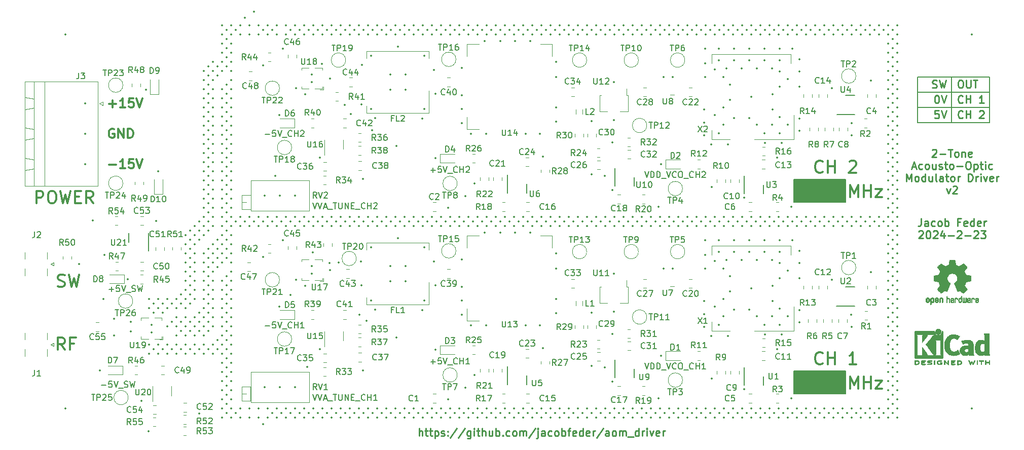
<source format=gto>
%TF.GenerationSoftware,KiCad,Pcbnew,7.0.10-7.0.10~ubuntu22.04.1*%
%TF.CreationDate,2024-02-23T19:53:56-06:00*%
%TF.ProjectId,aom_driver,616f6d5f-6472-4697-9665-722e6b696361,v1*%
%TF.SameCoordinates,Original*%
%TF.FileFunction,Legend,Top*%
%TF.FilePolarity,Positive*%
%FSLAX46Y46*%
G04 Gerber Fmt 4.6, Leading zero omitted, Abs format (unit mm)*
G04 Created by KiCad (PCBNEW 7.0.10-7.0.10~ubuntu22.04.1) date 2024-02-23 19:53:56*
%MOMM*%
%LPD*%
G01*
G04 APERTURE LIST*
%ADD10C,0.200000*%
%ADD11C,0.150000*%
%ADD12C,0.355600*%
%ADD13C,0.254000*%
%ADD14C,0.203200*%
%ADD15C,0.304800*%
%ADD16C,0.120000*%
%ADD17C,0.010000*%
%ADD18C,0.350000*%
G04 APERTURE END LIST*
D10*
X197358000Y-124714000D02*
X205994000Y-124714000D01*
X205994000Y-128524000D01*
X197358000Y-128524000D01*
X197358000Y-124714000D01*
G36*
X197358000Y-124714000D02*
G01*
X205994000Y-124714000D01*
X205994000Y-128524000D01*
X197358000Y-128524000D01*
X197358000Y-124714000D01*
G37*
D11*
X217995500Y-75565000D02*
X217995500Y-83185000D01*
X223710500Y-75565000D02*
X223710500Y-83185000D01*
X217995500Y-78105000D02*
X230060500Y-78105000D01*
X217995500Y-80645000D02*
X230060500Y-80645000D01*
X217995500Y-83185000D02*
X230060500Y-83185000D01*
D10*
X197358000Y-92710000D02*
X205994000Y-92710000D01*
X205994000Y-96520000D01*
X197358000Y-96520000D01*
X197358000Y-92710000D01*
G36*
X197358000Y-92710000D02*
G01*
X205994000Y-92710000D01*
X205994000Y-96520000D01*
X197358000Y-96520000D01*
X197358000Y-92710000D01*
G37*
D11*
X217995500Y-75565000D02*
X230060500Y-75565000D01*
X230060500Y-75565000D02*
X230060500Y-83185000D01*
D12*
X202165857Y-91406026D02*
X202069095Y-91502788D01*
X202069095Y-91502788D02*
X201778809Y-91599549D01*
X201778809Y-91599549D02*
X201585285Y-91599549D01*
X201585285Y-91599549D02*
X201295000Y-91502788D01*
X201295000Y-91502788D02*
X201101476Y-91309264D01*
X201101476Y-91309264D02*
X201004714Y-91115740D01*
X201004714Y-91115740D02*
X200907952Y-90728692D01*
X200907952Y-90728692D02*
X200907952Y-90438407D01*
X200907952Y-90438407D02*
X201004714Y-90051359D01*
X201004714Y-90051359D02*
X201101476Y-89857835D01*
X201101476Y-89857835D02*
X201295000Y-89664311D01*
X201295000Y-89664311D02*
X201585285Y-89567549D01*
X201585285Y-89567549D02*
X201778809Y-89567549D01*
X201778809Y-89567549D02*
X202069095Y-89664311D01*
X202069095Y-89664311D02*
X202165857Y-89761073D01*
X203036714Y-91599549D02*
X203036714Y-89567549D01*
X203036714Y-90535168D02*
X204197857Y-90535168D01*
X204197857Y-91599549D02*
X204197857Y-89567549D01*
X206616904Y-89761073D02*
X206713666Y-89664311D01*
X206713666Y-89664311D02*
X206907190Y-89567549D01*
X206907190Y-89567549D02*
X207390999Y-89567549D01*
X207390999Y-89567549D02*
X207584523Y-89664311D01*
X207584523Y-89664311D02*
X207681285Y-89761073D01*
X207681285Y-89761073D02*
X207778047Y-89954597D01*
X207778047Y-89954597D02*
X207778047Y-90148121D01*
X207778047Y-90148121D02*
X207681285Y-90438407D01*
X207681285Y-90438407D02*
X206520142Y-91599549D01*
X206520142Y-91599549D02*
X207778047Y-91599549D01*
D13*
X225540700Y-82368365D02*
X225480224Y-82428842D01*
X225480224Y-82428842D02*
X225298795Y-82489318D01*
X225298795Y-82489318D02*
X225177843Y-82489318D01*
X225177843Y-82489318D02*
X224996414Y-82428842D01*
X224996414Y-82428842D02*
X224875462Y-82307889D01*
X224875462Y-82307889D02*
X224814985Y-82186937D01*
X224814985Y-82186937D02*
X224754509Y-81945032D01*
X224754509Y-81945032D02*
X224754509Y-81763603D01*
X224754509Y-81763603D02*
X224814985Y-81521699D01*
X224814985Y-81521699D02*
X224875462Y-81400746D01*
X224875462Y-81400746D02*
X224996414Y-81279794D01*
X224996414Y-81279794D02*
X225177843Y-81219318D01*
X225177843Y-81219318D02*
X225298795Y-81219318D01*
X225298795Y-81219318D02*
X225480224Y-81279794D01*
X225480224Y-81279794D02*
X225540700Y-81340270D01*
X226084985Y-82489318D02*
X226084985Y-81219318D01*
X226084985Y-81824080D02*
X226810700Y-81824080D01*
X226810700Y-82489318D02*
X226810700Y-81219318D01*
X228322604Y-81340270D02*
X228383080Y-81279794D01*
X228383080Y-81279794D02*
X228504033Y-81219318D01*
X228504033Y-81219318D02*
X228806414Y-81219318D01*
X228806414Y-81219318D02*
X228927366Y-81279794D01*
X228927366Y-81279794D02*
X228987842Y-81340270D01*
X228987842Y-81340270D02*
X229048319Y-81461222D01*
X229048319Y-81461222D02*
X229048319Y-81582175D01*
X229048319Y-81582175D02*
X228987842Y-81763603D01*
X228987842Y-81763603D02*
X228262128Y-82489318D01*
X228262128Y-82489318D02*
X229048319Y-82489318D01*
X225540700Y-79828365D02*
X225480224Y-79888842D01*
X225480224Y-79888842D02*
X225298795Y-79949318D01*
X225298795Y-79949318D02*
X225177843Y-79949318D01*
X225177843Y-79949318D02*
X224996414Y-79888842D01*
X224996414Y-79888842D02*
X224875462Y-79767889D01*
X224875462Y-79767889D02*
X224814985Y-79646937D01*
X224814985Y-79646937D02*
X224754509Y-79405032D01*
X224754509Y-79405032D02*
X224754509Y-79223603D01*
X224754509Y-79223603D02*
X224814985Y-78981699D01*
X224814985Y-78981699D02*
X224875462Y-78860746D01*
X224875462Y-78860746D02*
X224996414Y-78739794D01*
X224996414Y-78739794D02*
X225177843Y-78679318D01*
X225177843Y-78679318D02*
X225298795Y-78679318D01*
X225298795Y-78679318D02*
X225480224Y-78739794D01*
X225480224Y-78739794D02*
X225540700Y-78800270D01*
X226084985Y-79949318D02*
X226084985Y-78679318D01*
X226084985Y-79284080D02*
X226810700Y-79284080D01*
X226810700Y-79949318D02*
X226810700Y-78679318D01*
X229048319Y-79949318D02*
X228322604Y-79949318D01*
X228685461Y-79949318D02*
X228685461Y-78679318D01*
X228685461Y-78679318D02*
X228564509Y-78860746D01*
X228564509Y-78860746D02*
X228443557Y-78981699D01*
X228443557Y-78981699D02*
X228322604Y-79042175D01*
D12*
X70822256Y-96680049D02*
X70822256Y-94648049D01*
X70822256Y-94648049D02*
X71596351Y-94648049D01*
X71596351Y-94648049D02*
X71789875Y-94744811D01*
X71789875Y-94744811D02*
X71886637Y-94841573D01*
X71886637Y-94841573D02*
X71983399Y-95035097D01*
X71983399Y-95035097D02*
X71983399Y-95325383D01*
X71983399Y-95325383D02*
X71886637Y-95518907D01*
X71886637Y-95518907D02*
X71789875Y-95615668D01*
X71789875Y-95615668D02*
X71596351Y-95712430D01*
X71596351Y-95712430D02*
X70822256Y-95712430D01*
X73241304Y-94648049D02*
X73628351Y-94648049D01*
X73628351Y-94648049D02*
X73821875Y-94744811D01*
X73821875Y-94744811D02*
X74015399Y-94938335D01*
X74015399Y-94938335D02*
X74112161Y-95325383D01*
X74112161Y-95325383D02*
X74112161Y-96002716D01*
X74112161Y-96002716D02*
X74015399Y-96389764D01*
X74015399Y-96389764D02*
X73821875Y-96583288D01*
X73821875Y-96583288D02*
X73628351Y-96680049D01*
X73628351Y-96680049D02*
X73241304Y-96680049D01*
X73241304Y-96680049D02*
X73047780Y-96583288D01*
X73047780Y-96583288D02*
X72854256Y-96389764D01*
X72854256Y-96389764D02*
X72757494Y-96002716D01*
X72757494Y-96002716D02*
X72757494Y-95325383D01*
X72757494Y-95325383D02*
X72854256Y-94938335D01*
X72854256Y-94938335D02*
X73047780Y-94744811D01*
X73047780Y-94744811D02*
X73241304Y-94648049D01*
X74789494Y-94648049D02*
X75273304Y-96680049D01*
X75273304Y-96680049D02*
X75660351Y-95228621D01*
X75660351Y-95228621D02*
X76047399Y-96680049D01*
X76047399Y-96680049D02*
X76531209Y-94648049D01*
X77305304Y-95615668D02*
X77982637Y-95615668D01*
X78272923Y-96680049D02*
X77305304Y-96680049D01*
X77305304Y-96680049D02*
X77305304Y-94648049D01*
X77305304Y-94648049D02*
X78272923Y-94648049D01*
X80304923Y-96680049D02*
X79627590Y-95712430D01*
X79143780Y-96680049D02*
X79143780Y-94648049D01*
X79143780Y-94648049D02*
X79917875Y-94648049D01*
X79917875Y-94648049D02*
X80111399Y-94744811D01*
X80111399Y-94744811D02*
X80208161Y-94841573D01*
X80208161Y-94841573D02*
X80304923Y-95035097D01*
X80304923Y-95035097D02*
X80304923Y-95325383D01*
X80304923Y-95325383D02*
X80208161Y-95518907D01*
X80208161Y-95518907D02*
X80111399Y-95615668D01*
X80111399Y-95615668D02*
X79917875Y-95712430D01*
X79917875Y-95712430D02*
X79143780Y-95712430D01*
D13*
X220489346Y-77348842D02*
X220670775Y-77409318D01*
X220670775Y-77409318D02*
X220973156Y-77409318D01*
X220973156Y-77409318D02*
X221094108Y-77348842D01*
X221094108Y-77348842D02*
X221154584Y-77288365D01*
X221154584Y-77288365D02*
X221215061Y-77167413D01*
X221215061Y-77167413D02*
X221215061Y-77046461D01*
X221215061Y-77046461D02*
X221154584Y-76925508D01*
X221154584Y-76925508D02*
X221094108Y-76865032D01*
X221094108Y-76865032D02*
X220973156Y-76804556D01*
X220973156Y-76804556D02*
X220731251Y-76744080D01*
X220731251Y-76744080D02*
X220610299Y-76683603D01*
X220610299Y-76683603D02*
X220549822Y-76623127D01*
X220549822Y-76623127D02*
X220489346Y-76502175D01*
X220489346Y-76502175D02*
X220489346Y-76381222D01*
X220489346Y-76381222D02*
X220549822Y-76260270D01*
X220549822Y-76260270D02*
X220610299Y-76199794D01*
X220610299Y-76199794D02*
X220731251Y-76139318D01*
X220731251Y-76139318D02*
X221033632Y-76139318D01*
X221033632Y-76139318D02*
X221215061Y-76199794D01*
X221638394Y-76139318D02*
X221940775Y-77409318D01*
X221940775Y-77409318D02*
X222182680Y-76502175D01*
X222182680Y-76502175D02*
X222424585Y-77409318D01*
X222424585Y-77409318D02*
X222726966Y-76139318D01*
D14*
X172417119Y-123394953D02*
X172755786Y-124410953D01*
X172755786Y-124410953D02*
X173094453Y-123394953D01*
X173433119Y-124410953D02*
X173433119Y-123394953D01*
X173433119Y-123394953D02*
X173675024Y-123394953D01*
X173675024Y-123394953D02*
X173820167Y-123443334D01*
X173820167Y-123443334D02*
X173916929Y-123540096D01*
X173916929Y-123540096D02*
X173965310Y-123636858D01*
X173965310Y-123636858D02*
X174013691Y-123830382D01*
X174013691Y-123830382D02*
X174013691Y-123975525D01*
X174013691Y-123975525D02*
X173965310Y-124169049D01*
X173965310Y-124169049D02*
X173916929Y-124265811D01*
X173916929Y-124265811D02*
X173820167Y-124362573D01*
X173820167Y-124362573D02*
X173675024Y-124410953D01*
X173675024Y-124410953D02*
X173433119Y-124410953D01*
X174449119Y-124410953D02*
X174449119Y-123394953D01*
X174449119Y-123394953D02*
X174691024Y-123394953D01*
X174691024Y-123394953D02*
X174836167Y-123443334D01*
X174836167Y-123443334D02*
X174932929Y-123540096D01*
X174932929Y-123540096D02*
X174981310Y-123636858D01*
X174981310Y-123636858D02*
X175029691Y-123830382D01*
X175029691Y-123830382D02*
X175029691Y-123975525D01*
X175029691Y-123975525D02*
X174981310Y-124169049D01*
X174981310Y-124169049D02*
X174932929Y-124265811D01*
X174932929Y-124265811D02*
X174836167Y-124362573D01*
X174836167Y-124362573D02*
X174691024Y-124410953D01*
X174691024Y-124410953D02*
X174449119Y-124410953D01*
X175223215Y-124507715D02*
X175997310Y-124507715D01*
X176094071Y-123394953D02*
X176432738Y-124410953D01*
X176432738Y-124410953D02*
X176771405Y-123394953D01*
X177690643Y-124314192D02*
X177642262Y-124362573D01*
X177642262Y-124362573D02*
X177497119Y-124410953D01*
X177497119Y-124410953D02*
X177400357Y-124410953D01*
X177400357Y-124410953D02*
X177255214Y-124362573D01*
X177255214Y-124362573D02*
X177158452Y-124265811D01*
X177158452Y-124265811D02*
X177110071Y-124169049D01*
X177110071Y-124169049D02*
X177061690Y-123975525D01*
X177061690Y-123975525D02*
X177061690Y-123830382D01*
X177061690Y-123830382D02*
X177110071Y-123636858D01*
X177110071Y-123636858D02*
X177158452Y-123540096D01*
X177158452Y-123540096D02*
X177255214Y-123443334D01*
X177255214Y-123443334D02*
X177400357Y-123394953D01*
X177400357Y-123394953D02*
X177497119Y-123394953D01*
X177497119Y-123394953D02*
X177642262Y-123443334D01*
X177642262Y-123443334D02*
X177690643Y-123491715D01*
X178319595Y-123394953D02*
X178513119Y-123394953D01*
X178513119Y-123394953D02*
X178609881Y-123443334D01*
X178609881Y-123443334D02*
X178706643Y-123540096D01*
X178706643Y-123540096D02*
X178755024Y-123733620D01*
X178755024Y-123733620D02*
X178755024Y-124072287D01*
X178755024Y-124072287D02*
X178706643Y-124265811D01*
X178706643Y-124265811D02*
X178609881Y-124362573D01*
X178609881Y-124362573D02*
X178513119Y-124410953D01*
X178513119Y-124410953D02*
X178319595Y-124410953D01*
X178319595Y-124410953D02*
X178222833Y-124362573D01*
X178222833Y-124362573D02*
X178126071Y-124265811D01*
X178126071Y-124265811D02*
X178077690Y-124072287D01*
X178077690Y-124072287D02*
X178077690Y-123733620D01*
X178077690Y-123733620D02*
X178126071Y-123540096D01*
X178126071Y-123540096D02*
X178222833Y-123443334D01*
X178222833Y-123443334D02*
X178319595Y-123394953D01*
X178948548Y-124507715D02*
X179722643Y-124507715D01*
X180545119Y-124314192D02*
X180496738Y-124362573D01*
X180496738Y-124362573D02*
X180351595Y-124410953D01*
X180351595Y-124410953D02*
X180254833Y-124410953D01*
X180254833Y-124410953D02*
X180109690Y-124362573D01*
X180109690Y-124362573D02*
X180012928Y-124265811D01*
X180012928Y-124265811D02*
X179964547Y-124169049D01*
X179964547Y-124169049D02*
X179916166Y-123975525D01*
X179916166Y-123975525D02*
X179916166Y-123830382D01*
X179916166Y-123830382D02*
X179964547Y-123636858D01*
X179964547Y-123636858D02*
X180012928Y-123540096D01*
X180012928Y-123540096D02*
X180109690Y-123443334D01*
X180109690Y-123443334D02*
X180254833Y-123394953D01*
X180254833Y-123394953D02*
X180351595Y-123394953D01*
X180351595Y-123394953D02*
X180496738Y-123443334D01*
X180496738Y-123443334D02*
X180545119Y-123491715D01*
X180980547Y-124410953D02*
X180980547Y-123394953D01*
X180980547Y-123878763D02*
X181561119Y-123878763D01*
X181561119Y-124410953D02*
X181561119Y-123394953D01*
X182577119Y-124410953D02*
X181996547Y-124410953D01*
X182286833Y-124410953D02*
X182286833Y-123394953D01*
X182286833Y-123394953D02*
X182190071Y-123540096D01*
X182190071Y-123540096D02*
X182093309Y-123636858D01*
X182093309Y-123636858D02*
X181996547Y-123685239D01*
X136696666Y-123169406D02*
X137470762Y-123169406D01*
X137083714Y-123556453D02*
X137083714Y-122782358D01*
X138438381Y-122540453D02*
X137954571Y-122540453D01*
X137954571Y-122540453D02*
X137906190Y-123024263D01*
X137906190Y-123024263D02*
X137954571Y-122975882D01*
X137954571Y-122975882D02*
X138051333Y-122927501D01*
X138051333Y-122927501D02*
X138293238Y-122927501D01*
X138293238Y-122927501D02*
X138390000Y-122975882D01*
X138390000Y-122975882D02*
X138438381Y-123024263D01*
X138438381Y-123024263D02*
X138486762Y-123121025D01*
X138486762Y-123121025D02*
X138486762Y-123362930D01*
X138486762Y-123362930D02*
X138438381Y-123459692D01*
X138438381Y-123459692D02*
X138390000Y-123508073D01*
X138390000Y-123508073D02*
X138293238Y-123556453D01*
X138293238Y-123556453D02*
X138051333Y-123556453D01*
X138051333Y-123556453D02*
X137954571Y-123508073D01*
X137954571Y-123508073D02*
X137906190Y-123459692D01*
X138777047Y-122540453D02*
X139115714Y-123556453D01*
X139115714Y-123556453D02*
X139454381Y-122540453D01*
X139551143Y-123653215D02*
X140325238Y-123653215D01*
X141147714Y-123459692D02*
X141099333Y-123508073D01*
X141099333Y-123508073D02*
X140954190Y-123556453D01*
X140954190Y-123556453D02*
X140857428Y-123556453D01*
X140857428Y-123556453D02*
X140712285Y-123508073D01*
X140712285Y-123508073D02*
X140615523Y-123411311D01*
X140615523Y-123411311D02*
X140567142Y-123314549D01*
X140567142Y-123314549D02*
X140518761Y-123121025D01*
X140518761Y-123121025D02*
X140518761Y-122975882D01*
X140518761Y-122975882D02*
X140567142Y-122782358D01*
X140567142Y-122782358D02*
X140615523Y-122685596D01*
X140615523Y-122685596D02*
X140712285Y-122588834D01*
X140712285Y-122588834D02*
X140857428Y-122540453D01*
X140857428Y-122540453D02*
X140954190Y-122540453D01*
X140954190Y-122540453D02*
X141099333Y-122588834D01*
X141099333Y-122588834D02*
X141147714Y-122637215D01*
X141583142Y-123556453D02*
X141583142Y-122540453D01*
X141583142Y-123024263D02*
X142163714Y-123024263D01*
X142163714Y-123556453D02*
X142163714Y-122540453D01*
X143179714Y-123556453D02*
X142599142Y-123556453D01*
X142889428Y-123556453D02*
X142889428Y-122540453D01*
X142889428Y-122540453D02*
X142792666Y-122685596D01*
X142792666Y-122685596D02*
X142695904Y-122782358D01*
X142695904Y-122782358D02*
X142599142Y-122830739D01*
D13*
X225056890Y-76139318D02*
X225298795Y-76139318D01*
X225298795Y-76139318D02*
X225419747Y-76199794D01*
X225419747Y-76199794D02*
X225540700Y-76320746D01*
X225540700Y-76320746D02*
X225601176Y-76562651D01*
X225601176Y-76562651D02*
X225601176Y-76985984D01*
X225601176Y-76985984D02*
X225540700Y-77227889D01*
X225540700Y-77227889D02*
X225419747Y-77348842D01*
X225419747Y-77348842D02*
X225298795Y-77409318D01*
X225298795Y-77409318D02*
X225056890Y-77409318D01*
X225056890Y-77409318D02*
X224935938Y-77348842D01*
X224935938Y-77348842D02*
X224814985Y-77227889D01*
X224814985Y-77227889D02*
X224754509Y-76985984D01*
X224754509Y-76985984D02*
X224754509Y-76562651D01*
X224754509Y-76562651D02*
X224814985Y-76320746D01*
X224814985Y-76320746D02*
X224935938Y-76199794D01*
X224935938Y-76199794D02*
X225056890Y-76139318D01*
X226145461Y-76139318D02*
X226145461Y-77167413D01*
X226145461Y-77167413D02*
X226205938Y-77288365D01*
X226205938Y-77288365D02*
X226266414Y-77348842D01*
X226266414Y-77348842D02*
X226387366Y-77409318D01*
X226387366Y-77409318D02*
X226629271Y-77409318D01*
X226629271Y-77409318D02*
X226750223Y-77348842D01*
X226750223Y-77348842D02*
X226810700Y-77288365D01*
X226810700Y-77288365D02*
X226871176Y-77167413D01*
X226871176Y-77167413D02*
X226871176Y-76139318D01*
X227294509Y-76139318D02*
X228020223Y-76139318D01*
X227657366Y-77409318D02*
X227657366Y-76139318D01*
D14*
X117008833Y-128601953D02*
X117347500Y-129617953D01*
X117347500Y-129617953D02*
X117686167Y-128601953D01*
X117879690Y-128601953D02*
X118218357Y-129617953D01*
X118218357Y-129617953D02*
X118557024Y-128601953D01*
X118847309Y-129327668D02*
X119331119Y-129327668D01*
X118750547Y-129617953D02*
X119089214Y-128601953D01*
X119089214Y-128601953D02*
X119427881Y-129617953D01*
X119524643Y-129714715D02*
X120298738Y-129714715D01*
X120395499Y-128601953D02*
X120976071Y-128601953D01*
X120685785Y-129617953D02*
X120685785Y-128601953D01*
X121314737Y-128601953D02*
X121314737Y-129424430D01*
X121314737Y-129424430D02*
X121363118Y-129521192D01*
X121363118Y-129521192D02*
X121411499Y-129569573D01*
X121411499Y-129569573D02*
X121508261Y-129617953D01*
X121508261Y-129617953D02*
X121701785Y-129617953D01*
X121701785Y-129617953D02*
X121798547Y-129569573D01*
X121798547Y-129569573D02*
X121846928Y-129521192D01*
X121846928Y-129521192D02*
X121895309Y-129424430D01*
X121895309Y-129424430D02*
X121895309Y-128601953D01*
X122379118Y-129617953D02*
X122379118Y-128601953D01*
X122379118Y-128601953D02*
X122959690Y-129617953D01*
X122959690Y-129617953D02*
X122959690Y-128601953D01*
X123443499Y-129085763D02*
X123782166Y-129085763D01*
X123927309Y-129617953D02*
X123443499Y-129617953D01*
X123443499Y-129617953D02*
X123443499Y-128601953D01*
X123443499Y-128601953D02*
X123927309Y-128601953D01*
X124120833Y-129714715D02*
X124894928Y-129714715D01*
X125717404Y-129521192D02*
X125669023Y-129569573D01*
X125669023Y-129569573D02*
X125523880Y-129617953D01*
X125523880Y-129617953D02*
X125427118Y-129617953D01*
X125427118Y-129617953D02*
X125281975Y-129569573D01*
X125281975Y-129569573D02*
X125185213Y-129472811D01*
X125185213Y-129472811D02*
X125136832Y-129376049D01*
X125136832Y-129376049D02*
X125088451Y-129182525D01*
X125088451Y-129182525D02*
X125088451Y-129037382D01*
X125088451Y-129037382D02*
X125136832Y-128843858D01*
X125136832Y-128843858D02*
X125185213Y-128747096D01*
X125185213Y-128747096D02*
X125281975Y-128650334D01*
X125281975Y-128650334D02*
X125427118Y-128601953D01*
X125427118Y-128601953D02*
X125523880Y-128601953D01*
X125523880Y-128601953D02*
X125669023Y-128650334D01*
X125669023Y-128650334D02*
X125717404Y-128698715D01*
X126152832Y-129617953D02*
X126152832Y-128601953D01*
X126152832Y-129085763D02*
X126733404Y-129085763D01*
X126733404Y-129617953D02*
X126733404Y-128601953D01*
X127749404Y-129617953D02*
X127168832Y-129617953D01*
X127459118Y-129617953D02*
X127459118Y-128601953D01*
X127459118Y-128601953D02*
X127362356Y-128747096D01*
X127362356Y-128747096D02*
X127265594Y-128843858D01*
X127265594Y-128843858D02*
X127168832Y-128892239D01*
X136697166Y-91165906D02*
X137471262Y-91165906D01*
X137084214Y-91552953D02*
X137084214Y-90778858D01*
X138438881Y-90536953D02*
X137955071Y-90536953D01*
X137955071Y-90536953D02*
X137906690Y-91020763D01*
X137906690Y-91020763D02*
X137955071Y-90972382D01*
X137955071Y-90972382D02*
X138051833Y-90924001D01*
X138051833Y-90924001D02*
X138293738Y-90924001D01*
X138293738Y-90924001D02*
X138390500Y-90972382D01*
X138390500Y-90972382D02*
X138438881Y-91020763D01*
X138438881Y-91020763D02*
X138487262Y-91117525D01*
X138487262Y-91117525D02*
X138487262Y-91359430D01*
X138487262Y-91359430D02*
X138438881Y-91456192D01*
X138438881Y-91456192D02*
X138390500Y-91504573D01*
X138390500Y-91504573D02*
X138293738Y-91552953D01*
X138293738Y-91552953D02*
X138051833Y-91552953D01*
X138051833Y-91552953D02*
X137955071Y-91504573D01*
X137955071Y-91504573D02*
X137906690Y-91456192D01*
X138777547Y-90536953D02*
X139116214Y-91552953D01*
X139116214Y-91552953D02*
X139454881Y-90536953D01*
X139551643Y-91649715D02*
X140325738Y-91649715D01*
X141148214Y-91456192D02*
X141099833Y-91504573D01*
X141099833Y-91504573D02*
X140954690Y-91552953D01*
X140954690Y-91552953D02*
X140857928Y-91552953D01*
X140857928Y-91552953D02*
X140712785Y-91504573D01*
X140712785Y-91504573D02*
X140616023Y-91407811D01*
X140616023Y-91407811D02*
X140567642Y-91311049D01*
X140567642Y-91311049D02*
X140519261Y-91117525D01*
X140519261Y-91117525D02*
X140519261Y-90972382D01*
X140519261Y-90972382D02*
X140567642Y-90778858D01*
X140567642Y-90778858D02*
X140616023Y-90682096D01*
X140616023Y-90682096D02*
X140712785Y-90585334D01*
X140712785Y-90585334D02*
X140857928Y-90536953D01*
X140857928Y-90536953D02*
X140954690Y-90536953D01*
X140954690Y-90536953D02*
X141099833Y-90585334D01*
X141099833Y-90585334D02*
X141148214Y-90633715D01*
X141583642Y-91552953D02*
X141583642Y-90536953D01*
X141583642Y-91020763D02*
X142164214Y-91020763D01*
X142164214Y-91552953D02*
X142164214Y-90536953D01*
X142599642Y-90633715D02*
X142648023Y-90585334D01*
X142648023Y-90585334D02*
X142744785Y-90536953D01*
X142744785Y-90536953D02*
X142986690Y-90536953D01*
X142986690Y-90536953D02*
X143083452Y-90585334D01*
X143083452Y-90585334D02*
X143131833Y-90633715D01*
X143131833Y-90633715D02*
X143180214Y-90730477D01*
X143180214Y-90730477D02*
X143180214Y-90827239D01*
X143180214Y-90827239D02*
X143131833Y-90972382D01*
X143131833Y-90972382D02*
X142551261Y-91552953D01*
X142551261Y-91552953D02*
X143180214Y-91552953D01*
X109050666Y-85162406D02*
X109824762Y-85162406D01*
X110792381Y-84533453D02*
X110308571Y-84533453D01*
X110308571Y-84533453D02*
X110260190Y-85017263D01*
X110260190Y-85017263D02*
X110308571Y-84968882D01*
X110308571Y-84968882D02*
X110405333Y-84920501D01*
X110405333Y-84920501D02*
X110647238Y-84920501D01*
X110647238Y-84920501D02*
X110744000Y-84968882D01*
X110744000Y-84968882D02*
X110792381Y-85017263D01*
X110792381Y-85017263D02*
X110840762Y-85114025D01*
X110840762Y-85114025D02*
X110840762Y-85355930D01*
X110840762Y-85355930D02*
X110792381Y-85452692D01*
X110792381Y-85452692D02*
X110744000Y-85501073D01*
X110744000Y-85501073D02*
X110647238Y-85549453D01*
X110647238Y-85549453D02*
X110405333Y-85549453D01*
X110405333Y-85549453D02*
X110308571Y-85501073D01*
X110308571Y-85501073D02*
X110260190Y-85452692D01*
X111131047Y-84533453D02*
X111469714Y-85549453D01*
X111469714Y-85549453D02*
X111808381Y-84533453D01*
X111905143Y-85646215D02*
X112679238Y-85646215D01*
X113501714Y-85452692D02*
X113453333Y-85501073D01*
X113453333Y-85501073D02*
X113308190Y-85549453D01*
X113308190Y-85549453D02*
X113211428Y-85549453D01*
X113211428Y-85549453D02*
X113066285Y-85501073D01*
X113066285Y-85501073D02*
X112969523Y-85404311D01*
X112969523Y-85404311D02*
X112921142Y-85307549D01*
X112921142Y-85307549D02*
X112872761Y-85114025D01*
X112872761Y-85114025D02*
X112872761Y-84968882D01*
X112872761Y-84968882D02*
X112921142Y-84775358D01*
X112921142Y-84775358D02*
X112969523Y-84678596D01*
X112969523Y-84678596D02*
X113066285Y-84581834D01*
X113066285Y-84581834D02*
X113211428Y-84533453D01*
X113211428Y-84533453D02*
X113308190Y-84533453D01*
X113308190Y-84533453D02*
X113453333Y-84581834D01*
X113453333Y-84581834D02*
X113501714Y-84630215D01*
X113937142Y-85549453D02*
X113937142Y-84533453D01*
X113937142Y-85017263D02*
X114517714Y-85017263D01*
X114517714Y-85549453D02*
X114517714Y-84533453D01*
X114953142Y-84630215D02*
X115001523Y-84581834D01*
X115001523Y-84581834D02*
X115098285Y-84533453D01*
X115098285Y-84533453D02*
X115340190Y-84533453D01*
X115340190Y-84533453D02*
X115436952Y-84581834D01*
X115436952Y-84581834D02*
X115485333Y-84630215D01*
X115485333Y-84630215D02*
X115533714Y-84726977D01*
X115533714Y-84726977D02*
X115533714Y-84823739D01*
X115533714Y-84823739D02*
X115485333Y-84968882D01*
X115485333Y-84968882D02*
X114904761Y-85549453D01*
X114904761Y-85549453D02*
X115533714Y-85549453D01*
D13*
X221154585Y-78679318D02*
X221275538Y-78679318D01*
X221275538Y-78679318D02*
X221396490Y-78739794D01*
X221396490Y-78739794D02*
X221456966Y-78800270D01*
X221456966Y-78800270D02*
X221517442Y-78921222D01*
X221517442Y-78921222D02*
X221577919Y-79163127D01*
X221577919Y-79163127D02*
X221577919Y-79465508D01*
X221577919Y-79465508D02*
X221517442Y-79707413D01*
X221517442Y-79707413D02*
X221456966Y-79828365D01*
X221456966Y-79828365D02*
X221396490Y-79888842D01*
X221396490Y-79888842D02*
X221275538Y-79949318D01*
X221275538Y-79949318D02*
X221154585Y-79949318D01*
X221154585Y-79949318D02*
X221033633Y-79888842D01*
X221033633Y-79888842D02*
X220973157Y-79828365D01*
X220973157Y-79828365D02*
X220912680Y-79707413D01*
X220912680Y-79707413D02*
X220852204Y-79465508D01*
X220852204Y-79465508D02*
X220852204Y-79163127D01*
X220852204Y-79163127D02*
X220912680Y-78921222D01*
X220912680Y-78921222D02*
X220973157Y-78800270D01*
X220973157Y-78800270D02*
X221033633Y-78739794D01*
X221033633Y-78739794D02*
X221154585Y-78679318D01*
X221940776Y-78679318D02*
X222364109Y-79949318D01*
X222364109Y-79949318D02*
X222787443Y-78679318D01*
D12*
X74408494Y-110553288D02*
X74698780Y-110650049D01*
X74698780Y-110650049D02*
X75182589Y-110650049D01*
X75182589Y-110650049D02*
X75376113Y-110553288D01*
X75376113Y-110553288D02*
X75472875Y-110456526D01*
X75472875Y-110456526D02*
X75569637Y-110263002D01*
X75569637Y-110263002D02*
X75569637Y-110069478D01*
X75569637Y-110069478D02*
X75472875Y-109875954D01*
X75472875Y-109875954D02*
X75376113Y-109779192D01*
X75376113Y-109779192D02*
X75182589Y-109682430D01*
X75182589Y-109682430D02*
X74795542Y-109585668D01*
X74795542Y-109585668D02*
X74602018Y-109488907D01*
X74602018Y-109488907D02*
X74505256Y-109392145D01*
X74505256Y-109392145D02*
X74408494Y-109198621D01*
X74408494Y-109198621D02*
X74408494Y-109005097D01*
X74408494Y-109005097D02*
X74505256Y-108811573D01*
X74505256Y-108811573D02*
X74602018Y-108714811D01*
X74602018Y-108714811D02*
X74795542Y-108618049D01*
X74795542Y-108618049D02*
X75279351Y-108618049D01*
X75279351Y-108618049D02*
X75569637Y-108714811D01*
X76246970Y-108618049D02*
X76730780Y-110650049D01*
X76730780Y-110650049D02*
X77117827Y-109198621D01*
X77117827Y-109198621D02*
X77504875Y-110650049D01*
X77504875Y-110650049D02*
X77988685Y-108618049D01*
D13*
X218603286Y-99246968D02*
X218603286Y-100154111D01*
X218603286Y-100154111D02*
X218542809Y-100335539D01*
X218542809Y-100335539D02*
X218421857Y-100456492D01*
X218421857Y-100456492D02*
X218240428Y-100516968D01*
X218240428Y-100516968D02*
X218119476Y-100516968D01*
X219752333Y-100516968D02*
X219752333Y-99851730D01*
X219752333Y-99851730D02*
X219691857Y-99730777D01*
X219691857Y-99730777D02*
X219570905Y-99670301D01*
X219570905Y-99670301D02*
X219329000Y-99670301D01*
X219329000Y-99670301D02*
X219208047Y-99730777D01*
X219752333Y-100456492D02*
X219631381Y-100516968D01*
X219631381Y-100516968D02*
X219329000Y-100516968D01*
X219329000Y-100516968D02*
X219208047Y-100456492D01*
X219208047Y-100456492D02*
X219147571Y-100335539D01*
X219147571Y-100335539D02*
X219147571Y-100214587D01*
X219147571Y-100214587D02*
X219208047Y-100093634D01*
X219208047Y-100093634D02*
X219329000Y-100033158D01*
X219329000Y-100033158D02*
X219631381Y-100033158D01*
X219631381Y-100033158D02*
X219752333Y-99972682D01*
X220901381Y-100456492D02*
X220780429Y-100516968D01*
X220780429Y-100516968D02*
X220538524Y-100516968D01*
X220538524Y-100516968D02*
X220417572Y-100456492D01*
X220417572Y-100456492D02*
X220357095Y-100396015D01*
X220357095Y-100396015D02*
X220296619Y-100275063D01*
X220296619Y-100275063D02*
X220296619Y-99912206D01*
X220296619Y-99912206D02*
X220357095Y-99791253D01*
X220357095Y-99791253D02*
X220417572Y-99730777D01*
X220417572Y-99730777D02*
X220538524Y-99670301D01*
X220538524Y-99670301D02*
X220780429Y-99670301D01*
X220780429Y-99670301D02*
X220901381Y-99730777D01*
X221627095Y-100516968D02*
X221506143Y-100456492D01*
X221506143Y-100456492D02*
X221445666Y-100396015D01*
X221445666Y-100396015D02*
X221385190Y-100275063D01*
X221385190Y-100275063D02*
X221385190Y-99912206D01*
X221385190Y-99912206D02*
X221445666Y-99791253D01*
X221445666Y-99791253D02*
X221506143Y-99730777D01*
X221506143Y-99730777D02*
X221627095Y-99670301D01*
X221627095Y-99670301D02*
X221808524Y-99670301D01*
X221808524Y-99670301D02*
X221929476Y-99730777D01*
X221929476Y-99730777D02*
X221989952Y-99791253D01*
X221989952Y-99791253D02*
X222050428Y-99912206D01*
X222050428Y-99912206D02*
X222050428Y-100275063D01*
X222050428Y-100275063D02*
X221989952Y-100396015D01*
X221989952Y-100396015D02*
X221929476Y-100456492D01*
X221929476Y-100456492D02*
X221808524Y-100516968D01*
X221808524Y-100516968D02*
X221627095Y-100516968D01*
X222594714Y-100516968D02*
X222594714Y-99246968D01*
X222594714Y-99730777D02*
X222715667Y-99670301D01*
X222715667Y-99670301D02*
X222957572Y-99670301D01*
X222957572Y-99670301D02*
X223078524Y-99730777D01*
X223078524Y-99730777D02*
X223139000Y-99791253D01*
X223139000Y-99791253D02*
X223199476Y-99912206D01*
X223199476Y-99912206D02*
X223199476Y-100275063D01*
X223199476Y-100275063D02*
X223139000Y-100396015D01*
X223139000Y-100396015D02*
X223078524Y-100456492D01*
X223078524Y-100456492D02*
X222957572Y-100516968D01*
X222957572Y-100516968D02*
X222715667Y-100516968D01*
X222715667Y-100516968D02*
X222594714Y-100456492D01*
X225134715Y-99851730D02*
X224711381Y-99851730D01*
X224711381Y-100516968D02*
X224711381Y-99246968D01*
X224711381Y-99246968D02*
X225316143Y-99246968D01*
X226283762Y-100456492D02*
X226162810Y-100516968D01*
X226162810Y-100516968D02*
X225920905Y-100516968D01*
X225920905Y-100516968D02*
X225799952Y-100456492D01*
X225799952Y-100456492D02*
X225739476Y-100335539D01*
X225739476Y-100335539D02*
X225739476Y-99851730D01*
X225739476Y-99851730D02*
X225799952Y-99730777D01*
X225799952Y-99730777D02*
X225920905Y-99670301D01*
X225920905Y-99670301D02*
X226162810Y-99670301D01*
X226162810Y-99670301D02*
X226283762Y-99730777D01*
X226283762Y-99730777D02*
X226344238Y-99851730D01*
X226344238Y-99851730D02*
X226344238Y-99972682D01*
X226344238Y-99972682D02*
X225739476Y-100093634D01*
X227432809Y-100516968D02*
X227432809Y-99246968D01*
X227432809Y-100456492D02*
X227311857Y-100516968D01*
X227311857Y-100516968D02*
X227069952Y-100516968D01*
X227069952Y-100516968D02*
X226949000Y-100456492D01*
X226949000Y-100456492D02*
X226888523Y-100396015D01*
X226888523Y-100396015D02*
X226828047Y-100275063D01*
X226828047Y-100275063D02*
X226828047Y-99912206D01*
X226828047Y-99912206D02*
X226888523Y-99791253D01*
X226888523Y-99791253D02*
X226949000Y-99730777D01*
X226949000Y-99730777D02*
X227069952Y-99670301D01*
X227069952Y-99670301D02*
X227311857Y-99670301D01*
X227311857Y-99670301D02*
X227432809Y-99730777D01*
X228521381Y-100456492D02*
X228400429Y-100516968D01*
X228400429Y-100516968D02*
X228158524Y-100516968D01*
X228158524Y-100516968D02*
X228037571Y-100456492D01*
X228037571Y-100456492D02*
X227977095Y-100335539D01*
X227977095Y-100335539D02*
X227977095Y-99851730D01*
X227977095Y-99851730D02*
X228037571Y-99730777D01*
X228037571Y-99730777D02*
X228158524Y-99670301D01*
X228158524Y-99670301D02*
X228400429Y-99670301D01*
X228400429Y-99670301D02*
X228521381Y-99730777D01*
X228521381Y-99730777D02*
X228581857Y-99851730D01*
X228581857Y-99851730D02*
X228581857Y-99972682D01*
X228581857Y-99972682D02*
X227977095Y-100093634D01*
X229126142Y-100516968D02*
X229126142Y-99670301D01*
X229126142Y-99912206D02*
X229186619Y-99791253D01*
X229186619Y-99791253D02*
X229247095Y-99730777D01*
X229247095Y-99730777D02*
X229368047Y-99670301D01*
X229368047Y-99670301D02*
X229489000Y-99670301D01*
X218210189Y-101412620D02*
X218270665Y-101352144D01*
X218270665Y-101352144D02*
X218391618Y-101291668D01*
X218391618Y-101291668D02*
X218693999Y-101291668D01*
X218693999Y-101291668D02*
X218814951Y-101352144D01*
X218814951Y-101352144D02*
X218875427Y-101412620D01*
X218875427Y-101412620D02*
X218935904Y-101533572D01*
X218935904Y-101533572D02*
X218935904Y-101654525D01*
X218935904Y-101654525D02*
X218875427Y-101835953D01*
X218875427Y-101835953D02*
X218149713Y-102561668D01*
X218149713Y-102561668D02*
X218935904Y-102561668D01*
X219722094Y-101291668D02*
X219843047Y-101291668D01*
X219843047Y-101291668D02*
X219963999Y-101352144D01*
X219963999Y-101352144D02*
X220024475Y-101412620D01*
X220024475Y-101412620D02*
X220084951Y-101533572D01*
X220084951Y-101533572D02*
X220145428Y-101775477D01*
X220145428Y-101775477D02*
X220145428Y-102077858D01*
X220145428Y-102077858D02*
X220084951Y-102319763D01*
X220084951Y-102319763D02*
X220024475Y-102440715D01*
X220024475Y-102440715D02*
X219963999Y-102501192D01*
X219963999Y-102501192D02*
X219843047Y-102561668D01*
X219843047Y-102561668D02*
X219722094Y-102561668D01*
X219722094Y-102561668D02*
X219601142Y-102501192D01*
X219601142Y-102501192D02*
X219540666Y-102440715D01*
X219540666Y-102440715D02*
X219480189Y-102319763D01*
X219480189Y-102319763D02*
X219419713Y-102077858D01*
X219419713Y-102077858D02*
X219419713Y-101775477D01*
X219419713Y-101775477D02*
X219480189Y-101533572D01*
X219480189Y-101533572D02*
X219540666Y-101412620D01*
X219540666Y-101412620D02*
X219601142Y-101352144D01*
X219601142Y-101352144D02*
X219722094Y-101291668D01*
X220629237Y-101412620D02*
X220689713Y-101352144D01*
X220689713Y-101352144D02*
X220810666Y-101291668D01*
X220810666Y-101291668D02*
X221113047Y-101291668D01*
X221113047Y-101291668D02*
X221233999Y-101352144D01*
X221233999Y-101352144D02*
X221294475Y-101412620D01*
X221294475Y-101412620D02*
X221354952Y-101533572D01*
X221354952Y-101533572D02*
X221354952Y-101654525D01*
X221354952Y-101654525D02*
X221294475Y-101835953D01*
X221294475Y-101835953D02*
X220568761Y-102561668D01*
X220568761Y-102561668D02*
X221354952Y-102561668D01*
X222443523Y-101715001D02*
X222443523Y-102561668D01*
X222141142Y-101231192D02*
X221838761Y-102138334D01*
X221838761Y-102138334D02*
X222624952Y-102138334D01*
X223108761Y-102077858D02*
X224076381Y-102077858D01*
X224620666Y-101412620D02*
X224681142Y-101352144D01*
X224681142Y-101352144D02*
X224802095Y-101291668D01*
X224802095Y-101291668D02*
X225104476Y-101291668D01*
X225104476Y-101291668D02*
X225225428Y-101352144D01*
X225225428Y-101352144D02*
X225285904Y-101412620D01*
X225285904Y-101412620D02*
X225346381Y-101533572D01*
X225346381Y-101533572D02*
X225346381Y-101654525D01*
X225346381Y-101654525D02*
X225285904Y-101835953D01*
X225285904Y-101835953D02*
X224560190Y-102561668D01*
X224560190Y-102561668D02*
X225346381Y-102561668D01*
X225890666Y-102077858D02*
X226858286Y-102077858D01*
X227402571Y-101412620D02*
X227463047Y-101352144D01*
X227463047Y-101352144D02*
X227584000Y-101291668D01*
X227584000Y-101291668D02*
X227886381Y-101291668D01*
X227886381Y-101291668D02*
X228007333Y-101352144D01*
X228007333Y-101352144D02*
X228067809Y-101412620D01*
X228067809Y-101412620D02*
X228128286Y-101533572D01*
X228128286Y-101533572D02*
X228128286Y-101654525D01*
X228128286Y-101654525D02*
X228067809Y-101835953D01*
X228067809Y-101835953D02*
X227342095Y-102561668D01*
X227342095Y-102561668D02*
X228128286Y-102561668D01*
X228551619Y-101291668D02*
X229337810Y-101291668D01*
X229337810Y-101291668D02*
X228914476Y-101775477D01*
X228914476Y-101775477D02*
X229095905Y-101775477D01*
X229095905Y-101775477D02*
X229216857Y-101835953D01*
X229216857Y-101835953D02*
X229277333Y-101896430D01*
X229277333Y-101896430D02*
X229337810Y-102017382D01*
X229337810Y-102017382D02*
X229337810Y-102319763D01*
X229337810Y-102319763D02*
X229277333Y-102440715D01*
X229277333Y-102440715D02*
X229216857Y-102501192D01*
X229216857Y-102501192D02*
X229095905Y-102561668D01*
X229095905Y-102561668D02*
X228733048Y-102561668D01*
X228733048Y-102561668D02*
X228612095Y-102501192D01*
X228612095Y-102501192D02*
X228551619Y-102440715D01*
X134753547Y-135575318D02*
X134753547Y-134305318D01*
X135297833Y-135575318D02*
X135297833Y-134910080D01*
X135297833Y-134910080D02*
X135237357Y-134789127D01*
X135237357Y-134789127D02*
X135116405Y-134728651D01*
X135116405Y-134728651D02*
X134934976Y-134728651D01*
X134934976Y-134728651D02*
X134814024Y-134789127D01*
X134814024Y-134789127D02*
X134753547Y-134849603D01*
X135721167Y-134728651D02*
X136204976Y-134728651D01*
X135902595Y-134305318D02*
X135902595Y-135393889D01*
X135902595Y-135393889D02*
X135963072Y-135514842D01*
X135963072Y-135514842D02*
X136084024Y-135575318D01*
X136084024Y-135575318D02*
X136204976Y-135575318D01*
X136446881Y-134728651D02*
X136930690Y-134728651D01*
X136628309Y-134305318D02*
X136628309Y-135393889D01*
X136628309Y-135393889D02*
X136688786Y-135514842D01*
X136688786Y-135514842D02*
X136809738Y-135575318D01*
X136809738Y-135575318D02*
X136930690Y-135575318D01*
X137354023Y-134728651D02*
X137354023Y-135998651D01*
X137354023Y-134789127D02*
X137474976Y-134728651D01*
X137474976Y-134728651D02*
X137716881Y-134728651D01*
X137716881Y-134728651D02*
X137837833Y-134789127D01*
X137837833Y-134789127D02*
X137898309Y-134849603D01*
X137898309Y-134849603D02*
X137958785Y-134970556D01*
X137958785Y-134970556D02*
X137958785Y-135333413D01*
X137958785Y-135333413D02*
X137898309Y-135454365D01*
X137898309Y-135454365D02*
X137837833Y-135514842D01*
X137837833Y-135514842D02*
X137716881Y-135575318D01*
X137716881Y-135575318D02*
X137474976Y-135575318D01*
X137474976Y-135575318D02*
X137354023Y-135514842D01*
X138442595Y-135514842D02*
X138563548Y-135575318D01*
X138563548Y-135575318D02*
X138805452Y-135575318D01*
X138805452Y-135575318D02*
X138926405Y-135514842D01*
X138926405Y-135514842D02*
X138986881Y-135393889D01*
X138986881Y-135393889D02*
X138986881Y-135333413D01*
X138986881Y-135333413D02*
X138926405Y-135212461D01*
X138926405Y-135212461D02*
X138805452Y-135151984D01*
X138805452Y-135151984D02*
X138624024Y-135151984D01*
X138624024Y-135151984D02*
X138503071Y-135091508D01*
X138503071Y-135091508D02*
X138442595Y-134970556D01*
X138442595Y-134970556D02*
X138442595Y-134910080D01*
X138442595Y-134910080D02*
X138503071Y-134789127D01*
X138503071Y-134789127D02*
X138624024Y-134728651D01*
X138624024Y-134728651D02*
X138805452Y-134728651D01*
X138805452Y-134728651D02*
X138926405Y-134789127D01*
X139531166Y-135454365D02*
X139591643Y-135514842D01*
X139591643Y-135514842D02*
X139531166Y-135575318D01*
X139531166Y-135575318D02*
X139470690Y-135514842D01*
X139470690Y-135514842D02*
X139531166Y-135454365D01*
X139531166Y-135454365D02*
X139531166Y-135575318D01*
X139531166Y-134789127D02*
X139591643Y-134849603D01*
X139591643Y-134849603D02*
X139531166Y-134910080D01*
X139531166Y-134910080D02*
X139470690Y-134849603D01*
X139470690Y-134849603D02*
X139531166Y-134789127D01*
X139531166Y-134789127D02*
X139531166Y-134910080D01*
X141043071Y-134244842D02*
X139954500Y-135877699D01*
X142373547Y-134244842D02*
X141284976Y-135877699D01*
X143341166Y-134728651D02*
X143341166Y-135756746D01*
X143341166Y-135756746D02*
X143280690Y-135877699D01*
X143280690Y-135877699D02*
X143220214Y-135938175D01*
X143220214Y-135938175D02*
X143099261Y-135998651D01*
X143099261Y-135998651D02*
X142917833Y-135998651D01*
X142917833Y-135998651D02*
X142796880Y-135938175D01*
X143341166Y-135514842D02*
X143220214Y-135575318D01*
X143220214Y-135575318D02*
X142978309Y-135575318D01*
X142978309Y-135575318D02*
X142857357Y-135514842D01*
X142857357Y-135514842D02*
X142796880Y-135454365D01*
X142796880Y-135454365D02*
X142736404Y-135333413D01*
X142736404Y-135333413D02*
X142736404Y-134970556D01*
X142736404Y-134970556D02*
X142796880Y-134849603D01*
X142796880Y-134849603D02*
X142857357Y-134789127D01*
X142857357Y-134789127D02*
X142978309Y-134728651D01*
X142978309Y-134728651D02*
X143220214Y-134728651D01*
X143220214Y-134728651D02*
X143341166Y-134789127D01*
X143945928Y-135575318D02*
X143945928Y-134728651D01*
X143945928Y-134305318D02*
X143885452Y-134365794D01*
X143885452Y-134365794D02*
X143945928Y-134426270D01*
X143945928Y-134426270D02*
X144006405Y-134365794D01*
X144006405Y-134365794D02*
X143945928Y-134305318D01*
X143945928Y-134305318D02*
X143945928Y-134426270D01*
X144369262Y-134728651D02*
X144853071Y-134728651D01*
X144550690Y-134305318D02*
X144550690Y-135393889D01*
X144550690Y-135393889D02*
X144611167Y-135514842D01*
X144611167Y-135514842D02*
X144732119Y-135575318D01*
X144732119Y-135575318D02*
X144853071Y-135575318D01*
X145276404Y-135575318D02*
X145276404Y-134305318D01*
X145820690Y-135575318D02*
X145820690Y-134910080D01*
X145820690Y-134910080D02*
X145760214Y-134789127D01*
X145760214Y-134789127D02*
X145639262Y-134728651D01*
X145639262Y-134728651D02*
X145457833Y-134728651D01*
X145457833Y-134728651D02*
X145336881Y-134789127D01*
X145336881Y-134789127D02*
X145276404Y-134849603D01*
X146969738Y-134728651D02*
X146969738Y-135575318D01*
X146425452Y-134728651D02*
X146425452Y-135393889D01*
X146425452Y-135393889D02*
X146485929Y-135514842D01*
X146485929Y-135514842D02*
X146606881Y-135575318D01*
X146606881Y-135575318D02*
X146788310Y-135575318D01*
X146788310Y-135575318D02*
X146909262Y-135514842D01*
X146909262Y-135514842D02*
X146969738Y-135454365D01*
X147574500Y-135575318D02*
X147574500Y-134305318D01*
X147574500Y-134789127D02*
X147695453Y-134728651D01*
X147695453Y-134728651D02*
X147937358Y-134728651D01*
X147937358Y-134728651D02*
X148058310Y-134789127D01*
X148058310Y-134789127D02*
X148118786Y-134849603D01*
X148118786Y-134849603D02*
X148179262Y-134970556D01*
X148179262Y-134970556D02*
X148179262Y-135333413D01*
X148179262Y-135333413D02*
X148118786Y-135454365D01*
X148118786Y-135454365D02*
X148058310Y-135514842D01*
X148058310Y-135514842D02*
X147937358Y-135575318D01*
X147937358Y-135575318D02*
X147695453Y-135575318D01*
X147695453Y-135575318D02*
X147574500Y-135514842D01*
X148723548Y-135454365D02*
X148784025Y-135514842D01*
X148784025Y-135514842D02*
X148723548Y-135575318D01*
X148723548Y-135575318D02*
X148663072Y-135514842D01*
X148663072Y-135514842D02*
X148723548Y-135454365D01*
X148723548Y-135454365D02*
X148723548Y-135575318D01*
X149872596Y-135514842D02*
X149751644Y-135575318D01*
X149751644Y-135575318D02*
X149509739Y-135575318D01*
X149509739Y-135575318D02*
X149388787Y-135514842D01*
X149388787Y-135514842D02*
X149328310Y-135454365D01*
X149328310Y-135454365D02*
X149267834Y-135333413D01*
X149267834Y-135333413D02*
X149267834Y-134970556D01*
X149267834Y-134970556D02*
X149328310Y-134849603D01*
X149328310Y-134849603D02*
X149388787Y-134789127D01*
X149388787Y-134789127D02*
X149509739Y-134728651D01*
X149509739Y-134728651D02*
X149751644Y-134728651D01*
X149751644Y-134728651D02*
X149872596Y-134789127D01*
X150598310Y-135575318D02*
X150477358Y-135514842D01*
X150477358Y-135514842D02*
X150416881Y-135454365D01*
X150416881Y-135454365D02*
X150356405Y-135333413D01*
X150356405Y-135333413D02*
X150356405Y-134970556D01*
X150356405Y-134970556D02*
X150416881Y-134849603D01*
X150416881Y-134849603D02*
X150477358Y-134789127D01*
X150477358Y-134789127D02*
X150598310Y-134728651D01*
X150598310Y-134728651D02*
X150779739Y-134728651D01*
X150779739Y-134728651D02*
X150900691Y-134789127D01*
X150900691Y-134789127D02*
X150961167Y-134849603D01*
X150961167Y-134849603D02*
X151021643Y-134970556D01*
X151021643Y-134970556D02*
X151021643Y-135333413D01*
X151021643Y-135333413D02*
X150961167Y-135454365D01*
X150961167Y-135454365D02*
X150900691Y-135514842D01*
X150900691Y-135514842D02*
X150779739Y-135575318D01*
X150779739Y-135575318D02*
X150598310Y-135575318D01*
X151565929Y-135575318D02*
X151565929Y-134728651D01*
X151565929Y-134849603D02*
X151626406Y-134789127D01*
X151626406Y-134789127D02*
X151747358Y-134728651D01*
X151747358Y-134728651D02*
X151928787Y-134728651D01*
X151928787Y-134728651D02*
X152049739Y-134789127D01*
X152049739Y-134789127D02*
X152110215Y-134910080D01*
X152110215Y-134910080D02*
X152110215Y-135575318D01*
X152110215Y-134910080D02*
X152170691Y-134789127D01*
X152170691Y-134789127D02*
X152291644Y-134728651D01*
X152291644Y-134728651D02*
X152473072Y-134728651D01*
X152473072Y-134728651D02*
X152594025Y-134789127D01*
X152594025Y-134789127D02*
X152654501Y-134910080D01*
X152654501Y-134910080D02*
X152654501Y-135575318D01*
X154166405Y-134244842D02*
X153077834Y-135877699D01*
X154589738Y-134728651D02*
X154589738Y-135817222D01*
X154589738Y-135817222D02*
X154529262Y-135938175D01*
X154529262Y-135938175D02*
X154408310Y-135998651D01*
X154408310Y-135998651D02*
X154347834Y-135998651D01*
X154589738Y-134305318D02*
X154529262Y-134365794D01*
X154529262Y-134365794D02*
X154589738Y-134426270D01*
X154589738Y-134426270D02*
X154650215Y-134365794D01*
X154650215Y-134365794D02*
X154589738Y-134305318D01*
X154589738Y-134305318D02*
X154589738Y-134426270D01*
X155738786Y-135575318D02*
X155738786Y-134910080D01*
X155738786Y-134910080D02*
X155678310Y-134789127D01*
X155678310Y-134789127D02*
X155557358Y-134728651D01*
X155557358Y-134728651D02*
X155315453Y-134728651D01*
X155315453Y-134728651D02*
X155194500Y-134789127D01*
X155738786Y-135514842D02*
X155617834Y-135575318D01*
X155617834Y-135575318D02*
X155315453Y-135575318D01*
X155315453Y-135575318D02*
X155194500Y-135514842D01*
X155194500Y-135514842D02*
X155134024Y-135393889D01*
X155134024Y-135393889D02*
X155134024Y-135272937D01*
X155134024Y-135272937D02*
X155194500Y-135151984D01*
X155194500Y-135151984D02*
X155315453Y-135091508D01*
X155315453Y-135091508D02*
X155617834Y-135091508D01*
X155617834Y-135091508D02*
X155738786Y-135031032D01*
X156887834Y-135514842D02*
X156766882Y-135575318D01*
X156766882Y-135575318D02*
X156524977Y-135575318D01*
X156524977Y-135575318D02*
X156404025Y-135514842D01*
X156404025Y-135514842D02*
X156343548Y-135454365D01*
X156343548Y-135454365D02*
X156283072Y-135333413D01*
X156283072Y-135333413D02*
X156283072Y-134970556D01*
X156283072Y-134970556D02*
X156343548Y-134849603D01*
X156343548Y-134849603D02*
X156404025Y-134789127D01*
X156404025Y-134789127D02*
X156524977Y-134728651D01*
X156524977Y-134728651D02*
X156766882Y-134728651D01*
X156766882Y-134728651D02*
X156887834Y-134789127D01*
X157613548Y-135575318D02*
X157492596Y-135514842D01*
X157492596Y-135514842D02*
X157432119Y-135454365D01*
X157432119Y-135454365D02*
X157371643Y-135333413D01*
X157371643Y-135333413D02*
X157371643Y-134970556D01*
X157371643Y-134970556D02*
X157432119Y-134849603D01*
X157432119Y-134849603D02*
X157492596Y-134789127D01*
X157492596Y-134789127D02*
X157613548Y-134728651D01*
X157613548Y-134728651D02*
X157794977Y-134728651D01*
X157794977Y-134728651D02*
X157915929Y-134789127D01*
X157915929Y-134789127D02*
X157976405Y-134849603D01*
X157976405Y-134849603D02*
X158036881Y-134970556D01*
X158036881Y-134970556D02*
X158036881Y-135333413D01*
X158036881Y-135333413D02*
X157976405Y-135454365D01*
X157976405Y-135454365D02*
X157915929Y-135514842D01*
X157915929Y-135514842D02*
X157794977Y-135575318D01*
X157794977Y-135575318D02*
X157613548Y-135575318D01*
X158581167Y-135575318D02*
X158581167Y-134305318D01*
X158581167Y-134789127D02*
X158702120Y-134728651D01*
X158702120Y-134728651D02*
X158944025Y-134728651D01*
X158944025Y-134728651D02*
X159064977Y-134789127D01*
X159064977Y-134789127D02*
X159125453Y-134849603D01*
X159125453Y-134849603D02*
X159185929Y-134970556D01*
X159185929Y-134970556D02*
X159185929Y-135333413D01*
X159185929Y-135333413D02*
X159125453Y-135454365D01*
X159125453Y-135454365D02*
X159064977Y-135514842D01*
X159064977Y-135514842D02*
X158944025Y-135575318D01*
X158944025Y-135575318D02*
X158702120Y-135575318D01*
X158702120Y-135575318D02*
X158581167Y-135514842D01*
X159548787Y-134728651D02*
X160032596Y-134728651D01*
X159730215Y-135575318D02*
X159730215Y-134486746D01*
X159730215Y-134486746D02*
X159790692Y-134365794D01*
X159790692Y-134365794D02*
X159911644Y-134305318D01*
X159911644Y-134305318D02*
X160032596Y-134305318D01*
X160939739Y-135514842D02*
X160818787Y-135575318D01*
X160818787Y-135575318D02*
X160576882Y-135575318D01*
X160576882Y-135575318D02*
X160455929Y-135514842D01*
X160455929Y-135514842D02*
X160395453Y-135393889D01*
X160395453Y-135393889D02*
X160395453Y-134910080D01*
X160395453Y-134910080D02*
X160455929Y-134789127D01*
X160455929Y-134789127D02*
X160576882Y-134728651D01*
X160576882Y-134728651D02*
X160818787Y-134728651D01*
X160818787Y-134728651D02*
X160939739Y-134789127D01*
X160939739Y-134789127D02*
X161000215Y-134910080D01*
X161000215Y-134910080D02*
X161000215Y-135031032D01*
X161000215Y-135031032D02*
X160395453Y-135151984D01*
X162088786Y-135575318D02*
X162088786Y-134305318D01*
X162088786Y-135514842D02*
X161967834Y-135575318D01*
X161967834Y-135575318D02*
X161725929Y-135575318D01*
X161725929Y-135575318D02*
X161604977Y-135514842D01*
X161604977Y-135514842D02*
X161544500Y-135454365D01*
X161544500Y-135454365D02*
X161484024Y-135333413D01*
X161484024Y-135333413D02*
X161484024Y-134970556D01*
X161484024Y-134970556D02*
X161544500Y-134849603D01*
X161544500Y-134849603D02*
X161604977Y-134789127D01*
X161604977Y-134789127D02*
X161725929Y-134728651D01*
X161725929Y-134728651D02*
X161967834Y-134728651D01*
X161967834Y-134728651D02*
X162088786Y-134789127D01*
X163177358Y-135514842D02*
X163056406Y-135575318D01*
X163056406Y-135575318D02*
X162814501Y-135575318D01*
X162814501Y-135575318D02*
X162693548Y-135514842D01*
X162693548Y-135514842D02*
X162633072Y-135393889D01*
X162633072Y-135393889D02*
X162633072Y-134910080D01*
X162633072Y-134910080D02*
X162693548Y-134789127D01*
X162693548Y-134789127D02*
X162814501Y-134728651D01*
X162814501Y-134728651D02*
X163056406Y-134728651D01*
X163056406Y-134728651D02*
X163177358Y-134789127D01*
X163177358Y-134789127D02*
X163237834Y-134910080D01*
X163237834Y-134910080D02*
X163237834Y-135031032D01*
X163237834Y-135031032D02*
X162633072Y-135151984D01*
X163782119Y-135575318D02*
X163782119Y-134728651D01*
X163782119Y-134970556D02*
X163842596Y-134849603D01*
X163842596Y-134849603D02*
X163903072Y-134789127D01*
X163903072Y-134789127D02*
X164024024Y-134728651D01*
X164024024Y-134728651D02*
X164144977Y-134728651D01*
X165475452Y-134244842D02*
X164386881Y-135877699D01*
X166443071Y-135575318D02*
X166443071Y-134910080D01*
X166443071Y-134910080D02*
X166382595Y-134789127D01*
X166382595Y-134789127D02*
X166261643Y-134728651D01*
X166261643Y-134728651D02*
X166019738Y-134728651D01*
X166019738Y-134728651D02*
X165898785Y-134789127D01*
X166443071Y-135514842D02*
X166322119Y-135575318D01*
X166322119Y-135575318D02*
X166019738Y-135575318D01*
X166019738Y-135575318D02*
X165898785Y-135514842D01*
X165898785Y-135514842D02*
X165838309Y-135393889D01*
X165838309Y-135393889D02*
X165838309Y-135272937D01*
X165838309Y-135272937D02*
X165898785Y-135151984D01*
X165898785Y-135151984D02*
X166019738Y-135091508D01*
X166019738Y-135091508D02*
X166322119Y-135091508D01*
X166322119Y-135091508D02*
X166443071Y-135031032D01*
X167229262Y-135575318D02*
X167108310Y-135514842D01*
X167108310Y-135514842D02*
X167047833Y-135454365D01*
X167047833Y-135454365D02*
X166987357Y-135333413D01*
X166987357Y-135333413D02*
X166987357Y-134970556D01*
X166987357Y-134970556D02*
X167047833Y-134849603D01*
X167047833Y-134849603D02*
X167108310Y-134789127D01*
X167108310Y-134789127D02*
X167229262Y-134728651D01*
X167229262Y-134728651D02*
X167410691Y-134728651D01*
X167410691Y-134728651D02*
X167531643Y-134789127D01*
X167531643Y-134789127D02*
X167592119Y-134849603D01*
X167592119Y-134849603D02*
X167652595Y-134970556D01*
X167652595Y-134970556D02*
X167652595Y-135333413D01*
X167652595Y-135333413D02*
X167592119Y-135454365D01*
X167592119Y-135454365D02*
X167531643Y-135514842D01*
X167531643Y-135514842D02*
X167410691Y-135575318D01*
X167410691Y-135575318D02*
X167229262Y-135575318D01*
X168196881Y-135575318D02*
X168196881Y-134728651D01*
X168196881Y-134849603D02*
X168257358Y-134789127D01*
X168257358Y-134789127D02*
X168378310Y-134728651D01*
X168378310Y-134728651D02*
X168559739Y-134728651D01*
X168559739Y-134728651D02*
X168680691Y-134789127D01*
X168680691Y-134789127D02*
X168741167Y-134910080D01*
X168741167Y-134910080D02*
X168741167Y-135575318D01*
X168741167Y-134910080D02*
X168801643Y-134789127D01*
X168801643Y-134789127D02*
X168922596Y-134728651D01*
X168922596Y-134728651D02*
X169104024Y-134728651D01*
X169104024Y-134728651D02*
X169224977Y-134789127D01*
X169224977Y-134789127D02*
X169285453Y-134910080D01*
X169285453Y-134910080D02*
X169285453Y-135575318D01*
X169587834Y-135696270D02*
X170555453Y-135696270D01*
X171402119Y-135575318D02*
X171402119Y-134305318D01*
X171402119Y-135514842D02*
X171281167Y-135575318D01*
X171281167Y-135575318D02*
X171039262Y-135575318D01*
X171039262Y-135575318D02*
X170918310Y-135514842D01*
X170918310Y-135514842D02*
X170857833Y-135454365D01*
X170857833Y-135454365D02*
X170797357Y-135333413D01*
X170797357Y-135333413D02*
X170797357Y-134970556D01*
X170797357Y-134970556D02*
X170857833Y-134849603D01*
X170857833Y-134849603D02*
X170918310Y-134789127D01*
X170918310Y-134789127D02*
X171039262Y-134728651D01*
X171039262Y-134728651D02*
X171281167Y-134728651D01*
X171281167Y-134728651D02*
X171402119Y-134789127D01*
X172006881Y-135575318D02*
X172006881Y-134728651D01*
X172006881Y-134970556D02*
X172067358Y-134849603D01*
X172067358Y-134849603D02*
X172127834Y-134789127D01*
X172127834Y-134789127D02*
X172248786Y-134728651D01*
X172248786Y-134728651D02*
X172369739Y-134728651D01*
X172793071Y-135575318D02*
X172793071Y-134728651D01*
X172793071Y-134305318D02*
X172732595Y-134365794D01*
X172732595Y-134365794D02*
X172793071Y-134426270D01*
X172793071Y-134426270D02*
X172853548Y-134365794D01*
X172853548Y-134365794D02*
X172793071Y-134305318D01*
X172793071Y-134305318D02*
X172793071Y-134426270D01*
X173276881Y-134728651D02*
X173579262Y-135575318D01*
X173579262Y-135575318D02*
X173881643Y-134728651D01*
X174849262Y-135514842D02*
X174728310Y-135575318D01*
X174728310Y-135575318D02*
X174486405Y-135575318D01*
X174486405Y-135575318D02*
X174365452Y-135514842D01*
X174365452Y-135514842D02*
X174304976Y-135393889D01*
X174304976Y-135393889D02*
X174304976Y-134910080D01*
X174304976Y-134910080D02*
X174365452Y-134789127D01*
X174365452Y-134789127D02*
X174486405Y-134728651D01*
X174486405Y-134728651D02*
X174728310Y-134728651D01*
X174728310Y-134728651D02*
X174849262Y-134789127D01*
X174849262Y-134789127D02*
X174909738Y-134910080D01*
X174909738Y-134910080D02*
X174909738Y-135031032D01*
X174909738Y-135031032D02*
X174304976Y-135151984D01*
X175454023Y-135575318D02*
X175454023Y-134728651D01*
X175454023Y-134970556D02*
X175514500Y-134849603D01*
X175514500Y-134849603D02*
X175574976Y-134789127D01*
X175574976Y-134789127D02*
X175695928Y-134728651D01*
X175695928Y-134728651D02*
X175816881Y-134728651D01*
D12*
X202165857Y-123410026D02*
X202069095Y-123506788D01*
X202069095Y-123506788D02*
X201778809Y-123603549D01*
X201778809Y-123603549D02*
X201585285Y-123603549D01*
X201585285Y-123603549D02*
X201295000Y-123506788D01*
X201295000Y-123506788D02*
X201101476Y-123313264D01*
X201101476Y-123313264D02*
X201004714Y-123119740D01*
X201004714Y-123119740D02*
X200907952Y-122732692D01*
X200907952Y-122732692D02*
X200907952Y-122442407D01*
X200907952Y-122442407D02*
X201004714Y-122055359D01*
X201004714Y-122055359D02*
X201101476Y-121861835D01*
X201101476Y-121861835D02*
X201295000Y-121668311D01*
X201295000Y-121668311D02*
X201585285Y-121571549D01*
X201585285Y-121571549D02*
X201778809Y-121571549D01*
X201778809Y-121571549D02*
X202069095Y-121668311D01*
X202069095Y-121668311D02*
X202165857Y-121765073D01*
X203036714Y-123603549D02*
X203036714Y-121571549D01*
X203036714Y-122539168D02*
X204197857Y-122539168D01*
X204197857Y-123603549D02*
X204197857Y-121571549D01*
X207778047Y-123603549D02*
X206616904Y-123603549D01*
X207197476Y-123603549D02*
X207197476Y-121571549D01*
X207197476Y-121571549D02*
X207003952Y-121861835D01*
X207003952Y-121861835D02*
X206810428Y-122055359D01*
X206810428Y-122055359D02*
X206616904Y-122152121D01*
X206731809Y-95663549D02*
X206731809Y-93631549D01*
X206731809Y-93631549D02*
X207409142Y-95082978D01*
X207409142Y-95082978D02*
X208086476Y-93631549D01*
X208086476Y-93631549D02*
X208086476Y-95663549D01*
X209054095Y-95663549D02*
X209054095Y-93631549D01*
X209054095Y-94599168D02*
X210215238Y-94599168D01*
X210215238Y-95663549D02*
X210215238Y-93631549D01*
X210989333Y-94308883D02*
X212053714Y-94308883D01*
X212053714Y-94308883D02*
X210989333Y-95663549D01*
X210989333Y-95663549D02*
X212053714Y-95663549D01*
D14*
X117009333Y-96598453D02*
X117348000Y-97614453D01*
X117348000Y-97614453D02*
X117686667Y-96598453D01*
X117880190Y-96598453D02*
X118218857Y-97614453D01*
X118218857Y-97614453D02*
X118557524Y-96598453D01*
X118847809Y-97324168D02*
X119331619Y-97324168D01*
X118751047Y-97614453D02*
X119089714Y-96598453D01*
X119089714Y-96598453D02*
X119428381Y-97614453D01*
X119525143Y-97711215D02*
X120299238Y-97711215D01*
X120395999Y-96598453D02*
X120976571Y-96598453D01*
X120686285Y-97614453D02*
X120686285Y-96598453D01*
X121315237Y-96598453D02*
X121315237Y-97420930D01*
X121315237Y-97420930D02*
X121363618Y-97517692D01*
X121363618Y-97517692D02*
X121411999Y-97566073D01*
X121411999Y-97566073D02*
X121508761Y-97614453D01*
X121508761Y-97614453D02*
X121702285Y-97614453D01*
X121702285Y-97614453D02*
X121799047Y-97566073D01*
X121799047Y-97566073D02*
X121847428Y-97517692D01*
X121847428Y-97517692D02*
X121895809Y-97420930D01*
X121895809Y-97420930D02*
X121895809Y-96598453D01*
X122379618Y-97614453D02*
X122379618Y-96598453D01*
X122379618Y-96598453D02*
X122960190Y-97614453D01*
X122960190Y-97614453D02*
X122960190Y-96598453D01*
X123443999Y-97082263D02*
X123782666Y-97082263D01*
X123927809Y-97614453D02*
X123443999Y-97614453D01*
X123443999Y-97614453D02*
X123443999Y-96598453D01*
X123443999Y-96598453D02*
X123927809Y-96598453D01*
X124121333Y-97711215D02*
X124895428Y-97711215D01*
X125717904Y-97517692D02*
X125669523Y-97566073D01*
X125669523Y-97566073D02*
X125524380Y-97614453D01*
X125524380Y-97614453D02*
X125427618Y-97614453D01*
X125427618Y-97614453D02*
X125282475Y-97566073D01*
X125282475Y-97566073D02*
X125185713Y-97469311D01*
X125185713Y-97469311D02*
X125137332Y-97372549D01*
X125137332Y-97372549D02*
X125088951Y-97179025D01*
X125088951Y-97179025D02*
X125088951Y-97033882D01*
X125088951Y-97033882D02*
X125137332Y-96840358D01*
X125137332Y-96840358D02*
X125185713Y-96743596D01*
X125185713Y-96743596D02*
X125282475Y-96646834D01*
X125282475Y-96646834D02*
X125427618Y-96598453D01*
X125427618Y-96598453D02*
X125524380Y-96598453D01*
X125524380Y-96598453D02*
X125669523Y-96646834D01*
X125669523Y-96646834D02*
X125717904Y-96695215D01*
X126153332Y-97614453D02*
X126153332Y-96598453D01*
X126153332Y-97082263D02*
X126733904Y-97082263D01*
X126733904Y-97614453D02*
X126733904Y-96598453D01*
X127169332Y-96695215D02*
X127217713Y-96646834D01*
X127217713Y-96646834D02*
X127314475Y-96598453D01*
X127314475Y-96598453D02*
X127556380Y-96598453D01*
X127556380Y-96598453D02*
X127653142Y-96646834D01*
X127653142Y-96646834D02*
X127701523Y-96695215D01*
X127701523Y-96695215D02*
X127749904Y-96791977D01*
X127749904Y-96791977D02*
X127749904Y-96888739D01*
X127749904Y-96888739D02*
X127701523Y-97033882D01*
X127701523Y-97033882D02*
X127120951Y-97614453D01*
X127120951Y-97614453D02*
X127749904Y-97614453D01*
D15*
X82986883Y-80119110D02*
X84148026Y-80119110D01*
X83567454Y-80699681D02*
X83567454Y-79538538D01*
X85672025Y-80699681D02*
X84801168Y-80699681D01*
X85236597Y-80699681D02*
X85236597Y-79175681D01*
X85236597Y-79175681D02*
X85091454Y-79393395D01*
X85091454Y-79393395D02*
X84946311Y-79538538D01*
X84946311Y-79538538D02*
X84801168Y-79611110D01*
X87050883Y-79175681D02*
X86325169Y-79175681D01*
X86325169Y-79175681D02*
X86252597Y-79901395D01*
X86252597Y-79901395D02*
X86325169Y-79828824D01*
X86325169Y-79828824D02*
X86470312Y-79756252D01*
X86470312Y-79756252D02*
X86833169Y-79756252D01*
X86833169Y-79756252D02*
X86978312Y-79828824D01*
X86978312Y-79828824D02*
X87050883Y-79901395D01*
X87050883Y-79901395D02*
X87123454Y-80046538D01*
X87123454Y-80046538D02*
X87123454Y-80409395D01*
X87123454Y-80409395D02*
X87050883Y-80554538D01*
X87050883Y-80554538D02*
X86978312Y-80627110D01*
X86978312Y-80627110D02*
X86833169Y-80699681D01*
X86833169Y-80699681D02*
X86470312Y-80699681D01*
X86470312Y-80699681D02*
X86325169Y-80627110D01*
X86325169Y-80627110D02*
X86252597Y-80554538D01*
X87558883Y-79175681D02*
X88066883Y-80699681D01*
X88066883Y-80699681D02*
X88574883Y-79175681D01*
D14*
X172417619Y-91391453D02*
X172756286Y-92407453D01*
X172756286Y-92407453D02*
X173094953Y-91391453D01*
X173433619Y-92407453D02*
X173433619Y-91391453D01*
X173433619Y-91391453D02*
X173675524Y-91391453D01*
X173675524Y-91391453D02*
X173820667Y-91439834D01*
X173820667Y-91439834D02*
X173917429Y-91536596D01*
X173917429Y-91536596D02*
X173965810Y-91633358D01*
X173965810Y-91633358D02*
X174014191Y-91826882D01*
X174014191Y-91826882D02*
X174014191Y-91972025D01*
X174014191Y-91972025D02*
X173965810Y-92165549D01*
X173965810Y-92165549D02*
X173917429Y-92262311D01*
X173917429Y-92262311D02*
X173820667Y-92359073D01*
X173820667Y-92359073D02*
X173675524Y-92407453D01*
X173675524Y-92407453D02*
X173433619Y-92407453D01*
X174449619Y-92407453D02*
X174449619Y-91391453D01*
X174449619Y-91391453D02*
X174691524Y-91391453D01*
X174691524Y-91391453D02*
X174836667Y-91439834D01*
X174836667Y-91439834D02*
X174933429Y-91536596D01*
X174933429Y-91536596D02*
X174981810Y-91633358D01*
X174981810Y-91633358D02*
X175030191Y-91826882D01*
X175030191Y-91826882D02*
X175030191Y-91972025D01*
X175030191Y-91972025D02*
X174981810Y-92165549D01*
X174981810Y-92165549D02*
X174933429Y-92262311D01*
X174933429Y-92262311D02*
X174836667Y-92359073D01*
X174836667Y-92359073D02*
X174691524Y-92407453D01*
X174691524Y-92407453D02*
X174449619Y-92407453D01*
X175223715Y-92504215D02*
X175997810Y-92504215D01*
X176094571Y-91391453D02*
X176433238Y-92407453D01*
X176433238Y-92407453D02*
X176771905Y-91391453D01*
X177691143Y-92310692D02*
X177642762Y-92359073D01*
X177642762Y-92359073D02*
X177497619Y-92407453D01*
X177497619Y-92407453D02*
X177400857Y-92407453D01*
X177400857Y-92407453D02*
X177255714Y-92359073D01*
X177255714Y-92359073D02*
X177158952Y-92262311D01*
X177158952Y-92262311D02*
X177110571Y-92165549D01*
X177110571Y-92165549D02*
X177062190Y-91972025D01*
X177062190Y-91972025D02*
X177062190Y-91826882D01*
X177062190Y-91826882D02*
X177110571Y-91633358D01*
X177110571Y-91633358D02*
X177158952Y-91536596D01*
X177158952Y-91536596D02*
X177255714Y-91439834D01*
X177255714Y-91439834D02*
X177400857Y-91391453D01*
X177400857Y-91391453D02*
X177497619Y-91391453D01*
X177497619Y-91391453D02*
X177642762Y-91439834D01*
X177642762Y-91439834D02*
X177691143Y-91488215D01*
X178320095Y-91391453D02*
X178513619Y-91391453D01*
X178513619Y-91391453D02*
X178610381Y-91439834D01*
X178610381Y-91439834D02*
X178707143Y-91536596D01*
X178707143Y-91536596D02*
X178755524Y-91730120D01*
X178755524Y-91730120D02*
X178755524Y-92068787D01*
X178755524Y-92068787D02*
X178707143Y-92262311D01*
X178707143Y-92262311D02*
X178610381Y-92359073D01*
X178610381Y-92359073D02*
X178513619Y-92407453D01*
X178513619Y-92407453D02*
X178320095Y-92407453D01*
X178320095Y-92407453D02*
X178223333Y-92359073D01*
X178223333Y-92359073D02*
X178126571Y-92262311D01*
X178126571Y-92262311D02*
X178078190Y-92068787D01*
X178078190Y-92068787D02*
X178078190Y-91730120D01*
X178078190Y-91730120D02*
X178126571Y-91536596D01*
X178126571Y-91536596D02*
X178223333Y-91439834D01*
X178223333Y-91439834D02*
X178320095Y-91391453D01*
X178949048Y-92504215D02*
X179723143Y-92504215D01*
X180545619Y-92310692D02*
X180497238Y-92359073D01*
X180497238Y-92359073D02*
X180352095Y-92407453D01*
X180352095Y-92407453D02*
X180255333Y-92407453D01*
X180255333Y-92407453D02*
X180110190Y-92359073D01*
X180110190Y-92359073D02*
X180013428Y-92262311D01*
X180013428Y-92262311D02*
X179965047Y-92165549D01*
X179965047Y-92165549D02*
X179916666Y-91972025D01*
X179916666Y-91972025D02*
X179916666Y-91826882D01*
X179916666Y-91826882D02*
X179965047Y-91633358D01*
X179965047Y-91633358D02*
X180013428Y-91536596D01*
X180013428Y-91536596D02*
X180110190Y-91439834D01*
X180110190Y-91439834D02*
X180255333Y-91391453D01*
X180255333Y-91391453D02*
X180352095Y-91391453D01*
X180352095Y-91391453D02*
X180497238Y-91439834D01*
X180497238Y-91439834D02*
X180545619Y-91488215D01*
X180981047Y-92407453D02*
X180981047Y-91391453D01*
X180981047Y-91875263D02*
X181561619Y-91875263D01*
X181561619Y-92407453D02*
X181561619Y-91391453D01*
X181997047Y-91488215D02*
X182045428Y-91439834D01*
X182045428Y-91439834D02*
X182142190Y-91391453D01*
X182142190Y-91391453D02*
X182384095Y-91391453D01*
X182384095Y-91391453D02*
X182480857Y-91439834D01*
X182480857Y-91439834D02*
X182529238Y-91488215D01*
X182529238Y-91488215D02*
X182577619Y-91584977D01*
X182577619Y-91584977D02*
X182577619Y-91681739D01*
X182577619Y-91681739D02*
X182529238Y-91826882D01*
X182529238Y-91826882D02*
X181948666Y-92407453D01*
X181948666Y-92407453D02*
X182577619Y-92407453D01*
D13*
X220447809Y-87798220D02*
X220508285Y-87737744D01*
X220508285Y-87737744D02*
X220629238Y-87677268D01*
X220629238Y-87677268D02*
X220931619Y-87677268D01*
X220931619Y-87677268D02*
X221052571Y-87737744D01*
X221052571Y-87737744D02*
X221113047Y-87798220D01*
X221113047Y-87798220D02*
X221173524Y-87919172D01*
X221173524Y-87919172D02*
X221173524Y-88040125D01*
X221173524Y-88040125D02*
X221113047Y-88221553D01*
X221113047Y-88221553D02*
X220387333Y-88947268D01*
X220387333Y-88947268D02*
X221173524Y-88947268D01*
X221717809Y-88463458D02*
X222685429Y-88463458D01*
X223108762Y-87677268D02*
X223834476Y-87677268D01*
X223471619Y-88947268D02*
X223471619Y-87677268D01*
X224439238Y-88947268D02*
X224318286Y-88886792D01*
X224318286Y-88886792D02*
X224257809Y-88826315D01*
X224257809Y-88826315D02*
X224197333Y-88705363D01*
X224197333Y-88705363D02*
X224197333Y-88342506D01*
X224197333Y-88342506D02*
X224257809Y-88221553D01*
X224257809Y-88221553D02*
X224318286Y-88161077D01*
X224318286Y-88161077D02*
X224439238Y-88100601D01*
X224439238Y-88100601D02*
X224620667Y-88100601D01*
X224620667Y-88100601D02*
X224741619Y-88161077D01*
X224741619Y-88161077D02*
X224802095Y-88221553D01*
X224802095Y-88221553D02*
X224862571Y-88342506D01*
X224862571Y-88342506D02*
X224862571Y-88705363D01*
X224862571Y-88705363D02*
X224802095Y-88826315D01*
X224802095Y-88826315D02*
X224741619Y-88886792D01*
X224741619Y-88886792D02*
X224620667Y-88947268D01*
X224620667Y-88947268D02*
X224439238Y-88947268D01*
X225406857Y-88100601D02*
X225406857Y-88947268D01*
X225406857Y-88221553D02*
X225467334Y-88161077D01*
X225467334Y-88161077D02*
X225588286Y-88100601D01*
X225588286Y-88100601D02*
X225769715Y-88100601D01*
X225769715Y-88100601D02*
X225890667Y-88161077D01*
X225890667Y-88161077D02*
X225951143Y-88282030D01*
X225951143Y-88282030D02*
X225951143Y-88947268D01*
X227039715Y-88886792D02*
X226918763Y-88947268D01*
X226918763Y-88947268D02*
X226676858Y-88947268D01*
X226676858Y-88947268D02*
X226555905Y-88886792D01*
X226555905Y-88886792D02*
X226495429Y-88765839D01*
X226495429Y-88765839D02*
X226495429Y-88282030D01*
X226495429Y-88282030D02*
X226555905Y-88161077D01*
X226555905Y-88161077D02*
X226676858Y-88100601D01*
X226676858Y-88100601D02*
X226918763Y-88100601D01*
X226918763Y-88100601D02*
X227039715Y-88161077D01*
X227039715Y-88161077D02*
X227100191Y-88282030D01*
X227100191Y-88282030D02*
X227100191Y-88402982D01*
X227100191Y-88402982D02*
X226495429Y-88523934D01*
X217091381Y-90629111D02*
X217696143Y-90629111D01*
X216970429Y-90991968D02*
X217393762Y-89721968D01*
X217393762Y-89721968D02*
X217817096Y-90991968D01*
X218784714Y-90931492D02*
X218663762Y-90991968D01*
X218663762Y-90991968D02*
X218421857Y-90991968D01*
X218421857Y-90991968D02*
X218300905Y-90931492D01*
X218300905Y-90931492D02*
X218240428Y-90871015D01*
X218240428Y-90871015D02*
X218179952Y-90750063D01*
X218179952Y-90750063D02*
X218179952Y-90387206D01*
X218179952Y-90387206D02*
X218240428Y-90266253D01*
X218240428Y-90266253D02*
X218300905Y-90205777D01*
X218300905Y-90205777D02*
X218421857Y-90145301D01*
X218421857Y-90145301D02*
X218663762Y-90145301D01*
X218663762Y-90145301D02*
X218784714Y-90205777D01*
X219510428Y-90991968D02*
X219389476Y-90931492D01*
X219389476Y-90931492D02*
X219328999Y-90871015D01*
X219328999Y-90871015D02*
X219268523Y-90750063D01*
X219268523Y-90750063D02*
X219268523Y-90387206D01*
X219268523Y-90387206D02*
X219328999Y-90266253D01*
X219328999Y-90266253D02*
X219389476Y-90205777D01*
X219389476Y-90205777D02*
X219510428Y-90145301D01*
X219510428Y-90145301D02*
X219691857Y-90145301D01*
X219691857Y-90145301D02*
X219812809Y-90205777D01*
X219812809Y-90205777D02*
X219873285Y-90266253D01*
X219873285Y-90266253D02*
X219933761Y-90387206D01*
X219933761Y-90387206D02*
X219933761Y-90750063D01*
X219933761Y-90750063D02*
X219873285Y-90871015D01*
X219873285Y-90871015D02*
X219812809Y-90931492D01*
X219812809Y-90931492D02*
X219691857Y-90991968D01*
X219691857Y-90991968D02*
X219510428Y-90991968D01*
X221022333Y-90145301D02*
X221022333Y-90991968D01*
X220478047Y-90145301D02*
X220478047Y-90810539D01*
X220478047Y-90810539D02*
X220538524Y-90931492D01*
X220538524Y-90931492D02*
X220659476Y-90991968D01*
X220659476Y-90991968D02*
X220840905Y-90991968D01*
X220840905Y-90991968D02*
X220961857Y-90931492D01*
X220961857Y-90931492D02*
X221022333Y-90871015D01*
X221566619Y-90931492D02*
X221687572Y-90991968D01*
X221687572Y-90991968D02*
X221929476Y-90991968D01*
X221929476Y-90991968D02*
X222050429Y-90931492D01*
X222050429Y-90931492D02*
X222110905Y-90810539D01*
X222110905Y-90810539D02*
X222110905Y-90750063D01*
X222110905Y-90750063D02*
X222050429Y-90629111D01*
X222050429Y-90629111D02*
X221929476Y-90568634D01*
X221929476Y-90568634D02*
X221748048Y-90568634D01*
X221748048Y-90568634D02*
X221627095Y-90508158D01*
X221627095Y-90508158D02*
X221566619Y-90387206D01*
X221566619Y-90387206D02*
X221566619Y-90326730D01*
X221566619Y-90326730D02*
X221627095Y-90205777D01*
X221627095Y-90205777D02*
X221748048Y-90145301D01*
X221748048Y-90145301D02*
X221929476Y-90145301D01*
X221929476Y-90145301D02*
X222050429Y-90205777D01*
X222473762Y-90145301D02*
X222957571Y-90145301D01*
X222655190Y-89721968D02*
X222655190Y-90810539D01*
X222655190Y-90810539D02*
X222715667Y-90931492D01*
X222715667Y-90931492D02*
X222836619Y-90991968D01*
X222836619Y-90991968D02*
X222957571Y-90991968D01*
X223562333Y-90991968D02*
X223441381Y-90931492D01*
X223441381Y-90931492D02*
X223380904Y-90871015D01*
X223380904Y-90871015D02*
X223320428Y-90750063D01*
X223320428Y-90750063D02*
X223320428Y-90387206D01*
X223320428Y-90387206D02*
X223380904Y-90266253D01*
X223380904Y-90266253D02*
X223441381Y-90205777D01*
X223441381Y-90205777D02*
X223562333Y-90145301D01*
X223562333Y-90145301D02*
X223743762Y-90145301D01*
X223743762Y-90145301D02*
X223864714Y-90205777D01*
X223864714Y-90205777D02*
X223925190Y-90266253D01*
X223925190Y-90266253D02*
X223985666Y-90387206D01*
X223985666Y-90387206D02*
X223985666Y-90750063D01*
X223985666Y-90750063D02*
X223925190Y-90871015D01*
X223925190Y-90871015D02*
X223864714Y-90931492D01*
X223864714Y-90931492D02*
X223743762Y-90991968D01*
X223743762Y-90991968D02*
X223562333Y-90991968D01*
X224529952Y-90508158D02*
X225497572Y-90508158D01*
X226344238Y-89721968D02*
X226586143Y-89721968D01*
X226586143Y-89721968D02*
X226707095Y-89782444D01*
X226707095Y-89782444D02*
X226828048Y-89903396D01*
X226828048Y-89903396D02*
X226888524Y-90145301D01*
X226888524Y-90145301D02*
X226888524Y-90568634D01*
X226888524Y-90568634D02*
X226828048Y-90810539D01*
X226828048Y-90810539D02*
X226707095Y-90931492D01*
X226707095Y-90931492D02*
X226586143Y-90991968D01*
X226586143Y-90991968D02*
X226344238Y-90991968D01*
X226344238Y-90991968D02*
X226223286Y-90931492D01*
X226223286Y-90931492D02*
X226102333Y-90810539D01*
X226102333Y-90810539D02*
X226041857Y-90568634D01*
X226041857Y-90568634D02*
X226041857Y-90145301D01*
X226041857Y-90145301D02*
X226102333Y-89903396D01*
X226102333Y-89903396D02*
X226223286Y-89782444D01*
X226223286Y-89782444D02*
X226344238Y-89721968D01*
X227432809Y-90145301D02*
X227432809Y-91415301D01*
X227432809Y-90205777D02*
X227553762Y-90145301D01*
X227553762Y-90145301D02*
X227795667Y-90145301D01*
X227795667Y-90145301D02*
X227916619Y-90205777D01*
X227916619Y-90205777D02*
X227977095Y-90266253D01*
X227977095Y-90266253D02*
X228037571Y-90387206D01*
X228037571Y-90387206D02*
X228037571Y-90750063D01*
X228037571Y-90750063D02*
X227977095Y-90871015D01*
X227977095Y-90871015D02*
X227916619Y-90931492D01*
X227916619Y-90931492D02*
X227795667Y-90991968D01*
X227795667Y-90991968D02*
X227553762Y-90991968D01*
X227553762Y-90991968D02*
X227432809Y-90931492D01*
X228400429Y-90145301D02*
X228884238Y-90145301D01*
X228581857Y-89721968D02*
X228581857Y-90810539D01*
X228581857Y-90810539D02*
X228642334Y-90931492D01*
X228642334Y-90931492D02*
X228763286Y-90991968D01*
X228763286Y-90991968D02*
X228884238Y-90991968D01*
X229307571Y-90991968D02*
X229307571Y-90145301D01*
X229307571Y-89721968D02*
X229247095Y-89782444D01*
X229247095Y-89782444D02*
X229307571Y-89842920D01*
X229307571Y-89842920D02*
X229368048Y-89782444D01*
X229368048Y-89782444D02*
X229307571Y-89721968D01*
X229307571Y-89721968D02*
X229307571Y-89842920D01*
X230456619Y-90931492D02*
X230335667Y-90991968D01*
X230335667Y-90991968D02*
X230093762Y-90991968D01*
X230093762Y-90991968D02*
X229972810Y-90931492D01*
X229972810Y-90931492D02*
X229912333Y-90871015D01*
X229912333Y-90871015D02*
X229851857Y-90750063D01*
X229851857Y-90750063D02*
X229851857Y-90387206D01*
X229851857Y-90387206D02*
X229912333Y-90266253D01*
X229912333Y-90266253D02*
X229972810Y-90205777D01*
X229972810Y-90205777D02*
X230093762Y-90145301D01*
X230093762Y-90145301D02*
X230335667Y-90145301D01*
X230335667Y-90145301D02*
X230456619Y-90205777D01*
X216153999Y-93036668D02*
X216153999Y-91766668D01*
X216153999Y-91766668D02*
X216577333Y-92673811D01*
X216577333Y-92673811D02*
X217000666Y-91766668D01*
X217000666Y-91766668D02*
X217000666Y-93036668D01*
X217786857Y-93036668D02*
X217665905Y-92976192D01*
X217665905Y-92976192D02*
X217605428Y-92915715D01*
X217605428Y-92915715D02*
X217544952Y-92794763D01*
X217544952Y-92794763D02*
X217544952Y-92431906D01*
X217544952Y-92431906D02*
X217605428Y-92310953D01*
X217605428Y-92310953D02*
X217665905Y-92250477D01*
X217665905Y-92250477D02*
X217786857Y-92190001D01*
X217786857Y-92190001D02*
X217968286Y-92190001D01*
X217968286Y-92190001D02*
X218089238Y-92250477D01*
X218089238Y-92250477D02*
X218149714Y-92310953D01*
X218149714Y-92310953D02*
X218210190Y-92431906D01*
X218210190Y-92431906D02*
X218210190Y-92794763D01*
X218210190Y-92794763D02*
X218149714Y-92915715D01*
X218149714Y-92915715D02*
X218089238Y-92976192D01*
X218089238Y-92976192D02*
X217968286Y-93036668D01*
X217968286Y-93036668D02*
X217786857Y-93036668D01*
X219298762Y-93036668D02*
X219298762Y-91766668D01*
X219298762Y-92976192D02*
X219177810Y-93036668D01*
X219177810Y-93036668D02*
X218935905Y-93036668D01*
X218935905Y-93036668D02*
X218814953Y-92976192D01*
X218814953Y-92976192D02*
X218754476Y-92915715D01*
X218754476Y-92915715D02*
X218694000Y-92794763D01*
X218694000Y-92794763D02*
X218694000Y-92431906D01*
X218694000Y-92431906D02*
X218754476Y-92310953D01*
X218754476Y-92310953D02*
X218814953Y-92250477D01*
X218814953Y-92250477D02*
X218935905Y-92190001D01*
X218935905Y-92190001D02*
X219177810Y-92190001D01*
X219177810Y-92190001D02*
X219298762Y-92250477D01*
X220447810Y-92190001D02*
X220447810Y-93036668D01*
X219903524Y-92190001D02*
X219903524Y-92855239D01*
X219903524Y-92855239D02*
X219964001Y-92976192D01*
X219964001Y-92976192D02*
X220084953Y-93036668D01*
X220084953Y-93036668D02*
X220266382Y-93036668D01*
X220266382Y-93036668D02*
X220387334Y-92976192D01*
X220387334Y-92976192D02*
X220447810Y-92915715D01*
X221234001Y-93036668D02*
X221113049Y-92976192D01*
X221113049Y-92976192D02*
X221052572Y-92855239D01*
X221052572Y-92855239D02*
X221052572Y-91766668D01*
X222262096Y-93036668D02*
X222262096Y-92371430D01*
X222262096Y-92371430D02*
X222201620Y-92250477D01*
X222201620Y-92250477D02*
X222080668Y-92190001D01*
X222080668Y-92190001D02*
X221838763Y-92190001D01*
X221838763Y-92190001D02*
X221717810Y-92250477D01*
X222262096Y-92976192D02*
X222141144Y-93036668D01*
X222141144Y-93036668D02*
X221838763Y-93036668D01*
X221838763Y-93036668D02*
X221717810Y-92976192D01*
X221717810Y-92976192D02*
X221657334Y-92855239D01*
X221657334Y-92855239D02*
X221657334Y-92734287D01*
X221657334Y-92734287D02*
X221717810Y-92613334D01*
X221717810Y-92613334D02*
X221838763Y-92552858D01*
X221838763Y-92552858D02*
X222141144Y-92552858D01*
X222141144Y-92552858D02*
X222262096Y-92492382D01*
X222685430Y-92190001D02*
X223169239Y-92190001D01*
X222866858Y-91766668D02*
X222866858Y-92855239D01*
X222866858Y-92855239D02*
X222927335Y-92976192D01*
X222927335Y-92976192D02*
X223048287Y-93036668D01*
X223048287Y-93036668D02*
X223169239Y-93036668D01*
X223774001Y-93036668D02*
X223653049Y-92976192D01*
X223653049Y-92976192D02*
X223592572Y-92915715D01*
X223592572Y-92915715D02*
X223532096Y-92794763D01*
X223532096Y-92794763D02*
X223532096Y-92431906D01*
X223532096Y-92431906D02*
X223592572Y-92310953D01*
X223592572Y-92310953D02*
X223653049Y-92250477D01*
X223653049Y-92250477D02*
X223774001Y-92190001D01*
X223774001Y-92190001D02*
X223955430Y-92190001D01*
X223955430Y-92190001D02*
X224076382Y-92250477D01*
X224076382Y-92250477D02*
X224136858Y-92310953D01*
X224136858Y-92310953D02*
X224197334Y-92431906D01*
X224197334Y-92431906D02*
X224197334Y-92794763D01*
X224197334Y-92794763D02*
X224136858Y-92915715D01*
X224136858Y-92915715D02*
X224076382Y-92976192D01*
X224076382Y-92976192D02*
X223955430Y-93036668D01*
X223955430Y-93036668D02*
X223774001Y-93036668D01*
X224741620Y-93036668D02*
X224741620Y-92190001D01*
X224741620Y-92431906D02*
X224802097Y-92310953D01*
X224802097Y-92310953D02*
X224862573Y-92250477D01*
X224862573Y-92250477D02*
X224983525Y-92190001D01*
X224983525Y-92190001D02*
X225104478Y-92190001D01*
X226495429Y-93036668D02*
X226495429Y-91766668D01*
X226495429Y-91766668D02*
X226797810Y-91766668D01*
X226797810Y-91766668D02*
X226979239Y-91827144D01*
X226979239Y-91827144D02*
X227100191Y-91948096D01*
X227100191Y-91948096D02*
X227160668Y-92069049D01*
X227160668Y-92069049D02*
X227221144Y-92310953D01*
X227221144Y-92310953D02*
X227221144Y-92492382D01*
X227221144Y-92492382D02*
X227160668Y-92734287D01*
X227160668Y-92734287D02*
X227100191Y-92855239D01*
X227100191Y-92855239D02*
X226979239Y-92976192D01*
X226979239Y-92976192D02*
X226797810Y-93036668D01*
X226797810Y-93036668D02*
X226495429Y-93036668D01*
X227765429Y-93036668D02*
X227765429Y-92190001D01*
X227765429Y-92431906D02*
X227825906Y-92310953D01*
X227825906Y-92310953D02*
X227886382Y-92250477D01*
X227886382Y-92250477D02*
X228007334Y-92190001D01*
X228007334Y-92190001D02*
X228128287Y-92190001D01*
X228551619Y-93036668D02*
X228551619Y-92190001D01*
X228551619Y-91766668D02*
X228491143Y-91827144D01*
X228491143Y-91827144D02*
X228551619Y-91887620D01*
X228551619Y-91887620D02*
X228612096Y-91827144D01*
X228612096Y-91827144D02*
X228551619Y-91766668D01*
X228551619Y-91766668D02*
X228551619Y-91887620D01*
X229035429Y-92190001D02*
X229337810Y-93036668D01*
X229337810Y-93036668D02*
X229640191Y-92190001D01*
X230607810Y-92976192D02*
X230486858Y-93036668D01*
X230486858Y-93036668D02*
X230244953Y-93036668D01*
X230244953Y-93036668D02*
X230124000Y-92976192D01*
X230124000Y-92976192D02*
X230063524Y-92855239D01*
X230063524Y-92855239D02*
X230063524Y-92371430D01*
X230063524Y-92371430D02*
X230124000Y-92250477D01*
X230124000Y-92250477D02*
X230244953Y-92190001D01*
X230244953Y-92190001D02*
X230486858Y-92190001D01*
X230486858Y-92190001D02*
X230607810Y-92250477D01*
X230607810Y-92250477D02*
X230668286Y-92371430D01*
X230668286Y-92371430D02*
X230668286Y-92492382D01*
X230668286Y-92492382D02*
X230063524Y-92613334D01*
X231212571Y-93036668D02*
X231212571Y-92190001D01*
X231212571Y-92431906D02*
X231273048Y-92310953D01*
X231273048Y-92310953D02*
X231333524Y-92250477D01*
X231333524Y-92250477D02*
X231454476Y-92190001D01*
X231454476Y-92190001D02*
X231575429Y-92190001D01*
X222866857Y-94234701D02*
X223169238Y-95081368D01*
X223169238Y-95081368D02*
X223471619Y-94234701D01*
X223894952Y-93932320D02*
X223955428Y-93871844D01*
X223955428Y-93871844D02*
X224076381Y-93811368D01*
X224076381Y-93811368D02*
X224378762Y-93811368D01*
X224378762Y-93811368D02*
X224499714Y-93871844D01*
X224499714Y-93871844D02*
X224560190Y-93932320D01*
X224560190Y-93932320D02*
X224620667Y-94053272D01*
X224620667Y-94053272D02*
X224620667Y-94174225D01*
X224620667Y-94174225D02*
X224560190Y-94355653D01*
X224560190Y-94355653D02*
X223834476Y-95081368D01*
X223834476Y-95081368D02*
X224620667Y-95081368D01*
D15*
X82986883Y-90279110D02*
X84148026Y-90279110D01*
X85672025Y-90859681D02*
X84801168Y-90859681D01*
X85236597Y-90859681D02*
X85236597Y-89335681D01*
X85236597Y-89335681D02*
X85091454Y-89553395D01*
X85091454Y-89553395D02*
X84946311Y-89698538D01*
X84946311Y-89698538D02*
X84801168Y-89771110D01*
X87050883Y-89335681D02*
X86325169Y-89335681D01*
X86325169Y-89335681D02*
X86252597Y-90061395D01*
X86252597Y-90061395D02*
X86325169Y-89988824D01*
X86325169Y-89988824D02*
X86470312Y-89916252D01*
X86470312Y-89916252D02*
X86833169Y-89916252D01*
X86833169Y-89916252D02*
X86978312Y-89988824D01*
X86978312Y-89988824D02*
X87050883Y-90061395D01*
X87050883Y-90061395D02*
X87123454Y-90206538D01*
X87123454Y-90206538D02*
X87123454Y-90569395D01*
X87123454Y-90569395D02*
X87050883Y-90714538D01*
X87050883Y-90714538D02*
X86978312Y-90787110D01*
X86978312Y-90787110D02*
X86833169Y-90859681D01*
X86833169Y-90859681D02*
X86470312Y-90859681D01*
X86470312Y-90859681D02*
X86325169Y-90787110D01*
X86325169Y-90787110D02*
X86252597Y-90714538D01*
X87558883Y-89335681D02*
X88066883Y-90859681D01*
X88066883Y-90859681D02*
X88574883Y-89335681D01*
D14*
X81697285Y-127072406D02*
X82471381Y-127072406D01*
X83439000Y-126443453D02*
X82955190Y-126443453D01*
X82955190Y-126443453D02*
X82906809Y-126927263D01*
X82906809Y-126927263D02*
X82955190Y-126878882D01*
X82955190Y-126878882D02*
X83051952Y-126830501D01*
X83051952Y-126830501D02*
X83293857Y-126830501D01*
X83293857Y-126830501D02*
X83390619Y-126878882D01*
X83390619Y-126878882D02*
X83439000Y-126927263D01*
X83439000Y-126927263D02*
X83487381Y-127024025D01*
X83487381Y-127024025D02*
X83487381Y-127265930D01*
X83487381Y-127265930D02*
X83439000Y-127362692D01*
X83439000Y-127362692D02*
X83390619Y-127411073D01*
X83390619Y-127411073D02*
X83293857Y-127459453D01*
X83293857Y-127459453D02*
X83051952Y-127459453D01*
X83051952Y-127459453D02*
X82955190Y-127411073D01*
X82955190Y-127411073D02*
X82906809Y-127362692D01*
X83777666Y-126443453D02*
X84116333Y-127459453D01*
X84116333Y-127459453D02*
X84455000Y-126443453D01*
X84551762Y-127556215D02*
X85325857Y-127556215D01*
X85519380Y-127411073D02*
X85664523Y-127459453D01*
X85664523Y-127459453D02*
X85906428Y-127459453D01*
X85906428Y-127459453D02*
X86003190Y-127411073D01*
X86003190Y-127411073D02*
X86051571Y-127362692D01*
X86051571Y-127362692D02*
X86099952Y-127265930D01*
X86099952Y-127265930D02*
X86099952Y-127169168D01*
X86099952Y-127169168D02*
X86051571Y-127072406D01*
X86051571Y-127072406D02*
X86003190Y-127024025D01*
X86003190Y-127024025D02*
X85906428Y-126975644D01*
X85906428Y-126975644D02*
X85712904Y-126927263D01*
X85712904Y-126927263D02*
X85616142Y-126878882D01*
X85616142Y-126878882D02*
X85567761Y-126830501D01*
X85567761Y-126830501D02*
X85519380Y-126733739D01*
X85519380Y-126733739D02*
X85519380Y-126636977D01*
X85519380Y-126636977D02*
X85567761Y-126540215D01*
X85567761Y-126540215D02*
X85616142Y-126491834D01*
X85616142Y-126491834D02*
X85712904Y-126443453D01*
X85712904Y-126443453D02*
X85954809Y-126443453D01*
X85954809Y-126443453D02*
X86099952Y-126491834D01*
X86438618Y-126443453D02*
X86680523Y-127459453D01*
X86680523Y-127459453D02*
X86874047Y-126733739D01*
X86874047Y-126733739D02*
X87067571Y-127459453D01*
X87067571Y-127459453D02*
X87309476Y-126443453D01*
D12*
X75578399Y-121191049D02*
X74901066Y-120223430D01*
X74417256Y-121191049D02*
X74417256Y-119159049D01*
X74417256Y-119159049D02*
X75191351Y-119159049D01*
X75191351Y-119159049D02*
X75384875Y-119255811D01*
X75384875Y-119255811D02*
X75481637Y-119352573D01*
X75481637Y-119352573D02*
X75578399Y-119546097D01*
X75578399Y-119546097D02*
X75578399Y-119836383D01*
X75578399Y-119836383D02*
X75481637Y-120029907D01*
X75481637Y-120029907D02*
X75384875Y-120126668D01*
X75384875Y-120126668D02*
X75191351Y-120223430D01*
X75191351Y-120223430D02*
X74417256Y-120223430D01*
X77126589Y-120126668D02*
X76449256Y-120126668D01*
X76449256Y-121191049D02*
X76449256Y-119159049D01*
X76449256Y-119159049D02*
X77416875Y-119159049D01*
X206731809Y-127667549D02*
X206731809Y-125635549D01*
X206731809Y-125635549D02*
X207409142Y-127086978D01*
X207409142Y-127086978D02*
X208086476Y-125635549D01*
X208086476Y-125635549D02*
X208086476Y-127667549D01*
X209054095Y-127667549D02*
X209054095Y-125635549D01*
X209054095Y-126603168D02*
X210215238Y-126603168D01*
X210215238Y-127667549D02*
X210215238Y-125635549D01*
X210989333Y-126312883D02*
X212053714Y-126312883D01*
X212053714Y-126312883D02*
X210989333Y-127667549D01*
X210989333Y-127667549D02*
X212053714Y-127667549D01*
D13*
X221517442Y-81219318D02*
X220912680Y-81219318D01*
X220912680Y-81219318D02*
X220852204Y-81824080D01*
X220852204Y-81824080D02*
X220912680Y-81763603D01*
X220912680Y-81763603D02*
X221033633Y-81703127D01*
X221033633Y-81703127D02*
X221336014Y-81703127D01*
X221336014Y-81703127D02*
X221456966Y-81763603D01*
X221456966Y-81763603D02*
X221517442Y-81824080D01*
X221517442Y-81824080D02*
X221577919Y-81945032D01*
X221577919Y-81945032D02*
X221577919Y-82247413D01*
X221577919Y-82247413D02*
X221517442Y-82368365D01*
X221517442Y-82368365D02*
X221456966Y-82428842D01*
X221456966Y-82428842D02*
X221336014Y-82489318D01*
X221336014Y-82489318D02*
X221033633Y-82489318D01*
X221033633Y-82489318D02*
X220912680Y-82428842D01*
X220912680Y-82428842D02*
X220852204Y-82368365D01*
X221940776Y-81219318D02*
X222364109Y-82489318D01*
X222364109Y-82489318D02*
X222787443Y-81219318D01*
D14*
X109050166Y-117165906D02*
X109824262Y-117165906D01*
X110791881Y-116536953D02*
X110308071Y-116536953D01*
X110308071Y-116536953D02*
X110259690Y-117020763D01*
X110259690Y-117020763D02*
X110308071Y-116972382D01*
X110308071Y-116972382D02*
X110404833Y-116924001D01*
X110404833Y-116924001D02*
X110646738Y-116924001D01*
X110646738Y-116924001D02*
X110743500Y-116972382D01*
X110743500Y-116972382D02*
X110791881Y-117020763D01*
X110791881Y-117020763D02*
X110840262Y-117117525D01*
X110840262Y-117117525D02*
X110840262Y-117359430D01*
X110840262Y-117359430D02*
X110791881Y-117456192D01*
X110791881Y-117456192D02*
X110743500Y-117504573D01*
X110743500Y-117504573D02*
X110646738Y-117552953D01*
X110646738Y-117552953D02*
X110404833Y-117552953D01*
X110404833Y-117552953D02*
X110308071Y-117504573D01*
X110308071Y-117504573D02*
X110259690Y-117456192D01*
X111130547Y-116536953D02*
X111469214Y-117552953D01*
X111469214Y-117552953D02*
X111807881Y-116536953D01*
X111904643Y-117649715D02*
X112678738Y-117649715D01*
X113501214Y-117456192D02*
X113452833Y-117504573D01*
X113452833Y-117504573D02*
X113307690Y-117552953D01*
X113307690Y-117552953D02*
X113210928Y-117552953D01*
X113210928Y-117552953D02*
X113065785Y-117504573D01*
X113065785Y-117504573D02*
X112969023Y-117407811D01*
X112969023Y-117407811D02*
X112920642Y-117311049D01*
X112920642Y-117311049D02*
X112872261Y-117117525D01*
X112872261Y-117117525D02*
X112872261Y-116972382D01*
X112872261Y-116972382D02*
X112920642Y-116778858D01*
X112920642Y-116778858D02*
X112969023Y-116682096D01*
X112969023Y-116682096D02*
X113065785Y-116585334D01*
X113065785Y-116585334D02*
X113210928Y-116536953D01*
X113210928Y-116536953D02*
X113307690Y-116536953D01*
X113307690Y-116536953D02*
X113452833Y-116585334D01*
X113452833Y-116585334D02*
X113501214Y-116633715D01*
X113936642Y-117552953D02*
X113936642Y-116536953D01*
X113936642Y-117020763D02*
X114517214Y-117020763D01*
X114517214Y-117552953D02*
X114517214Y-116536953D01*
X115533214Y-117552953D02*
X114952642Y-117552953D01*
X115242928Y-117552953D02*
X115242928Y-116536953D01*
X115242928Y-116536953D02*
X115146166Y-116682096D01*
X115146166Y-116682096D02*
X115049404Y-116778858D01*
X115049404Y-116778858D02*
X114952642Y-116827239D01*
D15*
X83785168Y-84328252D02*
X83640026Y-84255681D01*
X83640026Y-84255681D02*
X83422311Y-84255681D01*
X83422311Y-84255681D02*
X83204597Y-84328252D01*
X83204597Y-84328252D02*
X83059454Y-84473395D01*
X83059454Y-84473395D02*
X82986883Y-84618538D01*
X82986883Y-84618538D02*
X82914311Y-84908824D01*
X82914311Y-84908824D02*
X82914311Y-85126538D01*
X82914311Y-85126538D02*
X82986883Y-85416824D01*
X82986883Y-85416824D02*
X83059454Y-85561967D01*
X83059454Y-85561967D02*
X83204597Y-85707110D01*
X83204597Y-85707110D02*
X83422311Y-85779681D01*
X83422311Y-85779681D02*
X83567454Y-85779681D01*
X83567454Y-85779681D02*
X83785168Y-85707110D01*
X83785168Y-85707110D02*
X83857740Y-85634538D01*
X83857740Y-85634538D02*
X83857740Y-85126538D01*
X83857740Y-85126538D02*
X83567454Y-85126538D01*
X84510883Y-85779681D02*
X84510883Y-84255681D01*
X84510883Y-84255681D02*
X85381740Y-85779681D01*
X85381740Y-85779681D02*
X85381740Y-84255681D01*
X86107454Y-85779681D02*
X86107454Y-84255681D01*
X86107454Y-84255681D02*
X86470311Y-84255681D01*
X86470311Y-84255681D02*
X86688025Y-84328252D01*
X86688025Y-84328252D02*
X86833168Y-84473395D01*
X86833168Y-84473395D02*
X86905739Y-84618538D01*
X86905739Y-84618538D02*
X86978311Y-84908824D01*
X86978311Y-84908824D02*
X86978311Y-85126538D01*
X86978311Y-85126538D02*
X86905739Y-85416824D01*
X86905739Y-85416824D02*
X86833168Y-85561967D01*
X86833168Y-85561967D02*
X86688025Y-85707110D01*
X86688025Y-85707110D02*
X86470311Y-85779681D01*
X86470311Y-85779681D02*
X86107454Y-85779681D01*
D14*
X82967285Y-111070406D02*
X83741381Y-111070406D01*
X83354333Y-111457453D02*
X83354333Y-110683358D01*
X84709000Y-110441453D02*
X84225190Y-110441453D01*
X84225190Y-110441453D02*
X84176809Y-110925263D01*
X84176809Y-110925263D02*
X84225190Y-110876882D01*
X84225190Y-110876882D02*
X84321952Y-110828501D01*
X84321952Y-110828501D02*
X84563857Y-110828501D01*
X84563857Y-110828501D02*
X84660619Y-110876882D01*
X84660619Y-110876882D02*
X84709000Y-110925263D01*
X84709000Y-110925263D02*
X84757381Y-111022025D01*
X84757381Y-111022025D02*
X84757381Y-111263930D01*
X84757381Y-111263930D02*
X84709000Y-111360692D01*
X84709000Y-111360692D02*
X84660619Y-111409073D01*
X84660619Y-111409073D02*
X84563857Y-111457453D01*
X84563857Y-111457453D02*
X84321952Y-111457453D01*
X84321952Y-111457453D02*
X84225190Y-111409073D01*
X84225190Y-111409073D02*
X84176809Y-111360692D01*
X85047666Y-110441453D02*
X85386333Y-111457453D01*
X85386333Y-111457453D02*
X85725000Y-110441453D01*
X85821762Y-111554215D02*
X86595857Y-111554215D01*
X86789380Y-111409073D02*
X86934523Y-111457453D01*
X86934523Y-111457453D02*
X87176428Y-111457453D01*
X87176428Y-111457453D02*
X87273190Y-111409073D01*
X87273190Y-111409073D02*
X87321571Y-111360692D01*
X87321571Y-111360692D02*
X87369952Y-111263930D01*
X87369952Y-111263930D02*
X87369952Y-111167168D01*
X87369952Y-111167168D02*
X87321571Y-111070406D01*
X87321571Y-111070406D02*
X87273190Y-111022025D01*
X87273190Y-111022025D02*
X87176428Y-110973644D01*
X87176428Y-110973644D02*
X86982904Y-110925263D01*
X86982904Y-110925263D02*
X86886142Y-110876882D01*
X86886142Y-110876882D02*
X86837761Y-110828501D01*
X86837761Y-110828501D02*
X86789380Y-110731739D01*
X86789380Y-110731739D02*
X86789380Y-110634977D01*
X86789380Y-110634977D02*
X86837761Y-110538215D01*
X86837761Y-110538215D02*
X86886142Y-110489834D01*
X86886142Y-110489834D02*
X86982904Y-110441453D01*
X86982904Y-110441453D02*
X87224809Y-110441453D01*
X87224809Y-110441453D02*
X87369952Y-110489834D01*
X87708618Y-110441453D02*
X87950523Y-111457453D01*
X87950523Y-111457453D02*
X88144047Y-110731739D01*
X88144047Y-110731739D02*
X88337571Y-111457453D01*
X88337571Y-111457453D02*
X88579476Y-110441453D01*
D11*
X83558142Y-98422819D02*
X83224809Y-97946628D01*
X82986714Y-98422819D02*
X82986714Y-97422819D01*
X82986714Y-97422819D02*
X83367666Y-97422819D01*
X83367666Y-97422819D02*
X83462904Y-97470438D01*
X83462904Y-97470438D02*
X83510523Y-97518057D01*
X83510523Y-97518057D02*
X83558142Y-97613295D01*
X83558142Y-97613295D02*
X83558142Y-97756152D01*
X83558142Y-97756152D02*
X83510523Y-97851390D01*
X83510523Y-97851390D02*
X83462904Y-97899009D01*
X83462904Y-97899009D02*
X83367666Y-97946628D01*
X83367666Y-97946628D02*
X82986714Y-97946628D01*
X84462904Y-97422819D02*
X83986714Y-97422819D01*
X83986714Y-97422819D02*
X83939095Y-97899009D01*
X83939095Y-97899009D02*
X83986714Y-97851390D01*
X83986714Y-97851390D02*
X84081952Y-97803771D01*
X84081952Y-97803771D02*
X84320047Y-97803771D01*
X84320047Y-97803771D02*
X84415285Y-97851390D01*
X84415285Y-97851390D02*
X84462904Y-97899009D01*
X84462904Y-97899009D02*
X84510523Y-97994247D01*
X84510523Y-97994247D02*
X84510523Y-98232342D01*
X84510523Y-98232342D02*
X84462904Y-98327580D01*
X84462904Y-98327580D02*
X84415285Y-98375200D01*
X84415285Y-98375200D02*
X84320047Y-98422819D01*
X84320047Y-98422819D02*
X84081952Y-98422819D01*
X84081952Y-98422819D02*
X83986714Y-98375200D01*
X83986714Y-98375200D02*
X83939095Y-98327580D01*
X85367666Y-97756152D02*
X85367666Y-98422819D01*
X85129571Y-97375200D02*
X84891476Y-98089485D01*
X84891476Y-98089485D02*
X85510523Y-98089485D01*
X127627142Y-90783580D02*
X127579523Y-90831200D01*
X127579523Y-90831200D02*
X127436666Y-90878819D01*
X127436666Y-90878819D02*
X127341428Y-90878819D01*
X127341428Y-90878819D02*
X127198571Y-90831200D01*
X127198571Y-90831200D02*
X127103333Y-90735961D01*
X127103333Y-90735961D02*
X127055714Y-90640723D01*
X127055714Y-90640723D02*
X127008095Y-90450247D01*
X127008095Y-90450247D02*
X127008095Y-90307390D01*
X127008095Y-90307390D02*
X127055714Y-90116914D01*
X127055714Y-90116914D02*
X127103333Y-90021676D01*
X127103333Y-90021676D02*
X127198571Y-89926438D01*
X127198571Y-89926438D02*
X127341428Y-89878819D01*
X127341428Y-89878819D02*
X127436666Y-89878819D01*
X127436666Y-89878819D02*
X127579523Y-89926438D01*
X127579523Y-89926438D02*
X127627142Y-89974057D01*
X127960476Y-89878819D02*
X128579523Y-89878819D01*
X128579523Y-89878819D02*
X128246190Y-90259771D01*
X128246190Y-90259771D02*
X128389047Y-90259771D01*
X128389047Y-90259771D02*
X128484285Y-90307390D01*
X128484285Y-90307390D02*
X128531904Y-90355009D01*
X128531904Y-90355009D02*
X128579523Y-90450247D01*
X128579523Y-90450247D02*
X128579523Y-90688342D01*
X128579523Y-90688342D02*
X128531904Y-90783580D01*
X128531904Y-90783580D02*
X128484285Y-90831200D01*
X128484285Y-90831200D02*
X128389047Y-90878819D01*
X128389047Y-90878819D02*
X128103333Y-90878819D01*
X128103333Y-90878819D02*
X128008095Y-90831200D01*
X128008095Y-90831200D02*
X127960476Y-90783580D01*
X129150952Y-90307390D02*
X129055714Y-90259771D01*
X129055714Y-90259771D02*
X129008095Y-90212152D01*
X129008095Y-90212152D02*
X128960476Y-90116914D01*
X128960476Y-90116914D02*
X128960476Y-90069295D01*
X128960476Y-90069295D02*
X129008095Y-89974057D01*
X129008095Y-89974057D02*
X129055714Y-89926438D01*
X129055714Y-89926438D02*
X129150952Y-89878819D01*
X129150952Y-89878819D02*
X129341428Y-89878819D01*
X129341428Y-89878819D02*
X129436666Y-89926438D01*
X129436666Y-89926438D02*
X129484285Y-89974057D01*
X129484285Y-89974057D02*
X129531904Y-90069295D01*
X129531904Y-90069295D02*
X129531904Y-90116914D01*
X129531904Y-90116914D02*
X129484285Y-90212152D01*
X129484285Y-90212152D02*
X129436666Y-90259771D01*
X129436666Y-90259771D02*
X129341428Y-90307390D01*
X129341428Y-90307390D02*
X129150952Y-90307390D01*
X129150952Y-90307390D02*
X129055714Y-90355009D01*
X129055714Y-90355009D02*
X129008095Y-90402628D01*
X129008095Y-90402628D02*
X128960476Y-90497866D01*
X128960476Y-90497866D02*
X128960476Y-90688342D01*
X128960476Y-90688342D02*
X129008095Y-90783580D01*
X129008095Y-90783580D02*
X129055714Y-90831200D01*
X129055714Y-90831200D02*
X129150952Y-90878819D01*
X129150952Y-90878819D02*
X129341428Y-90878819D01*
X129341428Y-90878819D02*
X129436666Y-90831200D01*
X129436666Y-90831200D02*
X129484285Y-90783580D01*
X129484285Y-90783580D02*
X129531904Y-90688342D01*
X129531904Y-90688342D02*
X129531904Y-90497866D01*
X129531904Y-90497866D02*
X129484285Y-90402628D01*
X129484285Y-90402628D02*
X129436666Y-90355009D01*
X129436666Y-90355009D02*
X129341428Y-90307390D01*
X193167095Y-125057819D02*
X193167095Y-125867342D01*
X193167095Y-125867342D02*
X193214714Y-125962580D01*
X193214714Y-125962580D02*
X193262333Y-126010200D01*
X193262333Y-126010200D02*
X193357571Y-126057819D01*
X193357571Y-126057819D02*
X193548047Y-126057819D01*
X193548047Y-126057819D02*
X193643285Y-126010200D01*
X193643285Y-126010200D02*
X193690904Y-125962580D01*
X193690904Y-125962580D02*
X193738523Y-125867342D01*
X193738523Y-125867342D02*
X193738523Y-125057819D01*
X194738523Y-126057819D02*
X194167095Y-126057819D01*
X194452809Y-126057819D02*
X194452809Y-125057819D01*
X194452809Y-125057819D02*
X194357571Y-125200676D01*
X194357571Y-125200676D02*
X194262333Y-125295914D01*
X194262333Y-125295914D02*
X194167095Y-125343533D01*
X194436333Y-128216319D02*
X194103000Y-127740128D01*
X193864905Y-128216319D02*
X193864905Y-127216319D01*
X193864905Y-127216319D02*
X194245857Y-127216319D01*
X194245857Y-127216319D02*
X194341095Y-127263938D01*
X194341095Y-127263938D02*
X194388714Y-127311557D01*
X194388714Y-127311557D02*
X194436333Y-127406795D01*
X194436333Y-127406795D02*
X194436333Y-127549652D01*
X194436333Y-127549652D02*
X194388714Y-127644890D01*
X194388714Y-127644890D02*
X194341095Y-127692509D01*
X194341095Y-127692509D02*
X194245857Y-127740128D01*
X194245857Y-127740128D02*
X193864905Y-127740128D01*
X194769667Y-127216319D02*
X195388714Y-127216319D01*
X195388714Y-127216319D02*
X195055381Y-127597271D01*
X195055381Y-127597271D02*
X195198238Y-127597271D01*
X195198238Y-127597271D02*
X195293476Y-127644890D01*
X195293476Y-127644890D02*
X195341095Y-127692509D01*
X195341095Y-127692509D02*
X195388714Y-127787747D01*
X195388714Y-127787747D02*
X195388714Y-128025842D01*
X195388714Y-128025842D02*
X195341095Y-128121080D01*
X195341095Y-128121080D02*
X195293476Y-128168700D01*
X195293476Y-128168700D02*
X195198238Y-128216319D01*
X195198238Y-128216319D02*
X194912524Y-128216319D01*
X194912524Y-128216319D02*
X194817286Y-128168700D01*
X194817286Y-128168700D02*
X194769667Y-128121080D01*
X176665595Y-70228319D02*
X177237023Y-70228319D01*
X176951309Y-71228319D02*
X176951309Y-70228319D01*
X177570357Y-71228319D02*
X177570357Y-70228319D01*
X177570357Y-70228319D02*
X177951309Y-70228319D01*
X177951309Y-70228319D02*
X178046547Y-70275938D01*
X178046547Y-70275938D02*
X178094166Y-70323557D01*
X178094166Y-70323557D02*
X178141785Y-70418795D01*
X178141785Y-70418795D02*
X178141785Y-70561652D01*
X178141785Y-70561652D02*
X178094166Y-70656890D01*
X178094166Y-70656890D02*
X178046547Y-70704509D01*
X178046547Y-70704509D02*
X177951309Y-70752128D01*
X177951309Y-70752128D02*
X177570357Y-70752128D01*
X178998928Y-70228319D02*
X178808452Y-70228319D01*
X178808452Y-70228319D02*
X178713214Y-70275938D01*
X178713214Y-70275938D02*
X178665595Y-70323557D01*
X178665595Y-70323557D02*
X178570357Y-70466414D01*
X178570357Y-70466414D02*
X178522738Y-70656890D01*
X178522738Y-70656890D02*
X178522738Y-71037842D01*
X178522738Y-71037842D02*
X178570357Y-71133080D01*
X178570357Y-71133080D02*
X178617976Y-71180700D01*
X178617976Y-71180700D02*
X178713214Y-71228319D01*
X178713214Y-71228319D02*
X178903690Y-71228319D01*
X178903690Y-71228319D02*
X178998928Y-71180700D01*
X178998928Y-71180700D02*
X179046547Y-71133080D01*
X179046547Y-71133080D02*
X179094166Y-71037842D01*
X179094166Y-71037842D02*
X179094166Y-70799747D01*
X179094166Y-70799747D02*
X179046547Y-70704509D01*
X179046547Y-70704509D02*
X178998928Y-70656890D01*
X178998928Y-70656890D02*
X178903690Y-70609271D01*
X178903690Y-70609271D02*
X178713214Y-70609271D01*
X178713214Y-70609271D02*
X178617976Y-70656890D01*
X178617976Y-70656890D02*
X178570357Y-70704509D01*
X178570357Y-70704509D02*
X178522738Y-70799747D01*
X139057142Y-110497580D02*
X139009523Y-110545200D01*
X139009523Y-110545200D02*
X138866666Y-110592819D01*
X138866666Y-110592819D02*
X138771428Y-110592819D01*
X138771428Y-110592819D02*
X138628571Y-110545200D01*
X138628571Y-110545200D02*
X138533333Y-110449961D01*
X138533333Y-110449961D02*
X138485714Y-110354723D01*
X138485714Y-110354723D02*
X138438095Y-110164247D01*
X138438095Y-110164247D02*
X138438095Y-110021390D01*
X138438095Y-110021390D02*
X138485714Y-109830914D01*
X138485714Y-109830914D02*
X138533333Y-109735676D01*
X138533333Y-109735676D02*
X138628571Y-109640438D01*
X138628571Y-109640438D02*
X138771428Y-109592819D01*
X138771428Y-109592819D02*
X138866666Y-109592819D01*
X138866666Y-109592819D02*
X139009523Y-109640438D01*
X139009523Y-109640438D02*
X139057142Y-109688057D01*
X139390476Y-109592819D02*
X140009523Y-109592819D01*
X140009523Y-109592819D02*
X139676190Y-109973771D01*
X139676190Y-109973771D02*
X139819047Y-109973771D01*
X139819047Y-109973771D02*
X139914285Y-110021390D01*
X139914285Y-110021390D02*
X139961904Y-110069009D01*
X139961904Y-110069009D02*
X140009523Y-110164247D01*
X140009523Y-110164247D02*
X140009523Y-110402342D01*
X140009523Y-110402342D02*
X139961904Y-110497580D01*
X139961904Y-110497580D02*
X139914285Y-110545200D01*
X139914285Y-110545200D02*
X139819047Y-110592819D01*
X139819047Y-110592819D02*
X139533333Y-110592819D01*
X139533333Y-110592819D02*
X139438095Y-110545200D01*
X139438095Y-110545200D02*
X139390476Y-110497580D01*
X140485714Y-110592819D02*
X140676190Y-110592819D01*
X140676190Y-110592819D02*
X140771428Y-110545200D01*
X140771428Y-110545200D02*
X140819047Y-110497580D01*
X140819047Y-110497580D02*
X140914285Y-110354723D01*
X140914285Y-110354723D02*
X140961904Y-110164247D01*
X140961904Y-110164247D02*
X140961904Y-109783295D01*
X140961904Y-109783295D02*
X140914285Y-109688057D01*
X140914285Y-109688057D02*
X140866666Y-109640438D01*
X140866666Y-109640438D02*
X140771428Y-109592819D01*
X140771428Y-109592819D02*
X140580952Y-109592819D01*
X140580952Y-109592819D02*
X140485714Y-109640438D01*
X140485714Y-109640438D02*
X140438095Y-109688057D01*
X140438095Y-109688057D02*
X140390476Y-109783295D01*
X140390476Y-109783295D02*
X140390476Y-110021390D01*
X140390476Y-110021390D02*
X140438095Y-110116628D01*
X140438095Y-110116628D02*
X140485714Y-110164247D01*
X140485714Y-110164247D02*
X140580952Y-110211866D01*
X140580952Y-110211866D02*
X140771428Y-110211866D01*
X140771428Y-110211866D02*
X140866666Y-110164247D01*
X140866666Y-110164247D02*
X140914285Y-110116628D01*
X140914285Y-110116628D02*
X140961904Y-110021390D01*
X110529405Y-120832319D02*
X111100833Y-120832319D01*
X110815119Y-121832319D02*
X110815119Y-120832319D01*
X111434167Y-121832319D02*
X111434167Y-120832319D01*
X111434167Y-120832319D02*
X111815119Y-120832319D01*
X111815119Y-120832319D02*
X111910357Y-120879938D01*
X111910357Y-120879938D02*
X111957976Y-120927557D01*
X111957976Y-120927557D02*
X112005595Y-121022795D01*
X112005595Y-121022795D02*
X112005595Y-121165652D01*
X112005595Y-121165652D02*
X111957976Y-121260890D01*
X111957976Y-121260890D02*
X111910357Y-121308509D01*
X111910357Y-121308509D02*
X111815119Y-121356128D01*
X111815119Y-121356128D02*
X111434167Y-121356128D01*
X112957976Y-121832319D02*
X112386548Y-121832319D01*
X112672262Y-121832319D02*
X112672262Y-120832319D01*
X112672262Y-120832319D02*
X112577024Y-120975176D01*
X112577024Y-120975176D02*
X112481786Y-121070414D01*
X112481786Y-121070414D02*
X112386548Y-121118033D01*
X113291310Y-120832319D02*
X113957976Y-120832319D01*
X113957976Y-120832319D02*
X113529405Y-121832319D01*
X194936642Y-88465319D02*
X194603309Y-87989128D01*
X194365214Y-88465319D02*
X194365214Y-87465319D01*
X194365214Y-87465319D02*
X194746166Y-87465319D01*
X194746166Y-87465319D02*
X194841404Y-87512938D01*
X194841404Y-87512938D02*
X194889023Y-87560557D01*
X194889023Y-87560557D02*
X194936642Y-87655795D01*
X194936642Y-87655795D02*
X194936642Y-87798652D01*
X194936642Y-87798652D02*
X194889023Y-87893890D01*
X194889023Y-87893890D02*
X194841404Y-87941509D01*
X194841404Y-87941509D02*
X194746166Y-87989128D01*
X194746166Y-87989128D02*
X194365214Y-87989128D01*
X195889023Y-88465319D02*
X195317595Y-88465319D01*
X195603309Y-88465319D02*
X195603309Y-87465319D01*
X195603309Y-87465319D02*
X195508071Y-87608176D01*
X195508071Y-87608176D02*
X195412833Y-87703414D01*
X195412833Y-87703414D02*
X195317595Y-87751033D01*
X196746166Y-87465319D02*
X196555690Y-87465319D01*
X196555690Y-87465319D02*
X196460452Y-87512938D01*
X196460452Y-87512938D02*
X196412833Y-87560557D01*
X196412833Y-87560557D02*
X196317595Y-87703414D01*
X196317595Y-87703414D02*
X196269976Y-87893890D01*
X196269976Y-87893890D02*
X196269976Y-88274842D01*
X196269976Y-88274842D02*
X196317595Y-88370080D01*
X196317595Y-88370080D02*
X196365214Y-88417700D01*
X196365214Y-88417700D02*
X196460452Y-88465319D01*
X196460452Y-88465319D02*
X196650928Y-88465319D01*
X196650928Y-88465319D02*
X196746166Y-88417700D01*
X196746166Y-88417700D02*
X196793785Y-88370080D01*
X196793785Y-88370080D02*
X196841404Y-88274842D01*
X196841404Y-88274842D02*
X196841404Y-88036747D01*
X196841404Y-88036747D02*
X196793785Y-87941509D01*
X196793785Y-87941509D02*
X196746166Y-87893890D01*
X196746166Y-87893890D02*
X196650928Y-87846271D01*
X196650928Y-87846271D02*
X196460452Y-87846271D01*
X196460452Y-87846271D02*
X196365214Y-87893890D01*
X196365214Y-87893890D02*
X196317595Y-87941509D01*
X196317595Y-87941509D02*
X196269976Y-88036747D01*
X115053142Y-122913580D02*
X115005523Y-122961200D01*
X115005523Y-122961200D02*
X114862666Y-123008819D01*
X114862666Y-123008819D02*
X114767428Y-123008819D01*
X114767428Y-123008819D02*
X114624571Y-122961200D01*
X114624571Y-122961200D02*
X114529333Y-122865961D01*
X114529333Y-122865961D02*
X114481714Y-122770723D01*
X114481714Y-122770723D02*
X114434095Y-122580247D01*
X114434095Y-122580247D02*
X114434095Y-122437390D01*
X114434095Y-122437390D02*
X114481714Y-122246914D01*
X114481714Y-122246914D02*
X114529333Y-122151676D01*
X114529333Y-122151676D02*
X114624571Y-122056438D01*
X114624571Y-122056438D02*
X114767428Y-122008819D01*
X114767428Y-122008819D02*
X114862666Y-122008819D01*
X114862666Y-122008819D02*
X115005523Y-122056438D01*
X115005523Y-122056438D02*
X115053142Y-122104057D01*
X115386476Y-122008819D02*
X116005523Y-122008819D01*
X116005523Y-122008819D02*
X115672190Y-122389771D01*
X115672190Y-122389771D02*
X115815047Y-122389771D01*
X115815047Y-122389771D02*
X115910285Y-122437390D01*
X115910285Y-122437390D02*
X115957904Y-122485009D01*
X115957904Y-122485009D02*
X116005523Y-122580247D01*
X116005523Y-122580247D02*
X116005523Y-122818342D01*
X116005523Y-122818342D02*
X115957904Y-122913580D01*
X115957904Y-122913580D02*
X115910285Y-122961200D01*
X115910285Y-122961200D02*
X115815047Y-123008819D01*
X115815047Y-123008819D02*
X115529333Y-123008819D01*
X115529333Y-123008819D02*
X115434095Y-122961200D01*
X115434095Y-122961200D02*
X115386476Y-122913580D01*
X116910285Y-122008819D02*
X116434095Y-122008819D01*
X116434095Y-122008819D02*
X116386476Y-122485009D01*
X116386476Y-122485009D02*
X116434095Y-122437390D01*
X116434095Y-122437390D02*
X116529333Y-122389771D01*
X116529333Y-122389771D02*
X116767428Y-122389771D01*
X116767428Y-122389771D02*
X116862666Y-122437390D01*
X116862666Y-122437390D02*
X116910285Y-122485009D01*
X116910285Y-122485009D02*
X116957904Y-122580247D01*
X116957904Y-122580247D02*
X116957904Y-122818342D01*
X116957904Y-122818342D02*
X116910285Y-122913580D01*
X116910285Y-122913580D02*
X116862666Y-122961200D01*
X116862666Y-122961200D02*
X116767428Y-123008819D01*
X116767428Y-123008819D02*
X116529333Y-123008819D01*
X116529333Y-123008819D02*
X116434095Y-122961200D01*
X116434095Y-122961200D02*
X116386476Y-122913580D01*
X167504642Y-129899080D02*
X167457023Y-129946700D01*
X167457023Y-129946700D02*
X167314166Y-129994319D01*
X167314166Y-129994319D02*
X167218928Y-129994319D01*
X167218928Y-129994319D02*
X167076071Y-129946700D01*
X167076071Y-129946700D02*
X166980833Y-129851461D01*
X166980833Y-129851461D02*
X166933214Y-129756223D01*
X166933214Y-129756223D02*
X166885595Y-129565747D01*
X166885595Y-129565747D02*
X166885595Y-129422890D01*
X166885595Y-129422890D02*
X166933214Y-129232414D01*
X166933214Y-129232414D02*
X166980833Y-129137176D01*
X166980833Y-129137176D02*
X167076071Y-129041938D01*
X167076071Y-129041938D02*
X167218928Y-128994319D01*
X167218928Y-128994319D02*
X167314166Y-128994319D01*
X167314166Y-128994319D02*
X167457023Y-129041938D01*
X167457023Y-129041938D02*
X167504642Y-129089557D01*
X168457023Y-129994319D02*
X167885595Y-129994319D01*
X168171309Y-129994319D02*
X168171309Y-128994319D01*
X168171309Y-128994319D02*
X168076071Y-129137176D01*
X168076071Y-129137176D02*
X167980833Y-129232414D01*
X167980833Y-129232414D02*
X167885595Y-129280033D01*
X168790357Y-128994319D02*
X169457023Y-128994319D01*
X169457023Y-128994319D02*
X169028452Y-129994319D01*
X70533166Y-101436319D02*
X70533166Y-102150604D01*
X70533166Y-102150604D02*
X70485547Y-102293461D01*
X70485547Y-102293461D02*
X70390309Y-102388700D01*
X70390309Y-102388700D02*
X70247452Y-102436319D01*
X70247452Y-102436319D02*
X70152214Y-102436319D01*
X70961738Y-101531557D02*
X71009357Y-101483938D01*
X71009357Y-101483938D02*
X71104595Y-101436319D01*
X71104595Y-101436319D02*
X71342690Y-101436319D01*
X71342690Y-101436319D02*
X71437928Y-101483938D01*
X71437928Y-101483938D02*
X71485547Y-101531557D01*
X71485547Y-101531557D02*
X71533166Y-101626795D01*
X71533166Y-101626795D02*
X71533166Y-101722033D01*
X71533166Y-101722033D02*
X71485547Y-101864890D01*
X71485547Y-101864890D02*
X70914119Y-102436319D01*
X70914119Y-102436319D02*
X71533166Y-102436319D01*
X87789142Y-98297580D02*
X87741523Y-98345200D01*
X87741523Y-98345200D02*
X87598666Y-98392819D01*
X87598666Y-98392819D02*
X87503428Y-98392819D01*
X87503428Y-98392819D02*
X87360571Y-98345200D01*
X87360571Y-98345200D02*
X87265333Y-98249961D01*
X87265333Y-98249961D02*
X87217714Y-98154723D01*
X87217714Y-98154723D02*
X87170095Y-97964247D01*
X87170095Y-97964247D02*
X87170095Y-97821390D01*
X87170095Y-97821390D02*
X87217714Y-97630914D01*
X87217714Y-97630914D02*
X87265333Y-97535676D01*
X87265333Y-97535676D02*
X87360571Y-97440438D01*
X87360571Y-97440438D02*
X87503428Y-97392819D01*
X87503428Y-97392819D02*
X87598666Y-97392819D01*
X87598666Y-97392819D02*
X87741523Y-97440438D01*
X87741523Y-97440438D02*
X87789142Y-97488057D01*
X88693904Y-97392819D02*
X88217714Y-97392819D01*
X88217714Y-97392819D02*
X88170095Y-97869009D01*
X88170095Y-97869009D02*
X88217714Y-97821390D01*
X88217714Y-97821390D02*
X88312952Y-97773771D01*
X88312952Y-97773771D02*
X88551047Y-97773771D01*
X88551047Y-97773771D02*
X88646285Y-97821390D01*
X88646285Y-97821390D02*
X88693904Y-97869009D01*
X88693904Y-97869009D02*
X88741523Y-97964247D01*
X88741523Y-97964247D02*
X88741523Y-98202342D01*
X88741523Y-98202342D02*
X88693904Y-98297580D01*
X88693904Y-98297580D02*
X88646285Y-98345200D01*
X88646285Y-98345200D02*
X88551047Y-98392819D01*
X88551047Y-98392819D02*
X88312952Y-98392819D01*
X88312952Y-98392819D02*
X88217714Y-98345200D01*
X88217714Y-98345200D02*
X88170095Y-98297580D01*
X89074857Y-97392819D02*
X89693904Y-97392819D01*
X89693904Y-97392819D02*
X89360571Y-97773771D01*
X89360571Y-97773771D02*
X89503428Y-97773771D01*
X89503428Y-97773771D02*
X89598666Y-97821390D01*
X89598666Y-97821390D02*
X89646285Y-97869009D01*
X89646285Y-97869009D02*
X89693904Y-97964247D01*
X89693904Y-97964247D02*
X89693904Y-98202342D01*
X89693904Y-98202342D02*
X89646285Y-98297580D01*
X89646285Y-98297580D02*
X89598666Y-98345200D01*
X89598666Y-98345200D02*
X89503428Y-98392819D01*
X89503428Y-98392819D02*
X89217714Y-98392819D01*
X89217714Y-98392819D02*
X89122476Y-98345200D01*
X89122476Y-98345200D02*
X89074857Y-98297580D01*
X186523333Y-97641580D02*
X186475714Y-97689200D01*
X186475714Y-97689200D02*
X186332857Y-97736819D01*
X186332857Y-97736819D02*
X186237619Y-97736819D01*
X186237619Y-97736819D02*
X186094762Y-97689200D01*
X186094762Y-97689200D02*
X185999524Y-97593961D01*
X185999524Y-97593961D02*
X185951905Y-97498723D01*
X185951905Y-97498723D02*
X185904286Y-97308247D01*
X185904286Y-97308247D02*
X185904286Y-97165390D01*
X185904286Y-97165390D02*
X185951905Y-96974914D01*
X185951905Y-96974914D02*
X185999524Y-96879676D01*
X185999524Y-96879676D02*
X186094762Y-96784438D01*
X186094762Y-96784438D02*
X186237619Y-96736819D01*
X186237619Y-96736819D02*
X186332857Y-96736819D01*
X186332857Y-96736819D02*
X186475714Y-96784438D01*
X186475714Y-96784438D02*
X186523333Y-96832057D01*
X187380476Y-96736819D02*
X187190000Y-96736819D01*
X187190000Y-96736819D02*
X187094762Y-96784438D01*
X187094762Y-96784438D02*
X187047143Y-96832057D01*
X187047143Y-96832057D02*
X186951905Y-96974914D01*
X186951905Y-96974914D02*
X186904286Y-97165390D01*
X186904286Y-97165390D02*
X186904286Y-97546342D01*
X186904286Y-97546342D02*
X186951905Y-97641580D01*
X186951905Y-97641580D02*
X186999524Y-97689200D01*
X186999524Y-97689200D02*
X187094762Y-97736819D01*
X187094762Y-97736819D02*
X187285238Y-97736819D01*
X187285238Y-97736819D02*
X187380476Y-97689200D01*
X187380476Y-97689200D02*
X187428095Y-97641580D01*
X187428095Y-97641580D02*
X187475714Y-97546342D01*
X187475714Y-97546342D02*
X187475714Y-97308247D01*
X187475714Y-97308247D02*
X187428095Y-97213009D01*
X187428095Y-97213009D02*
X187380476Y-97165390D01*
X187380476Y-97165390D02*
X187285238Y-97117771D01*
X187285238Y-97117771D02*
X187094762Y-97117771D01*
X187094762Y-97117771D02*
X186999524Y-97165390D01*
X186999524Y-97165390D02*
X186951905Y-97213009D01*
X186951905Y-97213009D02*
X186904286Y-97308247D01*
X176807905Y-121198819D02*
X176807905Y-120198819D01*
X176807905Y-120198819D02*
X177046000Y-120198819D01*
X177046000Y-120198819D02*
X177188857Y-120246438D01*
X177188857Y-120246438D02*
X177284095Y-120341676D01*
X177284095Y-120341676D02*
X177331714Y-120436914D01*
X177331714Y-120436914D02*
X177379333Y-120627390D01*
X177379333Y-120627390D02*
X177379333Y-120770247D01*
X177379333Y-120770247D02*
X177331714Y-120960723D01*
X177331714Y-120960723D02*
X177284095Y-121055961D01*
X177284095Y-121055961D02*
X177188857Y-121151200D01*
X177188857Y-121151200D02*
X177046000Y-121198819D01*
X177046000Y-121198819D02*
X176807905Y-121198819D01*
X178331714Y-121198819D02*
X177760286Y-121198819D01*
X178046000Y-121198819D02*
X178046000Y-120198819D01*
X178046000Y-120198819D02*
X177950762Y-120341676D01*
X177950762Y-120341676D02*
X177855524Y-120436914D01*
X177855524Y-120436914D02*
X177760286Y-120484533D01*
X117641261Y-127835319D02*
X117307928Y-127359128D01*
X117069833Y-127835319D02*
X117069833Y-126835319D01*
X117069833Y-126835319D02*
X117450785Y-126835319D01*
X117450785Y-126835319D02*
X117546023Y-126882938D01*
X117546023Y-126882938D02*
X117593642Y-126930557D01*
X117593642Y-126930557D02*
X117641261Y-127025795D01*
X117641261Y-127025795D02*
X117641261Y-127168652D01*
X117641261Y-127168652D02*
X117593642Y-127263890D01*
X117593642Y-127263890D02*
X117546023Y-127311509D01*
X117546023Y-127311509D02*
X117450785Y-127359128D01*
X117450785Y-127359128D02*
X117069833Y-127359128D01*
X117926976Y-126835319D02*
X118260309Y-127835319D01*
X118260309Y-127835319D02*
X118593642Y-126835319D01*
X119450785Y-127835319D02*
X118879357Y-127835319D01*
X119165071Y-127835319D02*
X119165071Y-126835319D01*
X119165071Y-126835319D02*
X119069833Y-126978176D01*
X119069833Y-126978176D02*
X118974595Y-127073414D01*
X118974595Y-127073414D02*
X118879357Y-127121033D01*
X137961905Y-102104819D02*
X138533333Y-102104819D01*
X138247619Y-103104819D02*
X138247619Y-102104819D01*
X138866667Y-103104819D02*
X138866667Y-102104819D01*
X138866667Y-102104819D02*
X139247619Y-102104819D01*
X139247619Y-102104819D02*
X139342857Y-102152438D01*
X139342857Y-102152438D02*
X139390476Y-102200057D01*
X139390476Y-102200057D02*
X139438095Y-102295295D01*
X139438095Y-102295295D02*
X139438095Y-102438152D01*
X139438095Y-102438152D02*
X139390476Y-102533390D01*
X139390476Y-102533390D02*
X139342857Y-102581009D01*
X139342857Y-102581009D02*
X139247619Y-102628628D01*
X139247619Y-102628628D02*
X138866667Y-102628628D01*
X140390476Y-103104819D02*
X139819048Y-103104819D01*
X140104762Y-103104819D02*
X140104762Y-102104819D01*
X140104762Y-102104819D02*
X140009524Y-102247676D01*
X140009524Y-102247676D02*
X139914286Y-102342914D01*
X139914286Y-102342914D02*
X139819048Y-102390533D01*
X141295238Y-102104819D02*
X140819048Y-102104819D01*
X140819048Y-102104819D02*
X140771429Y-102581009D01*
X140771429Y-102581009D02*
X140819048Y-102533390D01*
X140819048Y-102533390D02*
X140914286Y-102485771D01*
X140914286Y-102485771D02*
X141152381Y-102485771D01*
X141152381Y-102485771D02*
X141247619Y-102533390D01*
X141247619Y-102533390D02*
X141295238Y-102581009D01*
X141295238Y-102581009D02*
X141342857Y-102676247D01*
X141342857Y-102676247D02*
X141342857Y-102914342D01*
X141342857Y-102914342D02*
X141295238Y-103009580D01*
X141295238Y-103009580D02*
X141247619Y-103057200D01*
X141247619Y-103057200D02*
X141152381Y-103104819D01*
X141152381Y-103104819D02*
X140914286Y-103104819D01*
X140914286Y-103104819D02*
X140819048Y-103057200D01*
X140819048Y-103057200D02*
X140771429Y-103009580D01*
X80049905Y-128613819D02*
X80621333Y-128613819D01*
X80335619Y-129613819D02*
X80335619Y-128613819D01*
X80954667Y-129613819D02*
X80954667Y-128613819D01*
X80954667Y-128613819D02*
X81335619Y-128613819D01*
X81335619Y-128613819D02*
X81430857Y-128661438D01*
X81430857Y-128661438D02*
X81478476Y-128709057D01*
X81478476Y-128709057D02*
X81526095Y-128804295D01*
X81526095Y-128804295D02*
X81526095Y-128947152D01*
X81526095Y-128947152D02*
X81478476Y-129042390D01*
X81478476Y-129042390D02*
X81430857Y-129090009D01*
X81430857Y-129090009D02*
X81335619Y-129137628D01*
X81335619Y-129137628D02*
X80954667Y-129137628D01*
X81907048Y-128709057D02*
X81954667Y-128661438D01*
X81954667Y-128661438D02*
X82049905Y-128613819D01*
X82049905Y-128613819D02*
X82288000Y-128613819D01*
X82288000Y-128613819D02*
X82383238Y-128661438D01*
X82383238Y-128661438D02*
X82430857Y-128709057D01*
X82430857Y-128709057D02*
X82478476Y-128804295D01*
X82478476Y-128804295D02*
X82478476Y-128899533D01*
X82478476Y-128899533D02*
X82430857Y-129042390D01*
X82430857Y-129042390D02*
X81859429Y-129613819D01*
X81859429Y-129613819D02*
X82478476Y-129613819D01*
X83383238Y-128613819D02*
X82907048Y-128613819D01*
X82907048Y-128613819D02*
X82859429Y-129090009D01*
X82859429Y-129090009D02*
X82907048Y-129042390D01*
X82907048Y-129042390D02*
X83002286Y-128994771D01*
X83002286Y-128994771D02*
X83240381Y-128994771D01*
X83240381Y-128994771D02*
X83335619Y-129042390D01*
X83335619Y-129042390D02*
X83383238Y-129090009D01*
X83383238Y-129090009D02*
X83430857Y-129185247D01*
X83430857Y-129185247D02*
X83430857Y-129423342D01*
X83430857Y-129423342D02*
X83383238Y-129518580D01*
X83383238Y-129518580D02*
X83335619Y-129566200D01*
X83335619Y-129566200D02*
X83240381Y-129613819D01*
X83240381Y-129613819D02*
X83002286Y-129613819D01*
X83002286Y-129613819D02*
X82907048Y-129566200D01*
X82907048Y-129566200D02*
X82859429Y-129518580D01*
X200239333Y-119326819D02*
X199906000Y-118850628D01*
X199667905Y-119326819D02*
X199667905Y-118326819D01*
X199667905Y-118326819D02*
X200048857Y-118326819D01*
X200048857Y-118326819D02*
X200144095Y-118374438D01*
X200144095Y-118374438D02*
X200191714Y-118422057D01*
X200191714Y-118422057D02*
X200239333Y-118517295D01*
X200239333Y-118517295D02*
X200239333Y-118660152D01*
X200239333Y-118660152D02*
X200191714Y-118755390D01*
X200191714Y-118755390D02*
X200144095Y-118803009D01*
X200144095Y-118803009D02*
X200048857Y-118850628D01*
X200048857Y-118850628D02*
X199667905Y-118850628D01*
X201096476Y-118326819D02*
X200906000Y-118326819D01*
X200906000Y-118326819D02*
X200810762Y-118374438D01*
X200810762Y-118374438D02*
X200763143Y-118422057D01*
X200763143Y-118422057D02*
X200667905Y-118564914D01*
X200667905Y-118564914D02*
X200620286Y-118755390D01*
X200620286Y-118755390D02*
X200620286Y-119136342D01*
X200620286Y-119136342D02*
X200667905Y-119231580D01*
X200667905Y-119231580D02*
X200715524Y-119279200D01*
X200715524Y-119279200D02*
X200810762Y-119326819D01*
X200810762Y-119326819D02*
X201001238Y-119326819D01*
X201001238Y-119326819D02*
X201096476Y-119279200D01*
X201096476Y-119279200D02*
X201144095Y-119231580D01*
X201144095Y-119231580D02*
X201191714Y-119136342D01*
X201191714Y-119136342D02*
X201191714Y-118898247D01*
X201191714Y-118898247D02*
X201144095Y-118803009D01*
X201144095Y-118803009D02*
X201096476Y-118755390D01*
X201096476Y-118755390D02*
X201001238Y-118707771D01*
X201001238Y-118707771D02*
X200810762Y-118707771D01*
X200810762Y-118707771D02*
X200715524Y-118755390D01*
X200715524Y-118755390D02*
X200667905Y-118803009D01*
X200667905Y-118803009D02*
X200620286Y-118898247D01*
X160774142Y-90656580D02*
X160726523Y-90704200D01*
X160726523Y-90704200D02*
X160583666Y-90751819D01*
X160583666Y-90751819D02*
X160488428Y-90751819D01*
X160488428Y-90751819D02*
X160345571Y-90704200D01*
X160345571Y-90704200D02*
X160250333Y-90608961D01*
X160250333Y-90608961D02*
X160202714Y-90513723D01*
X160202714Y-90513723D02*
X160155095Y-90323247D01*
X160155095Y-90323247D02*
X160155095Y-90180390D01*
X160155095Y-90180390D02*
X160202714Y-89989914D01*
X160202714Y-89989914D02*
X160250333Y-89894676D01*
X160250333Y-89894676D02*
X160345571Y-89799438D01*
X160345571Y-89799438D02*
X160488428Y-89751819D01*
X160488428Y-89751819D02*
X160583666Y-89751819D01*
X160583666Y-89751819D02*
X160726523Y-89799438D01*
X160726523Y-89799438D02*
X160774142Y-89847057D01*
X161155095Y-89847057D02*
X161202714Y-89799438D01*
X161202714Y-89799438D02*
X161297952Y-89751819D01*
X161297952Y-89751819D02*
X161536047Y-89751819D01*
X161536047Y-89751819D02*
X161631285Y-89799438D01*
X161631285Y-89799438D02*
X161678904Y-89847057D01*
X161678904Y-89847057D02*
X161726523Y-89942295D01*
X161726523Y-89942295D02*
X161726523Y-90037533D01*
X161726523Y-90037533D02*
X161678904Y-90180390D01*
X161678904Y-90180390D02*
X161107476Y-90751819D01*
X161107476Y-90751819D02*
X161726523Y-90751819D01*
X162583666Y-89751819D02*
X162393190Y-89751819D01*
X162393190Y-89751819D02*
X162297952Y-89799438D01*
X162297952Y-89799438D02*
X162250333Y-89847057D01*
X162250333Y-89847057D02*
X162155095Y-89989914D01*
X162155095Y-89989914D02*
X162107476Y-90180390D01*
X162107476Y-90180390D02*
X162107476Y-90561342D01*
X162107476Y-90561342D02*
X162155095Y-90656580D01*
X162155095Y-90656580D02*
X162202714Y-90704200D01*
X162202714Y-90704200D02*
X162297952Y-90751819D01*
X162297952Y-90751819D02*
X162488428Y-90751819D01*
X162488428Y-90751819D02*
X162583666Y-90704200D01*
X162583666Y-90704200D02*
X162631285Y-90656580D01*
X162631285Y-90656580D02*
X162678904Y-90561342D01*
X162678904Y-90561342D02*
X162678904Y-90323247D01*
X162678904Y-90323247D02*
X162631285Y-90228009D01*
X162631285Y-90228009D02*
X162583666Y-90180390D01*
X162583666Y-90180390D02*
X162488428Y-90132771D01*
X162488428Y-90132771D02*
X162297952Y-90132771D01*
X162297952Y-90132771D02*
X162202714Y-90180390D01*
X162202714Y-90180390D02*
X162155095Y-90228009D01*
X162155095Y-90228009D02*
X162107476Y-90323247D01*
X127500142Y-88338819D02*
X127166809Y-87862628D01*
X126928714Y-88338819D02*
X126928714Y-87338819D01*
X126928714Y-87338819D02*
X127309666Y-87338819D01*
X127309666Y-87338819D02*
X127404904Y-87386438D01*
X127404904Y-87386438D02*
X127452523Y-87434057D01*
X127452523Y-87434057D02*
X127500142Y-87529295D01*
X127500142Y-87529295D02*
X127500142Y-87672152D01*
X127500142Y-87672152D02*
X127452523Y-87767390D01*
X127452523Y-87767390D02*
X127404904Y-87815009D01*
X127404904Y-87815009D02*
X127309666Y-87862628D01*
X127309666Y-87862628D02*
X126928714Y-87862628D01*
X127833476Y-87338819D02*
X128452523Y-87338819D01*
X128452523Y-87338819D02*
X128119190Y-87719771D01*
X128119190Y-87719771D02*
X128262047Y-87719771D01*
X128262047Y-87719771D02*
X128357285Y-87767390D01*
X128357285Y-87767390D02*
X128404904Y-87815009D01*
X128404904Y-87815009D02*
X128452523Y-87910247D01*
X128452523Y-87910247D02*
X128452523Y-88148342D01*
X128452523Y-88148342D02*
X128404904Y-88243580D01*
X128404904Y-88243580D02*
X128357285Y-88291200D01*
X128357285Y-88291200D02*
X128262047Y-88338819D01*
X128262047Y-88338819D02*
X127976333Y-88338819D01*
X127976333Y-88338819D02*
X127881095Y-88291200D01*
X127881095Y-88291200D02*
X127833476Y-88243580D01*
X129023952Y-87767390D02*
X128928714Y-87719771D01*
X128928714Y-87719771D02*
X128881095Y-87672152D01*
X128881095Y-87672152D02*
X128833476Y-87576914D01*
X128833476Y-87576914D02*
X128833476Y-87529295D01*
X128833476Y-87529295D02*
X128881095Y-87434057D01*
X128881095Y-87434057D02*
X128928714Y-87386438D01*
X128928714Y-87386438D02*
X129023952Y-87338819D01*
X129023952Y-87338819D02*
X129214428Y-87338819D01*
X129214428Y-87338819D02*
X129309666Y-87386438D01*
X129309666Y-87386438D02*
X129357285Y-87434057D01*
X129357285Y-87434057D02*
X129404904Y-87529295D01*
X129404904Y-87529295D02*
X129404904Y-87576914D01*
X129404904Y-87576914D02*
X129357285Y-87672152D01*
X129357285Y-87672152D02*
X129309666Y-87719771D01*
X129309666Y-87719771D02*
X129214428Y-87767390D01*
X129214428Y-87767390D02*
X129023952Y-87767390D01*
X129023952Y-87767390D02*
X128928714Y-87815009D01*
X128928714Y-87815009D02*
X128881095Y-87862628D01*
X128881095Y-87862628D02*
X128833476Y-87957866D01*
X128833476Y-87957866D02*
X128833476Y-88148342D01*
X128833476Y-88148342D02*
X128881095Y-88243580D01*
X128881095Y-88243580D02*
X128928714Y-88291200D01*
X128928714Y-88291200D02*
X129023952Y-88338819D01*
X129023952Y-88338819D02*
X129214428Y-88338819D01*
X129214428Y-88338819D02*
X129309666Y-88291200D01*
X129309666Y-88291200D02*
X129357285Y-88243580D01*
X129357285Y-88243580D02*
X129404904Y-88148342D01*
X129404904Y-88148342D02*
X129404904Y-87957866D01*
X129404904Y-87957866D02*
X129357285Y-87862628D01*
X129357285Y-87862628D02*
X129309666Y-87815009D01*
X129309666Y-87815009D02*
X129214428Y-87767390D01*
X81954905Y-74384819D02*
X82526333Y-74384819D01*
X82240619Y-75384819D02*
X82240619Y-74384819D01*
X82859667Y-75384819D02*
X82859667Y-74384819D01*
X82859667Y-74384819D02*
X83240619Y-74384819D01*
X83240619Y-74384819D02*
X83335857Y-74432438D01*
X83335857Y-74432438D02*
X83383476Y-74480057D01*
X83383476Y-74480057D02*
X83431095Y-74575295D01*
X83431095Y-74575295D02*
X83431095Y-74718152D01*
X83431095Y-74718152D02*
X83383476Y-74813390D01*
X83383476Y-74813390D02*
X83335857Y-74861009D01*
X83335857Y-74861009D02*
X83240619Y-74908628D01*
X83240619Y-74908628D02*
X82859667Y-74908628D01*
X83812048Y-74480057D02*
X83859667Y-74432438D01*
X83859667Y-74432438D02*
X83954905Y-74384819D01*
X83954905Y-74384819D02*
X84193000Y-74384819D01*
X84193000Y-74384819D02*
X84288238Y-74432438D01*
X84288238Y-74432438D02*
X84335857Y-74480057D01*
X84335857Y-74480057D02*
X84383476Y-74575295D01*
X84383476Y-74575295D02*
X84383476Y-74670533D01*
X84383476Y-74670533D02*
X84335857Y-74813390D01*
X84335857Y-74813390D02*
X83764429Y-75384819D01*
X83764429Y-75384819D02*
X84383476Y-75384819D01*
X84716810Y-74384819D02*
X85335857Y-74384819D01*
X85335857Y-74384819D02*
X85002524Y-74765771D01*
X85002524Y-74765771D02*
X85145381Y-74765771D01*
X85145381Y-74765771D02*
X85240619Y-74813390D01*
X85240619Y-74813390D02*
X85288238Y-74861009D01*
X85288238Y-74861009D02*
X85335857Y-74956247D01*
X85335857Y-74956247D02*
X85335857Y-75194342D01*
X85335857Y-75194342D02*
X85288238Y-75289580D01*
X85288238Y-75289580D02*
X85240619Y-75337200D01*
X85240619Y-75337200D02*
X85145381Y-75384819D01*
X85145381Y-75384819D02*
X84859667Y-75384819D01*
X84859667Y-75384819D02*
X84764429Y-75337200D01*
X84764429Y-75337200D02*
X84716810Y-75289580D01*
X139057642Y-78494080D02*
X139010023Y-78541700D01*
X139010023Y-78541700D02*
X138867166Y-78589319D01*
X138867166Y-78589319D02*
X138771928Y-78589319D01*
X138771928Y-78589319D02*
X138629071Y-78541700D01*
X138629071Y-78541700D02*
X138533833Y-78446461D01*
X138533833Y-78446461D02*
X138486214Y-78351223D01*
X138486214Y-78351223D02*
X138438595Y-78160747D01*
X138438595Y-78160747D02*
X138438595Y-78017890D01*
X138438595Y-78017890D02*
X138486214Y-77827414D01*
X138486214Y-77827414D02*
X138533833Y-77732176D01*
X138533833Y-77732176D02*
X138629071Y-77636938D01*
X138629071Y-77636938D02*
X138771928Y-77589319D01*
X138771928Y-77589319D02*
X138867166Y-77589319D01*
X138867166Y-77589319D02*
X139010023Y-77636938D01*
X139010023Y-77636938D02*
X139057642Y-77684557D01*
X139914785Y-77922652D02*
X139914785Y-78589319D01*
X139676690Y-77541700D02*
X139438595Y-78255985D01*
X139438595Y-78255985D02*
X140057642Y-78255985D01*
X140629071Y-77589319D02*
X140724309Y-77589319D01*
X140724309Y-77589319D02*
X140819547Y-77636938D01*
X140819547Y-77636938D02*
X140867166Y-77684557D01*
X140867166Y-77684557D02*
X140914785Y-77779795D01*
X140914785Y-77779795D02*
X140962404Y-77970271D01*
X140962404Y-77970271D02*
X140962404Y-78208366D01*
X140962404Y-78208366D02*
X140914785Y-78398842D01*
X140914785Y-78398842D02*
X140867166Y-78494080D01*
X140867166Y-78494080D02*
X140819547Y-78541700D01*
X140819547Y-78541700D02*
X140724309Y-78589319D01*
X140724309Y-78589319D02*
X140629071Y-78589319D01*
X140629071Y-78589319D02*
X140533833Y-78541700D01*
X140533833Y-78541700D02*
X140486214Y-78494080D01*
X140486214Y-78494080D02*
X140438595Y-78398842D01*
X140438595Y-78398842D02*
X140390976Y-78208366D01*
X140390976Y-78208366D02*
X140390976Y-77970271D01*
X140390976Y-77970271D02*
X140438595Y-77779795D01*
X140438595Y-77779795D02*
X140486214Y-77684557D01*
X140486214Y-77684557D02*
X140533833Y-77636938D01*
X140533833Y-77636938D02*
X140629071Y-77589319D01*
X205446333Y-87227580D02*
X205398714Y-87275200D01*
X205398714Y-87275200D02*
X205255857Y-87322819D01*
X205255857Y-87322819D02*
X205160619Y-87322819D01*
X205160619Y-87322819D02*
X205017762Y-87275200D01*
X205017762Y-87275200D02*
X204922524Y-87179961D01*
X204922524Y-87179961D02*
X204874905Y-87084723D01*
X204874905Y-87084723D02*
X204827286Y-86894247D01*
X204827286Y-86894247D02*
X204827286Y-86751390D01*
X204827286Y-86751390D02*
X204874905Y-86560914D01*
X204874905Y-86560914D02*
X204922524Y-86465676D01*
X204922524Y-86465676D02*
X205017762Y-86370438D01*
X205017762Y-86370438D02*
X205160619Y-86322819D01*
X205160619Y-86322819D02*
X205255857Y-86322819D01*
X205255857Y-86322819D02*
X205398714Y-86370438D01*
X205398714Y-86370438D02*
X205446333Y-86418057D01*
X206017762Y-86751390D02*
X205922524Y-86703771D01*
X205922524Y-86703771D02*
X205874905Y-86656152D01*
X205874905Y-86656152D02*
X205827286Y-86560914D01*
X205827286Y-86560914D02*
X205827286Y-86513295D01*
X205827286Y-86513295D02*
X205874905Y-86418057D01*
X205874905Y-86418057D02*
X205922524Y-86370438D01*
X205922524Y-86370438D02*
X206017762Y-86322819D01*
X206017762Y-86322819D02*
X206208238Y-86322819D01*
X206208238Y-86322819D02*
X206303476Y-86370438D01*
X206303476Y-86370438D02*
X206351095Y-86418057D01*
X206351095Y-86418057D02*
X206398714Y-86513295D01*
X206398714Y-86513295D02*
X206398714Y-86560914D01*
X206398714Y-86560914D02*
X206351095Y-86656152D01*
X206351095Y-86656152D02*
X206303476Y-86703771D01*
X206303476Y-86703771D02*
X206208238Y-86751390D01*
X206208238Y-86751390D02*
X206017762Y-86751390D01*
X206017762Y-86751390D02*
X205922524Y-86799009D01*
X205922524Y-86799009D02*
X205874905Y-86846628D01*
X205874905Y-86846628D02*
X205827286Y-86941866D01*
X205827286Y-86941866D02*
X205827286Y-87132342D01*
X205827286Y-87132342D02*
X205874905Y-87227580D01*
X205874905Y-87227580D02*
X205922524Y-87275200D01*
X205922524Y-87275200D02*
X206017762Y-87322819D01*
X206017762Y-87322819D02*
X206208238Y-87322819D01*
X206208238Y-87322819D02*
X206303476Y-87275200D01*
X206303476Y-87275200D02*
X206351095Y-87227580D01*
X206351095Y-87227580D02*
X206398714Y-87132342D01*
X206398714Y-87132342D02*
X206398714Y-86941866D01*
X206398714Y-86941866D02*
X206351095Y-86846628D01*
X206351095Y-86846628D02*
X206303476Y-86799009D01*
X206303476Y-86799009D02*
X206208238Y-86751390D01*
X184523142Y-90878819D02*
X184189809Y-90402628D01*
X183951714Y-90878819D02*
X183951714Y-89878819D01*
X183951714Y-89878819D02*
X184332666Y-89878819D01*
X184332666Y-89878819D02*
X184427904Y-89926438D01*
X184427904Y-89926438D02*
X184475523Y-89974057D01*
X184475523Y-89974057D02*
X184523142Y-90069295D01*
X184523142Y-90069295D02*
X184523142Y-90212152D01*
X184523142Y-90212152D02*
X184475523Y-90307390D01*
X184475523Y-90307390D02*
X184427904Y-90355009D01*
X184427904Y-90355009D02*
X184332666Y-90402628D01*
X184332666Y-90402628D02*
X183951714Y-90402628D01*
X185475523Y-90878819D02*
X184904095Y-90878819D01*
X185189809Y-90878819D02*
X185189809Y-89878819D01*
X185189809Y-89878819D02*
X185094571Y-90021676D01*
X185094571Y-90021676D02*
X184999333Y-90116914D01*
X184999333Y-90116914D02*
X184904095Y-90164533D01*
X186094571Y-89878819D02*
X186189809Y-89878819D01*
X186189809Y-89878819D02*
X186285047Y-89926438D01*
X186285047Y-89926438D02*
X186332666Y-89974057D01*
X186332666Y-89974057D02*
X186380285Y-90069295D01*
X186380285Y-90069295D02*
X186427904Y-90259771D01*
X186427904Y-90259771D02*
X186427904Y-90497866D01*
X186427904Y-90497866D02*
X186380285Y-90688342D01*
X186380285Y-90688342D02*
X186332666Y-90783580D01*
X186332666Y-90783580D02*
X186285047Y-90831200D01*
X186285047Y-90831200D02*
X186189809Y-90878819D01*
X186189809Y-90878819D02*
X186094571Y-90878819D01*
X186094571Y-90878819D02*
X185999333Y-90831200D01*
X185999333Y-90831200D02*
X185951714Y-90783580D01*
X185951714Y-90783580D02*
X185904095Y-90688342D01*
X185904095Y-90688342D02*
X185856476Y-90497866D01*
X185856476Y-90497866D02*
X185856476Y-90259771D01*
X185856476Y-90259771D02*
X185904095Y-90069295D01*
X185904095Y-90069295D02*
X185951714Y-89974057D01*
X185951714Y-89974057D02*
X185999333Y-89926438D01*
X185999333Y-89926438D02*
X186094571Y-89878819D01*
X168442405Y-70228319D02*
X169013833Y-70228319D01*
X168728119Y-71228319D02*
X168728119Y-70228319D01*
X169347167Y-71228319D02*
X169347167Y-70228319D01*
X169347167Y-70228319D02*
X169728119Y-70228319D01*
X169728119Y-70228319D02*
X169823357Y-70275938D01*
X169823357Y-70275938D02*
X169870976Y-70323557D01*
X169870976Y-70323557D02*
X169918595Y-70418795D01*
X169918595Y-70418795D02*
X169918595Y-70561652D01*
X169918595Y-70561652D02*
X169870976Y-70656890D01*
X169870976Y-70656890D02*
X169823357Y-70704509D01*
X169823357Y-70704509D02*
X169728119Y-70752128D01*
X169728119Y-70752128D02*
X169347167Y-70752128D01*
X170870976Y-71228319D02*
X170299548Y-71228319D01*
X170585262Y-71228319D02*
X170585262Y-70228319D01*
X170585262Y-70228319D02*
X170490024Y-70371176D01*
X170490024Y-70371176D02*
X170394786Y-70466414D01*
X170394786Y-70466414D02*
X170299548Y-70514033D01*
X171490024Y-70228319D02*
X171585262Y-70228319D01*
X171585262Y-70228319D02*
X171680500Y-70275938D01*
X171680500Y-70275938D02*
X171728119Y-70323557D01*
X171728119Y-70323557D02*
X171775738Y-70418795D01*
X171775738Y-70418795D02*
X171823357Y-70609271D01*
X171823357Y-70609271D02*
X171823357Y-70847366D01*
X171823357Y-70847366D02*
X171775738Y-71037842D01*
X171775738Y-71037842D02*
X171728119Y-71133080D01*
X171728119Y-71133080D02*
X171680500Y-71180700D01*
X171680500Y-71180700D02*
X171585262Y-71228319D01*
X171585262Y-71228319D02*
X171490024Y-71228319D01*
X171490024Y-71228319D02*
X171394786Y-71180700D01*
X171394786Y-71180700D02*
X171347167Y-71133080D01*
X171347167Y-71133080D02*
X171299548Y-71037842D01*
X171299548Y-71037842D02*
X171251929Y-70847366D01*
X171251929Y-70847366D02*
X171251929Y-70609271D01*
X171251929Y-70609271D02*
X171299548Y-70418795D01*
X171299548Y-70418795D02*
X171347167Y-70323557D01*
X171347167Y-70323557D02*
X171394786Y-70275938D01*
X171394786Y-70275938D02*
X171490024Y-70228319D01*
X139175905Y-120122819D02*
X139175905Y-119122819D01*
X139175905Y-119122819D02*
X139414000Y-119122819D01*
X139414000Y-119122819D02*
X139556857Y-119170438D01*
X139556857Y-119170438D02*
X139652095Y-119265676D01*
X139652095Y-119265676D02*
X139699714Y-119360914D01*
X139699714Y-119360914D02*
X139747333Y-119551390D01*
X139747333Y-119551390D02*
X139747333Y-119694247D01*
X139747333Y-119694247D02*
X139699714Y-119884723D01*
X139699714Y-119884723D02*
X139652095Y-119979961D01*
X139652095Y-119979961D02*
X139556857Y-120075200D01*
X139556857Y-120075200D02*
X139414000Y-120122819D01*
X139414000Y-120122819D02*
X139175905Y-120122819D01*
X140080667Y-119122819D02*
X140699714Y-119122819D01*
X140699714Y-119122819D02*
X140366381Y-119503771D01*
X140366381Y-119503771D02*
X140509238Y-119503771D01*
X140509238Y-119503771D02*
X140604476Y-119551390D01*
X140604476Y-119551390D02*
X140652095Y-119599009D01*
X140652095Y-119599009D02*
X140699714Y-119694247D01*
X140699714Y-119694247D02*
X140699714Y-119932342D01*
X140699714Y-119932342D02*
X140652095Y-120027580D01*
X140652095Y-120027580D02*
X140604476Y-120075200D01*
X140604476Y-120075200D02*
X140509238Y-120122819D01*
X140509238Y-120122819D02*
X140223524Y-120122819D01*
X140223524Y-120122819D02*
X140128286Y-120075200D01*
X140128286Y-120075200D02*
X140080667Y-120027580D01*
X112418405Y-114119319D02*
X112418405Y-113119319D01*
X112418405Y-113119319D02*
X112656500Y-113119319D01*
X112656500Y-113119319D02*
X112799357Y-113166938D01*
X112799357Y-113166938D02*
X112894595Y-113262176D01*
X112894595Y-113262176D02*
X112942214Y-113357414D01*
X112942214Y-113357414D02*
X112989833Y-113547890D01*
X112989833Y-113547890D02*
X112989833Y-113690747D01*
X112989833Y-113690747D02*
X112942214Y-113881223D01*
X112942214Y-113881223D02*
X112894595Y-113976461D01*
X112894595Y-113976461D02*
X112799357Y-114071700D01*
X112799357Y-114071700D02*
X112656500Y-114119319D01*
X112656500Y-114119319D02*
X112418405Y-114119319D01*
X113894595Y-113119319D02*
X113418405Y-113119319D01*
X113418405Y-113119319D02*
X113370786Y-113595509D01*
X113370786Y-113595509D02*
X113418405Y-113547890D01*
X113418405Y-113547890D02*
X113513643Y-113500271D01*
X113513643Y-113500271D02*
X113751738Y-113500271D01*
X113751738Y-113500271D02*
X113846976Y-113547890D01*
X113846976Y-113547890D02*
X113894595Y-113595509D01*
X113894595Y-113595509D02*
X113942214Y-113690747D01*
X113942214Y-113690747D02*
X113942214Y-113928842D01*
X113942214Y-113928842D02*
X113894595Y-114024080D01*
X113894595Y-114024080D02*
X113846976Y-114071700D01*
X113846976Y-114071700D02*
X113751738Y-114119319D01*
X113751738Y-114119319D02*
X113513643Y-114119319D01*
X113513643Y-114119319D02*
X113418405Y-114071700D01*
X113418405Y-114071700D02*
X113370786Y-114024080D01*
X175514595Y-79125319D02*
X175514595Y-79934842D01*
X175514595Y-79934842D02*
X175562214Y-80030080D01*
X175562214Y-80030080D02*
X175609833Y-80077700D01*
X175609833Y-80077700D02*
X175705071Y-80125319D01*
X175705071Y-80125319D02*
X175895547Y-80125319D01*
X175895547Y-80125319D02*
X175990785Y-80077700D01*
X175990785Y-80077700D02*
X176038404Y-80030080D01*
X176038404Y-80030080D02*
X176086023Y-79934842D01*
X176086023Y-79934842D02*
X176086023Y-79125319D01*
X176705071Y-79553890D02*
X176609833Y-79506271D01*
X176609833Y-79506271D02*
X176562214Y-79458652D01*
X176562214Y-79458652D02*
X176514595Y-79363414D01*
X176514595Y-79363414D02*
X176514595Y-79315795D01*
X176514595Y-79315795D02*
X176562214Y-79220557D01*
X176562214Y-79220557D02*
X176609833Y-79172938D01*
X176609833Y-79172938D02*
X176705071Y-79125319D01*
X176705071Y-79125319D02*
X176895547Y-79125319D01*
X176895547Y-79125319D02*
X176990785Y-79172938D01*
X176990785Y-79172938D02*
X177038404Y-79220557D01*
X177038404Y-79220557D02*
X177086023Y-79315795D01*
X177086023Y-79315795D02*
X177086023Y-79363414D01*
X177086023Y-79363414D02*
X177038404Y-79458652D01*
X177038404Y-79458652D02*
X176990785Y-79506271D01*
X176990785Y-79506271D02*
X176895547Y-79553890D01*
X176895547Y-79553890D02*
X176705071Y-79553890D01*
X176705071Y-79553890D02*
X176609833Y-79601509D01*
X176609833Y-79601509D02*
X176562214Y-79649128D01*
X176562214Y-79649128D02*
X176514595Y-79744366D01*
X176514595Y-79744366D02*
X176514595Y-79934842D01*
X176514595Y-79934842D02*
X176562214Y-80030080D01*
X176562214Y-80030080D02*
X176609833Y-80077700D01*
X176609833Y-80077700D02*
X176705071Y-80125319D01*
X176705071Y-80125319D02*
X176895547Y-80125319D01*
X176895547Y-80125319D02*
X176990785Y-80077700D01*
X176990785Y-80077700D02*
X177038404Y-80030080D01*
X177038404Y-80030080D02*
X177086023Y-79934842D01*
X177086023Y-79934842D02*
X177086023Y-79744366D01*
X177086023Y-79744366D02*
X177038404Y-79649128D01*
X177038404Y-79649128D02*
X176990785Y-79601509D01*
X176990785Y-79601509D02*
X176895547Y-79553890D01*
X160773142Y-120722819D02*
X160439809Y-120246628D01*
X160201714Y-120722819D02*
X160201714Y-119722819D01*
X160201714Y-119722819D02*
X160582666Y-119722819D01*
X160582666Y-119722819D02*
X160677904Y-119770438D01*
X160677904Y-119770438D02*
X160725523Y-119818057D01*
X160725523Y-119818057D02*
X160773142Y-119913295D01*
X160773142Y-119913295D02*
X160773142Y-120056152D01*
X160773142Y-120056152D02*
X160725523Y-120151390D01*
X160725523Y-120151390D02*
X160677904Y-120199009D01*
X160677904Y-120199009D02*
X160582666Y-120246628D01*
X160582666Y-120246628D02*
X160201714Y-120246628D01*
X161154095Y-119818057D02*
X161201714Y-119770438D01*
X161201714Y-119770438D02*
X161296952Y-119722819D01*
X161296952Y-119722819D02*
X161535047Y-119722819D01*
X161535047Y-119722819D02*
X161630285Y-119770438D01*
X161630285Y-119770438D02*
X161677904Y-119818057D01*
X161677904Y-119818057D02*
X161725523Y-119913295D01*
X161725523Y-119913295D02*
X161725523Y-120008533D01*
X161725523Y-120008533D02*
X161677904Y-120151390D01*
X161677904Y-120151390D02*
X161106476Y-120722819D01*
X161106476Y-120722819D02*
X161725523Y-120722819D01*
X162058857Y-119722819D02*
X162677904Y-119722819D01*
X162677904Y-119722819D02*
X162344571Y-120103771D01*
X162344571Y-120103771D02*
X162487428Y-120103771D01*
X162487428Y-120103771D02*
X162582666Y-120151390D01*
X162582666Y-120151390D02*
X162630285Y-120199009D01*
X162630285Y-120199009D02*
X162677904Y-120294247D01*
X162677904Y-120294247D02*
X162677904Y-120532342D01*
X162677904Y-120532342D02*
X162630285Y-120627580D01*
X162630285Y-120627580D02*
X162582666Y-120675200D01*
X162582666Y-120675200D02*
X162487428Y-120722819D01*
X162487428Y-120722819D02*
X162201714Y-120722819D01*
X162201714Y-120722819D02*
X162106476Y-120675200D01*
X162106476Y-120675200D02*
X162058857Y-120627580D01*
X152138142Y-88468580D02*
X152090523Y-88516200D01*
X152090523Y-88516200D02*
X151947666Y-88563819D01*
X151947666Y-88563819D02*
X151852428Y-88563819D01*
X151852428Y-88563819D02*
X151709571Y-88516200D01*
X151709571Y-88516200D02*
X151614333Y-88420961D01*
X151614333Y-88420961D02*
X151566714Y-88325723D01*
X151566714Y-88325723D02*
X151519095Y-88135247D01*
X151519095Y-88135247D02*
X151519095Y-87992390D01*
X151519095Y-87992390D02*
X151566714Y-87801914D01*
X151566714Y-87801914D02*
X151614333Y-87706676D01*
X151614333Y-87706676D02*
X151709571Y-87611438D01*
X151709571Y-87611438D02*
X151852428Y-87563819D01*
X151852428Y-87563819D02*
X151947666Y-87563819D01*
X151947666Y-87563819D02*
X152090523Y-87611438D01*
X152090523Y-87611438D02*
X152138142Y-87659057D01*
X152519095Y-87659057D02*
X152566714Y-87611438D01*
X152566714Y-87611438D02*
X152661952Y-87563819D01*
X152661952Y-87563819D02*
X152900047Y-87563819D01*
X152900047Y-87563819D02*
X152995285Y-87611438D01*
X152995285Y-87611438D02*
X153042904Y-87659057D01*
X153042904Y-87659057D02*
X153090523Y-87754295D01*
X153090523Y-87754295D02*
X153090523Y-87849533D01*
X153090523Y-87849533D02*
X153042904Y-87992390D01*
X153042904Y-87992390D02*
X152471476Y-88563819D01*
X152471476Y-88563819D02*
X153090523Y-88563819D01*
X153947666Y-87897152D02*
X153947666Y-88563819D01*
X153709571Y-87516200D02*
X153471476Y-88230485D01*
X153471476Y-88230485D02*
X154090523Y-88230485D01*
X108498405Y-78957319D02*
X109069833Y-78957319D01*
X108784119Y-79957319D02*
X108784119Y-78957319D01*
X109403167Y-79957319D02*
X109403167Y-78957319D01*
X109403167Y-78957319D02*
X109784119Y-78957319D01*
X109784119Y-78957319D02*
X109879357Y-79004938D01*
X109879357Y-79004938D02*
X109926976Y-79052557D01*
X109926976Y-79052557D02*
X109974595Y-79147795D01*
X109974595Y-79147795D02*
X109974595Y-79290652D01*
X109974595Y-79290652D02*
X109926976Y-79385890D01*
X109926976Y-79385890D02*
X109879357Y-79433509D01*
X109879357Y-79433509D02*
X109784119Y-79481128D01*
X109784119Y-79481128D02*
X109403167Y-79481128D01*
X110355548Y-79052557D02*
X110403167Y-79004938D01*
X110403167Y-79004938D02*
X110498405Y-78957319D01*
X110498405Y-78957319D02*
X110736500Y-78957319D01*
X110736500Y-78957319D02*
X110831738Y-79004938D01*
X110831738Y-79004938D02*
X110879357Y-79052557D01*
X110879357Y-79052557D02*
X110926976Y-79147795D01*
X110926976Y-79147795D02*
X110926976Y-79243033D01*
X110926976Y-79243033D02*
X110879357Y-79385890D01*
X110879357Y-79385890D02*
X110307929Y-79957319D01*
X110307929Y-79957319D02*
X110926976Y-79957319D01*
X111307929Y-79052557D02*
X111355548Y-79004938D01*
X111355548Y-79004938D02*
X111450786Y-78957319D01*
X111450786Y-78957319D02*
X111688881Y-78957319D01*
X111688881Y-78957319D02*
X111784119Y-79004938D01*
X111784119Y-79004938D02*
X111831738Y-79052557D01*
X111831738Y-79052557D02*
X111879357Y-79147795D01*
X111879357Y-79147795D02*
X111879357Y-79243033D01*
X111879357Y-79243033D02*
X111831738Y-79385890D01*
X111831738Y-79385890D02*
X111260310Y-79957319D01*
X111260310Y-79957319D02*
X111879357Y-79957319D01*
X116871905Y-110184819D02*
X116871905Y-110994342D01*
X116871905Y-110994342D02*
X116919524Y-111089580D01*
X116919524Y-111089580D02*
X116967143Y-111137200D01*
X116967143Y-111137200D02*
X117062381Y-111184819D01*
X117062381Y-111184819D02*
X117252857Y-111184819D01*
X117252857Y-111184819D02*
X117348095Y-111137200D01*
X117348095Y-111137200D02*
X117395714Y-111089580D01*
X117395714Y-111089580D02*
X117443333Y-110994342D01*
X117443333Y-110994342D02*
X117443333Y-110184819D01*
X118443333Y-111184819D02*
X117871905Y-111184819D01*
X118157619Y-111184819D02*
X118157619Y-110184819D01*
X118157619Y-110184819D02*
X118062381Y-110327676D01*
X118062381Y-110327676D02*
X117967143Y-110422914D01*
X117967143Y-110422914D02*
X117871905Y-110470533D01*
X118776667Y-110184819D02*
X119443333Y-110184819D01*
X119443333Y-110184819D02*
X119014762Y-111184819D01*
X105782642Y-104721319D02*
X105449309Y-104245128D01*
X105211214Y-104721319D02*
X105211214Y-103721319D01*
X105211214Y-103721319D02*
X105592166Y-103721319D01*
X105592166Y-103721319D02*
X105687404Y-103768938D01*
X105687404Y-103768938D02*
X105735023Y-103816557D01*
X105735023Y-103816557D02*
X105782642Y-103911795D01*
X105782642Y-103911795D02*
X105782642Y-104054652D01*
X105782642Y-104054652D02*
X105735023Y-104149890D01*
X105735023Y-104149890D02*
X105687404Y-104197509D01*
X105687404Y-104197509D02*
X105592166Y-104245128D01*
X105592166Y-104245128D02*
X105211214Y-104245128D01*
X106639785Y-104054652D02*
X106639785Y-104721319D01*
X106401690Y-103673700D02*
X106163595Y-104387985D01*
X106163595Y-104387985D02*
X106782642Y-104387985D01*
X107115976Y-103816557D02*
X107163595Y-103768938D01*
X107163595Y-103768938D02*
X107258833Y-103721319D01*
X107258833Y-103721319D02*
X107496928Y-103721319D01*
X107496928Y-103721319D02*
X107592166Y-103768938D01*
X107592166Y-103768938D02*
X107639785Y-103816557D01*
X107639785Y-103816557D02*
X107687404Y-103911795D01*
X107687404Y-103911795D02*
X107687404Y-104007033D01*
X107687404Y-104007033D02*
X107639785Y-104149890D01*
X107639785Y-104149890D02*
X107068357Y-104721319D01*
X107068357Y-104721319D02*
X107687404Y-104721319D01*
X184998833Y-122882319D02*
X184665500Y-122406128D01*
X184427405Y-122882319D02*
X184427405Y-121882319D01*
X184427405Y-121882319D02*
X184808357Y-121882319D01*
X184808357Y-121882319D02*
X184903595Y-121929938D01*
X184903595Y-121929938D02*
X184951214Y-121977557D01*
X184951214Y-121977557D02*
X184998833Y-122072795D01*
X184998833Y-122072795D02*
X184998833Y-122215652D01*
X184998833Y-122215652D02*
X184951214Y-122310890D01*
X184951214Y-122310890D02*
X184903595Y-122358509D01*
X184903595Y-122358509D02*
X184808357Y-122406128D01*
X184808357Y-122406128D02*
X184427405Y-122406128D01*
X185475024Y-122882319D02*
X185665500Y-122882319D01*
X185665500Y-122882319D02*
X185760738Y-122834700D01*
X185760738Y-122834700D02*
X185808357Y-122787080D01*
X185808357Y-122787080D02*
X185903595Y-122644223D01*
X185903595Y-122644223D02*
X185951214Y-122453747D01*
X185951214Y-122453747D02*
X185951214Y-122072795D01*
X185951214Y-122072795D02*
X185903595Y-121977557D01*
X185903595Y-121977557D02*
X185855976Y-121929938D01*
X185855976Y-121929938D02*
X185760738Y-121882319D01*
X185760738Y-121882319D02*
X185570262Y-121882319D01*
X185570262Y-121882319D02*
X185475024Y-121929938D01*
X185475024Y-121929938D02*
X185427405Y-121977557D01*
X185427405Y-121977557D02*
X185379786Y-122072795D01*
X185379786Y-122072795D02*
X185379786Y-122310890D01*
X185379786Y-122310890D02*
X185427405Y-122406128D01*
X185427405Y-122406128D02*
X185475024Y-122453747D01*
X185475024Y-122453747D02*
X185570262Y-122501366D01*
X185570262Y-122501366D02*
X185760738Y-122501366D01*
X185760738Y-122501366D02*
X185855976Y-122453747D01*
X185855976Y-122453747D02*
X185903595Y-122406128D01*
X185903595Y-122406128D02*
X185951214Y-122310890D01*
X210145833Y-81640080D02*
X210098214Y-81687700D01*
X210098214Y-81687700D02*
X209955357Y-81735319D01*
X209955357Y-81735319D02*
X209860119Y-81735319D01*
X209860119Y-81735319D02*
X209717262Y-81687700D01*
X209717262Y-81687700D02*
X209622024Y-81592461D01*
X209622024Y-81592461D02*
X209574405Y-81497223D01*
X209574405Y-81497223D02*
X209526786Y-81306747D01*
X209526786Y-81306747D02*
X209526786Y-81163890D01*
X209526786Y-81163890D02*
X209574405Y-80973414D01*
X209574405Y-80973414D02*
X209622024Y-80878176D01*
X209622024Y-80878176D02*
X209717262Y-80782938D01*
X209717262Y-80782938D02*
X209860119Y-80735319D01*
X209860119Y-80735319D02*
X209955357Y-80735319D01*
X209955357Y-80735319D02*
X210098214Y-80782938D01*
X210098214Y-80782938D02*
X210145833Y-80830557D01*
X211002976Y-81068652D02*
X211002976Y-81735319D01*
X210764881Y-80687700D02*
X210526786Y-81401985D01*
X210526786Y-81401985D02*
X211145833Y-81401985D01*
X159806405Y-70228319D02*
X160377833Y-70228319D01*
X160092119Y-71228319D02*
X160092119Y-70228319D01*
X160711167Y-71228319D02*
X160711167Y-70228319D01*
X160711167Y-70228319D02*
X161092119Y-70228319D01*
X161092119Y-70228319D02*
X161187357Y-70275938D01*
X161187357Y-70275938D02*
X161234976Y-70323557D01*
X161234976Y-70323557D02*
X161282595Y-70418795D01*
X161282595Y-70418795D02*
X161282595Y-70561652D01*
X161282595Y-70561652D02*
X161234976Y-70656890D01*
X161234976Y-70656890D02*
X161187357Y-70704509D01*
X161187357Y-70704509D02*
X161092119Y-70752128D01*
X161092119Y-70752128D02*
X160711167Y-70752128D01*
X162234976Y-71228319D02*
X161663548Y-71228319D01*
X161949262Y-71228319D02*
X161949262Y-70228319D01*
X161949262Y-70228319D02*
X161854024Y-70371176D01*
X161854024Y-70371176D02*
X161758786Y-70466414D01*
X161758786Y-70466414D02*
X161663548Y-70514033D01*
X163092119Y-70561652D02*
X163092119Y-71228319D01*
X162854024Y-70180700D02*
X162615929Y-70894985D01*
X162615929Y-70894985D02*
X163234976Y-70894985D01*
X80414905Y-109817819D02*
X80414905Y-108817819D01*
X80414905Y-108817819D02*
X80653000Y-108817819D01*
X80653000Y-108817819D02*
X80795857Y-108865438D01*
X80795857Y-108865438D02*
X80891095Y-108960676D01*
X80891095Y-108960676D02*
X80938714Y-109055914D01*
X80938714Y-109055914D02*
X80986333Y-109246390D01*
X80986333Y-109246390D02*
X80986333Y-109389247D01*
X80986333Y-109389247D02*
X80938714Y-109579723D01*
X80938714Y-109579723D02*
X80891095Y-109674961D01*
X80891095Y-109674961D02*
X80795857Y-109770200D01*
X80795857Y-109770200D02*
X80653000Y-109817819D01*
X80653000Y-109817819D02*
X80414905Y-109817819D01*
X81557762Y-109246390D02*
X81462524Y-109198771D01*
X81462524Y-109198771D02*
X81414905Y-109151152D01*
X81414905Y-109151152D02*
X81367286Y-109055914D01*
X81367286Y-109055914D02*
X81367286Y-109008295D01*
X81367286Y-109008295D02*
X81414905Y-108913057D01*
X81414905Y-108913057D02*
X81462524Y-108865438D01*
X81462524Y-108865438D02*
X81557762Y-108817819D01*
X81557762Y-108817819D02*
X81748238Y-108817819D01*
X81748238Y-108817819D02*
X81843476Y-108865438D01*
X81843476Y-108865438D02*
X81891095Y-108913057D01*
X81891095Y-108913057D02*
X81938714Y-109008295D01*
X81938714Y-109008295D02*
X81938714Y-109055914D01*
X81938714Y-109055914D02*
X81891095Y-109151152D01*
X81891095Y-109151152D02*
X81843476Y-109198771D01*
X81843476Y-109198771D02*
X81748238Y-109246390D01*
X81748238Y-109246390D02*
X81557762Y-109246390D01*
X81557762Y-109246390D02*
X81462524Y-109294009D01*
X81462524Y-109294009D02*
X81414905Y-109341628D01*
X81414905Y-109341628D02*
X81367286Y-109436866D01*
X81367286Y-109436866D02*
X81367286Y-109627342D01*
X81367286Y-109627342D02*
X81414905Y-109722580D01*
X81414905Y-109722580D02*
X81462524Y-109770200D01*
X81462524Y-109770200D02*
X81557762Y-109817819D01*
X81557762Y-109817819D02*
X81748238Y-109817819D01*
X81748238Y-109817819D02*
X81843476Y-109770200D01*
X81843476Y-109770200D02*
X81891095Y-109722580D01*
X81891095Y-109722580D02*
X81938714Y-109627342D01*
X81938714Y-109627342D02*
X81938714Y-109436866D01*
X81938714Y-109436866D02*
X81891095Y-109341628D01*
X81891095Y-109341628D02*
X81843476Y-109294009D01*
X81843476Y-109294009D02*
X81748238Y-109246390D01*
X90416142Y-102213580D02*
X90368523Y-102261200D01*
X90368523Y-102261200D02*
X90225666Y-102308819D01*
X90225666Y-102308819D02*
X90130428Y-102308819D01*
X90130428Y-102308819D02*
X89987571Y-102261200D01*
X89987571Y-102261200D02*
X89892333Y-102165961D01*
X89892333Y-102165961D02*
X89844714Y-102070723D01*
X89844714Y-102070723D02*
X89797095Y-101880247D01*
X89797095Y-101880247D02*
X89797095Y-101737390D01*
X89797095Y-101737390D02*
X89844714Y-101546914D01*
X89844714Y-101546914D02*
X89892333Y-101451676D01*
X89892333Y-101451676D02*
X89987571Y-101356438D01*
X89987571Y-101356438D02*
X90130428Y-101308819D01*
X90130428Y-101308819D02*
X90225666Y-101308819D01*
X90225666Y-101308819D02*
X90368523Y-101356438D01*
X90368523Y-101356438D02*
X90416142Y-101404057D01*
X91320904Y-101308819D02*
X90844714Y-101308819D01*
X90844714Y-101308819D02*
X90797095Y-101785009D01*
X90797095Y-101785009D02*
X90844714Y-101737390D01*
X90844714Y-101737390D02*
X90939952Y-101689771D01*
X90939952Y-101689771D02*
X91178047Y-101689771D01*
X91178047Y-101689771D02*
X91273285Y-101737390D01*
X91273285Y-101737390D02*
X91320904Y-101785009D01*
X91320904Y-101785009D02*
X91368523Y-101880247D01*
X91368523Y-101880247D02*
X91368523Y-102118342D01*
X91368523Y-102118342D02*
X91320904Y-102213580D01*
X91320904Y-102213580D02*
X91273285Y-102261200D01*
X91273285Y-102261200D02*
X91178047Y-102308819D01*
X91178047Y-102308819D02*
X90939952Y-102308819D01*
X90939952Y-102308819D02*
X90844714Y-102261200D01*
X90844714Y-102261200D02*
X90797095Y-102213580D01*
X92320904Y-102308819D02*
X91749476Y-102308819D01*
X92035190Y-102308819D02*
X92035190Y-101308819D01*
X92035190Y-101308819D02*
X91939952Y-101451676D01*
X91939952Y-101451676D02*
X91844714Y-101546914D01*
X91844714Y-101546914D02*
X91749476Y-101594533D01*
X86518905Y-119850819D02*
X86518905Y-120660342D01*
X86518905Y-120660342D02*
X86566524Y-120755580D01*
X86566524Y-120755580D02*
X86614143Y-120803200D01*
X86614143Y-120803200D02*
X86709381Y-120850819D01*
X86709381Y-120850819D02*
X86899857Y-120850819D01*
X86899857Y-120850819D02*
X86995095Y-120803200D01*
X86995095Y-120803200D02*
X87042714Y-120755580D01*
X87042714Y-120755580D02*
X87090333Y-120660342D01*
X87090333Y-120660342D02*
X87090333Y-119850819D01*
X88090333Y-120850819D02*
X87518905Y-120850819D01*
X87804619Y-120850819D02*
X87804619Y-119850819D01*
X87804619Y-119850819D02*
X87709381Y-119993676D01*
X87709381Y-119993676D02*
X87614143Y-120088914D01*
X87614143Y-120088914D02*
X87518905Y-120136533D01*
X88566524Y-120850819D02*
X88757000Y-120850819D01*
X88757000Y-120850819D02*
X88852238Y-120803200D01*
X88852238Y-120803200D02*
X88899857Y-120755580D01*
X88899857Y-120755580D02*
X88995095Y-120612723D01*
X88995095Y-120612723D02*
X89042714Y-120422247D01*
X89042714Y-120422247D02*
X89042714Y-120041295D01*
X89042714Y-120041295D02*
X88995095Y-119946057D01*
X88995095Y-119946057D02*
X88947476Y-119898438D01*
X88947476Y-119898438D02*
X88852238Y-119850819D01*
X88852238Y-119850819D02*
X88661762Y-119850819D01*
X88661762Y-119850819D02*
X88566524Y-119898438D01*
X88566524Y-119898438D02*
X88518905Y-119946057D01*
X88518905Y-119946057D02*
X88471286Y-120041295D01*
X88471286Y-120041295D02*
X88471286Y-120279390D01*
X88471286Y-120279390D02*
X88518905Y-120374628D01*
X88518905Y-120374628D02*
X88566524Y-120422247D01*
X88566524Y-120422247D02*
X88661762Y-120469866D01*
X88661762Y-120469866D02*
X88852238Y-120469866D01*
X88852238Y-120469866D02*
X88947476Y-120422247D01*
X88947476Y-120422247D02*
X88995095Y-120374628D01*
X88995095Y-120374628D02*
X89042714Y-120279390D01*
X180840642Y-88847319D02*
X180507309Y-88371128D01*
X180269214Y-88847319D02*
X180269214Y-87847319D01*
X180269214Y-87847319D02*
X180650166Y-87847319D01*
X180650166Y-87847319D02*
X180745404Y-87894938D01*
X180745404Y-87894938D02*
X180793023Y-87942557D01*
X180793023Y-87942557D02*
X180840642Y-88037795D01*
X180840642Y-88037795D02*
X180840642Y-88180652D01*
X180840642Y-88180652D02*
X180793023Y-88275890D01*
X180793023Y-88275890D02*
X180745404Y-88323509D01*
X180745404Y-88323509D02*
X180650166Y-88371128D01*
X180650166Y-88371128D02*
X180269214Y-88371128D01*
X181793023Y-88847319D02*
X181221595Y-88847319D01*
X181507309Y-88847319D02*
X181507309Y-87847319D01*
X181507309Y-87847319D02*
X181412071Y-87990176D01*
X181412071Y-87990176D02*
X181316833Y-88085414D01*
X181316833Y-88085414D02*
X181221595Y-88133033D01*
X182173976Y-87942557D02*
X182221595Y-87894938D01*
X182221595Y-87894938D02*
X182316833Y-87847319D01*
X182316833Y-87847319D02*
X182554928Y-87847319D01*
X182554928Y-87847319D02*
X182650166Y-87894938D01*
X182650166Y-87894938D02*
X182697785Y-87942557D01*
X182697785Y-87942557D02*
X182745404Y-88037795D01*
X182745404Y-88037795D02*
X182745404Y-88133033D01*
X182745404Y-88133033D02*
X182697785Y-88275890D01*
X182697785Y-88275890D02*
X182126357Y-88847319D01*
X182126357Y-88847319D02*
X182745404Y-88847319D01*
X105910642Y-77449080D02*
X105863023Y-77496700D01*
X105863023Y-77496700D02*
X105720166Y-77544319D01*
X105720166Y-77544319D02*
X105624928Y-77544319D01*
X105624928Y-77544319D02*
X105482071Y-77496700D01*
X105482071Y-77496700D02*
X105386833Y-77401461D01*
X105386833Y-77401461D02*
X105339214Y-77306223D01*
X105339214Y-77306223D02*
X105291595Y-77115747D01*
X105291595Y-77115747D02*
X105291595Y-76972890D01*
X105291595Y-76972890D02*
X105339214Y-76782414D01*
X105339214Y-76782414D02*
X105386833Y-76687176D01*
X105386833Y-76687176D02*
X105482071Y-76591938D01*
X105482071Y-76591938D02*
X105624928Y-76544319D01*
X105624928Y-76544319D02*
X105720166Y-76544319D01*
X105720166Y-76544319D02*
X105863023Y-76591938D01*
X105863023Y-76591938D02*
X105910642Y-76639557D01*
X106767785Y-76877652D02*
X106767785Y-77544319D01*
X106529690Y-76496700D02*
X106291595Y-77210985D01*
X106291595Y-77210985D02*
X106910642Y-77210985D01*
X107434452Y-76972890D02*
X107339214Y-76925271D01*
X107339214Y-76925271D02*
X107291595Y-76877652D01*
X107291595Y-76877652D02*
X107243976Y-76782414D01*
X107243976Y-76782414D02*
X107243976Y-76734795D01*
X107243976Y-76734795D02*
X107291595Y-76639557D01*
X107291595Y-76639557D02*
X107339214Y-76591938D01*
X107339214Y-76591938D02*
X107434452Y-76544319D01*
X107434452Y-76544319D02*
X107624928Y-76544319D01*
X107624928Y-76544319D02*
X107720166Y-76591938D01*
X107720166Y-76591938D02*
X107767785Y-76639557D01*
X107767785Y-76639557D02*
X107815404Y-76734795D01*
X107815404Y-76734795D02*
X107815404Y-76782414D01*
X107815404Y-76782414D02*
X107767785Y-76877652D01*
X107767785Y-76877652D02*
X107720166Y-76925271D01*
X107720166Y-76925271D02*
X107624928Y-76972890D01*
X107624928Y-76972890D02*
X107434452Y-76972890D01*
X107434452Y-76972890D02*
X107339214Y-77020509D01*
X107339214Y-77020509D02*
X107291595Y-77068128D01*
X107291595Y-77068128D02*
X107243976Y-77163366D01*
X107243976Y-77163366D02*
X107243976Y-77353842D01*
X107243976Y-77353842D02*
X107291595Y-77449080D01*
X107291595Y-77449080D02*
X107339214Y-77496700D01*
X107339214Y-77496700D02*
X107434452Y-77544319D01*
X107434452Y-77544319D02*
X107624928Y-77544319D01*
X107624928Y-77544319D02*
X107720166Y-77496700D01*
X107720166Y-77496700D02*
X107767785Y-77449080D01*
X107767785Y-77449080D02*
X107815404Y-77353842D01*
X107815404Y-77353842D02*
X107815404Y-77163366D01*
X107815404Y-77163366D02*
X107767785Y-77068128D01*
X107767785Y-77068128D02*
X107720166Y-77020509D01*
X107720166Y-77020509D02*
X107624928Y-76972890D01*
X194936642Y-90656080D02*
X194889023Y-90703700D01*
X194889023Y-90703700D02*
X194746166Y-90751319D01*
X194746166Y-90751319D02*
X194650928Y-90751319D01*
X194650928Y-90751319D02*
X194508071Y-90703700D01*
X194508071Y-90703700D02*
X194412833Y-90608461D01*
X194412833Y-90608461D02*
X194365214Y-90513223D01*
X194365214Y-90513223D02*
X194317595Y-90322747D01*
X194317595Y-90322747D02*
X194317595Y-90179890D01*
X194317595Y-90179890D02*
X194365214Y-89989414D01*
X194365214Y-89989414D02*
X194412833Y-89894176D01*
X194412833Y-89894176D02*
X194508071Y-89798938D01*
X194508071Y-89798938D02*
X194650928Y-89751319D01*
X194650928Y-89751319D02*
X194746166Y-89751319D01*
X194746166Y-89751319D02*
X194889023Y-89798938D01*
X194889023Y-89798938D02*
X194936642Y-89846557D01*
X195889023Y-90751319D02*
X195317595Y-90751319D01*
X195603309Y-90751319D02*
X195603309Y-89751319D01*
X195603309Y-89751319D02*
X195508071Y-89894176D01*
X195508071Y-89894176D02*
X195412833Y-89989414D01*
X195412833Y-89989414D02*
X195317595Y-90037033D01*
X196222357Y-89751319D02*
X196841404Y-89751319D01*
X196841404Y-89751319D02*
X196508071Y-90132271D01*
X196508071Y-90132271D02*
X196650928Y-90132271D01*
X196650928Y-90132271D02*
X196746166Y-90179890D01*
X196746166Y-90179890D02*
X196793785Y-90227509D01*
X196793785Y-90227509D02*
X196841404Y-90322747D01*
X196841404Y-90322747D02*
X196841404Y-90560842D01*
X196841404Y-90560842D02*
X196793785Y-90656080D01*
X196793785Y-90656080D02*
X196746166Y-90703700D01*
X196746166Y-90703700D02*
X196650928Y-90751319D01*
X196650928Y-90751319D02*
X196365214Y-90751319D01*
X196365214Y-90751319D02*
X196269976Y-90703700D01*
X196269976Y-90703700D02*
X196222357Y-90656080D01*
X163084833Y-81862319D02*
X162608643Y-81862319D01*
X162608643Y-81862319D02*
X162608643Y-80862319D01*
X163370548Y-80957557D02*
X163418167Y-80909938D01*
X163418167Y-80909938D02*
X163513405Y-80862319D01*
X163513405Y-80862319D02*
X163751500Y-80862319D01*
X163751500Y-80862319D02*
X163846738Y-80909938D01*
X163846738Y-80909938D02*
X163894357Y-80957557D01*
X163894357Y-80957557D02*
X163941976Y-81052795D01*
X163941976Y-81052795D02*
X163941976Y-81148033D01*
X163941976Y-81148033D02*
X163894357Y-81290890D01*
X163894357Y-81290890D02*
X163322929Y-81862319D01*
X163322929Y-81862319D02*
X163941976Y-81862319D01*
X159758642Y-76687080D02*
X159711023Y-76734700D01*
X159711023Y-76734700D02*
X159568166Y-76782319D01*
X159568166Y-76782319D02*
X159472928Y-76782319D01*
X159472928Y-76782319D02*
X159330071Y-76734700D01*
X159330071Y-76734700D02*
X159234833Y-76639461D01*
X159234833Y-76639461D02*
X159187214Y-76544223D01*
X159187214Y-76544223D02*
X159139595Y-76353747D01*
X159139595Y-76353747D02*
X159139595Y-76210890D01*
X159139595Y-76210890D02*
X159187214Y-76020414D01*
X159187214Y-76020414D02*
X159234833Y-75925176D01*
X159234833Y-75925176D02*
X159330071Y-75829938D01*
X159330071Y-75829938D02*
X159472928Y-75782319D01*
X159472928Y-75782319D02*
X159568166Y-75782319D01*
X159568166Y-75782319D02*
X159711023Y-75829938D01*
X159711023Y-75829938D02*
X159758642Y-75877557D01*
X160091976Y-75782319D02*
X160711023Y-75782319D01*
X160711023Y-75782319D02*
X160377690Y-76163271D01*
X160377690Y-76163271D02*
X160520547Y-76163271D01*
X160520547Y-76163271D02*
X160615785Y-76210890D01*
X160615785Y-76210890D02*
X160663404Y-76258509D01*
X160663404Y-76258509D02*
X160711023Y-76353747D01*
X160711023Y-76353747D02*
X160711023Y-76591842D01*
X160711023Y-76591842D02*
X160663404Y-76687080D01*
X160663404Y-76687080D02*
X160615785Y-76734700D01*
X160615785Y-76734700D02*
X160520547Y-76782319D01*
X160520547Y-76782319D02*
X160234833Y-76782319D01*
X160234833Y-76782319D02*
X160139595Y-76734700D01*
X160139595Y-76734700D02*
X160091976Y-76687080D01*
X161568166Y-76115652D02*
X161568166Y-76782319D01*
X161330071Y-75734700D02*
X161091976Y-76448985D01*
X161091976Y-76448985D02*
X161711023Y-76448985D01*
X153670095Y-126200819D02*
X153670095Y-127010342D01*
X153670095Y-127010342D02*
X153717714Y-127105580D01*
X153717714Y-127105580D02*
X153765333Y-127153200D01*
X153765333Y-127153200D02*
X153860571Y-127200819D01*
X153860571Y-127200819D02*
X154051047Y-127200819D01*
X154051047Y-127200819D02*
X154146285Y-127153200D01*
X154146285Y-127153200D02*
X154193904Y-127105580D01*
X154193904Y-127105580D02*
X154241523Y-127010342D01*
X154241523Y-127010342D02*
X154241523Y-126200819D01*
X155193904Y-126200819D02*
X154717714Y-126200819D01*
X154717714Y-126200819D02*
X154670095Y-126677009D01*
X154670095Y-126677009D02*
X154717714Y-126629390D01*
X154717714Y-126629390D02*
X154812952Y-126581771D01*
X154812952Y-126581771D02*
X155051047Y-126581771D01*
X155051047Y-126581771D02*
X155146285Y-126629390D01*
X155146285Y-126629390D02*
X155193904Y-126677009D01*
X155193904Y-126677009D02*
X155241523Y-126772247D01*
X155241523Y-126772247D02*
X155241523Y-127010342D01*
X155241523Y-127010342D02*
X155193904Y-127105580D01*
X155193904Y-127105580D02*
X155146285Y-127153200D01*
X155146285Y-127153200D02*
X155051047Y-127200819D01*
X155051047Y-127200819D02*
X154812952Y-127200819D01*
X154812952Y-127200819D02*
X154717714Y-127153200D01*
X154717714Y-127153200D02*
X154670095Y-127105580D01*
X201541142Y-76559580D02*
X201493523Y-76607200D01*
X201493523Y-76607200D02*
X201350666Y-76654819D01*
X201350666Y-76654819D02*
X201255428Y-76654819D01*
X201255428Y-76654819D02*
X201112571Y-76607200D01*
X201112571Y-76607200D02*
X201017333Y-76511961D01*
X201017333Y-76511961D02*
X200969714Y-76416723D01*
X200969714Y-76416723D02*
X200922095Y-76226247D01*
X200922095Y-76226247D02*
X200922095Y-76083390D01*
X200922095Y-76083390D02*
X200969714Y-75892914D01*
X200969714Y-75892914D02*
X201017333Y-75797676D01*
X201017333Y-75797676D02*
X201112571Y-75702438D01*
X201112571Y-75702438D02*
X201255428Y-75654819D01*
X201255428Y-75654819D02*
X201350666Y-75654819D01*
X201350666Y-75654819D02*
X201493523Y-75702438D01*
X201493523Y-75702438D02*
X201541142Y-75750057D01*
X202493523Y-76654819D02*
X201922095Y-76654819D01*
X202207809Y-76654819D02*
X202207809Y-75654819D01*
X202207809Y-75654819D02*
X202112571Y-75797676D01*
X202112571Y-75797676D02*
X202017333Y-75892914D01*
X202017333Y-75892914D02*
X201922095Y-75940533D01*
X203350666Y-75988152D02*
X203350666Y-76654819D01*
X203112571Y-75607200D02*
X202874476Y-76321485D01*
X202874476Y-76321485D02*
X203493523Y-76321485D01*
X176284095Y-127690819D02*
X176855523Y-127690819D01*
X176569809Y-128690819D02*
X176569809Y-127690819D01*
X177188857Y-128690819D02*
X177188857Y-127690819D01*
X177188857Y-127690819D02*
X177569809Y-127690819D01*
X177569809Y-127690819D02*
X177665047Y-127738438D01*
X177665047Y-127738438D02*
X177712666Y-127786057D01*
X177712666Y-127786057D02*
X177760285Y-127881295D01*
X177760285Y-127881295D02*
X177760285Y-128024152D01*
X177760285Y-128024152D02*
X177712666Y-128119390D01*
X177712666Y-128119390D02*
X177665047Y-128167009D01*
X177665047Y-128167009D02*
X177569809Y-128214628D01*
X177569809Y-128214628D02*
X177188857Y-128214628D01*
X178093619Y-127690819D02*
X178712666Y-127690819D01*
X178712666Y-127690819D02*
X178379333Y-128071771D01*
X178379333Y-128071771D02*
X178522190Y-128071771D01*
X178522190Y-128071771D02*
X178617428Y-128119390D01*
X178617428Y-128119390D02*
X178665047Y-128167009D01*
X178665047Y-128167009D02*
X178712666Y-128262247D01*
X178712666Y-128262247D02*
X178712666Y-128500342D01*
X178712666Y-128500342D02*
X178665047Y-128595580D01*
X178665047Y-128595580D02*
X178617428Y-128643200D01*
X178617428Y-128643200D02*
X178522190Y-128690819D01*
X178522190Y-128690819D02*
X178236476Y-128690819D01*
X178236476Y-128690819D02*
X178141238Y-128643200D01*
X178141238Y-128643200D02*
X178093619Y-128595580D01*
X201540642Y-108563080D02*
X201493023Y-108610700D01*
X201493023Y-108610700D02*
X201350166Y-108658319D01*
X201350166Y-108658319D02*
X201254928Y-108658319D01*
X201254928Y-108658319D02*
X201112071Y-108610700D01*
X201112071Y-108610700D02*
X201016833Y-108515461D01*
X201016833Y-108515461D02*
X200969214Y-108420223D01*
X200969214Y-108420223D02*
X200921595Y-108229747D01*
X200921595Y-108229747D02*
X200921595Y-108086890D01*
X200921595Y-108086890D02*
X200969214Y-107896414D01*
X200969214Y-107896414D02*
X201016833Y-107801176D01*
X201016833Y-107801176D02*
X201112071Y-107705938D01*
X201112071Y-107705938D02*
X201254928Y-107658319D01*
X201254928Y-107658319D02*
X201350166Y-107658319D01*
X201350166Y-107658319D02*
X201493023Y-107705938D01*
X201493023Y-107705938D02*
X201540642Y-107753557D01*
X202493023Y-108658319D02*
X201921595Y-108658319D01*
X202207309Y-108658319D02*
X202207309Y-107658319D01*
X202207309Y-107658319D02*
X202112071Y-107801176D01*
X202112071Y-107801176D02*
X202016833Y-107896414D01*
X202016833Y-107896414D02*
X201921595Y-107944033D01*
X202873976Y-107753557D02*
X202921595Y-107705938D01*
X202921595Y-107705938D02*
X203016833Y-107658319D01*
X203016833Y-107658319D02*
X203254928Y-107658319D01*
X203254928Y-107658319D02*
X203350166Y-107705938D01*
X203350166Y-107705938D02*
X203397785Y-107753557D01*
X203397785Y-107753557D02*
X203445404Y-107848795D01*
X203445404Y-107848795D02*
X203445404Y-107944033D01*
X203445404Y-107944033D02*
X203397785Y-108086890D01*
X203397785Y-108086890D02*
X202826357Y-108658319D01*
X202826357Y-108658319D02*
X203445404Y-108658319D01*
X176808405Y-89195319D02*
X176808405Y-88195319D01*
X176808405Y-88195319D02*
X177046500Y-88195319D01*
X177046500Y-88195319D02*
X177189357Y-88242938D01*
X177189357Y-88242938D02*
X177284595Y-88338176D01*
X177284595Y-88338176D02*
X177332214Y-88433414D01*
X177332214Y-88433414D02*
X177379833Y-88623890D01*
X177379833Y-88623890D02*
X177379833Y-88766747D01*
X177379833Y-88766747D02*
X177332214Y-88957223D01*
X177332214Y-88957223D02*
X177284595Y-89052461D01*
X177284595Y-89052461D02*
X177189357Y-89147700D01*
X177189357Y-89147700D02*
X177046500Y-89195319D01*
X177046500Y-89195319D02*
X176808405Y-89195319D01*
X177760786Y-88290557D02*
X177808405Y-88242938D01*
X177808405Y-88242938D02*
X177903643Y-88195319D01*
X177903643Y-88195319D02*
X178141738Y-88195319D01*
X178141738Y-88195319D02*
X178236976Y-88242938D01*
X178236976Y-88242938D02*
X178284595Y-88290557D01*
X178284595Y-88290557D02*
X178332214Y-88385795D01*
X178332214Y-88385795D02*
X178332214Y-88481033D01*
X178332214Y-88481033D02*
X178284595Y-88623890D01*
X178284595Y-88623890D02*
X177713167Y-89195319D01*
X177713167Y-89195319D02*
X178332214Y-89195319D01*
X121657642Y-113897080D02*
X121610023Y-113944700D01*
X121610023Y-113944700D02*
X121467166Y-113992319D01*
X121467166Y-113992319D02*
X121371928Y-113992319D01*
X121371928Y-113992319D02*
X121229071Y-113944700D01*
X121229071Y-113944700D02*
X121133833Y-113849461D01*
X121133833Y-113849461D02*
X121086214Y-113754223D01*
X121086214Y-113754223D02*
X121038595Y-113563747D01*
X121038595Y-113563747D02*
X121038595Y-113420890D01*
X121038595Y-113420890D02*
X121086214Y-113230414D01*
X121086214Y-113230414D02*
X121133833Y-113135176D01*
X121133833Y-113135176D02*
X121229071Y-113039938D01*
X121229071Y-113039938D02*
X121371928Y-112992319D01*
X121371928Y-112992319D02*
X121467166Y-112992319D01*
X121467166Y-112992319D02*
X121610023Y-113039938D01*
X121610023Y-113039938D02*
X121657642Y-113087557D01*
X122514785Y-113325652D02*
X122514785Y-113992319D01*
X122276690Y-112944700D02*
X122038595Y-113658985D01*
X122038595Y-113658985D02*
X122657642Y-113658985D01*
X123562404Y-113992319D02*
X122990976Y-113992319D01*
X123276690Y-113992319D02*
X123276690Y-112992319D01*
X123276690Y-112992319D02*
X123181452Y-113135176D01*
X123181452Y-113135176D02*
X123086214Y-113230414D01*
X123086214Y-113230414D02*
X122990976Y-113278033D01*
X91090642Y-109851319D02*
X90757309Y-109375128D01*
X90519214Y-109851319D02*
X90519214Y-108851319D01*
X90519214Y-108851319D02*
X90900166Y-108851319D01*
X90900166Y-108851319D02*
X90995404Y-108898938D01*
X90995404Y-108898938D02*
X91043023Y-108946557D01*
X91043023Y-108946557D02*
X91090642Y-109041795D01*
X91090642Y-109041795D02*
X91090642Y-109184652D01*
X91090642Y-109184652D02*
X91043023Y-109279890D01*
X91043023Y-109279890D02*
X90995404Y-109327509D01*
X90995404Y-109327509D02*
X90900166Y-109375128D01*
X90900166Y-109375128D02*
X90519214Y-109375128D01*
X91947785Y-109184652D02*
X91947785Y-109851319D01*
X91709690Y-108803700D02*
X91471595Y-109517985D01*
X91471595Y-109517985D02*
X92090642Y-109517985D01*
X92947785Y-108851319D02*
X92471595Y-108851319D01*
X92471595Y-108851319D02*
X92423976Y-109327509D01*
X92423976Y-109327509D02*
X92471595Y-109279890D01*
X92471595Y-109279890D02*
X92566833Y-109232271D01*
X92566833Y-109232271D02*
X92804928Y-109232271D01*
X92804928Y-109232271D02*
X92900166Y-109279890D01*
X92900166Y-109279890D02*
X92947785Y-109327509D01*
X92947785Y-109327509D02*
X92995404Y-109422747D01*
X92995404Y-109422747D02*
X92995404Y-109660842D01*
X92995404Y-109660842D02*
X92947785Y-109756080D01*
X92947785Y-109756080D02*
X92900166Y-109803700D01*
X92900166Y-109803700D02*
X92804928Y-109851319D01*
X92804928Y-109851319D02*
X92566833Y-109851319D01*
X92566833Y-109851319D02*
X92471595Y-109803700D01*
X92471595Y-109803700D02*
X92423976Y-109756080D01*
X82336405Y-94832319D02*
X82907833Y-94832319D01*
X82622119Y-95832319D02*
X82622119Y-94832319D01*
X83241167Y-95832319D02*
X83241167Y-94832319D01*
X83241167Y-94832319D02*
X83622119Y-94832319D01*
X83622119Y-94832319D02*
X83717357Y-94879938D01*
X83717357Y-94879938D02*
X83764976Y-94927557D01*
X83764976Y-94927557D02*
X83812595Y-95022795D01*
X83812595Y-95022795D02*
X83812595Y-95165652D01*
X83812595Y-95165652D02*
X83764976Y-95260890D01*
X83764976Y-95260890D02*
X83717357Y-95308509D01*
X83717357Y-95308509D02*
X83622119Y-95356128D01*
X83622119Y-95356128D02*
X83241167Y-95356128D01*
X84193548Y-94927557D02*
X84241167Y-94879938D01*
X84241167Y-94879938D02*
X84336405Y-94832319D01*
X84336405Y-94832319D02*
X84574500Y-94832319D01*
X84574500Y-94832319D02*
X84669738Y-94879938D01*
X84669738Y-94879938D02*
X84717357Y-94927557D01*
X84717357Y-94927557D02*
X84764976Y-95022795D01*
X84764976Y-95022795D02*
X84764976Y-95118033D01*
X84764976Y-95118033D02*
X84717357Y-95260890D01*
X84717357Y-95260890D02*
X84145929Y-95832319D01*
X84145929Y-95832319D02*
X84764976Y-95832319D01*
X85622119Y-95165652D02*
X85622119Y-95832319D01*
X85384024Y-94784700D02*
X85145929Y-95498985D01*
X85145929Y-95498985D02*
X85764976Y-95498985D01*
X91051142Y-107597080D02*
X91003523Y-107644700D01*
X91003523Y-107644700D02*
X90860666Y-107692319D01*
X90860666Y-107692319D02*
X90765428Y-107692319D01*
X90765428Y-107692319D02*
X90622571Y-107644700D01*
X90622571Y-107644700D02*
X90527333Y-107549461D01*
X90527333Y-107549461D02*
X90479714Y-107454223D01*
X90479714Y-107454223D02*
X90432095Y-107263747D01*
X90432095Y-107263747D02*
X90432095Y-107120890D01*
X90432095Y-107120890D02*
X90479714Y-106930414D01*
X90479714Y-106930414D02*
X90527333Y-106835176D01*
X90527333Y-106835176D02*
X90622571Y-106739938D01*
X90622571Y-106739938D02*
X90765428Y-106692319D01*
X90765428Y-106692319D02*
X90860666Y-106692319D01*
X90860666Y-106692319D02*
X91003523Y-106739938D01*
X91003523Y-106739938D02*
X91051142Y-106787557D01*
X91955904Y-106692319D02*
X91479714Y-106692319D01*
X91479714Y-106692319D02*
X91432095Y-107168509D01*
X91432095Y-107168509D02*
X91479714Y-107120890D01*
X91479714Y-107120890D02*
X91574952Y-107073271D01*
X91574952Y-107073271D02*
X91813047Y-107073271D01*
X91813047Y-107073271D02*
X91908285Y-107120890D01*
X91908285Y-107120890D02*
X91955904Y-107168509D01*
X91955904Y-107168509D02*
X92003523Y-107263747D01*
X92003523Y-107263747D02*
X92003523Y-107501842D01*
X92003523Y-107501842D02*
X91955904Y-107597080D01*
X91955904Y-107597080D02*
X91908285Y-107644700D01*
X91908285Y-107644700D02*
X91813047Y-107692319D01*
X91813047Y-107692319D02*
X91574952Y-107692319D01*
X91574952Y-107692319D02*
X91479714Y-107644700D01*
X91479714Y-107644700D02*
X91432095Y-107597080D01*
X92622571Y-106692319D02*
X92717809Y-106692319D01*
X92717809Y-106692319D02*
X92813047Y-106739938D01*
X92813047Y-106739938D02*
X92860666Y-106787557D01*
X92860666Y-106787557D02*
X92908285Y-106882795D01*
X92908285Y-106882795D02*
X92955904Y-107073271D01*
X92955904Y-107073271D02*
X92955904Y-107311366D01*
X92955904Y-107311366D02*
X92908285Y-107501842D01*
X92908285Y-107501842D02*
X92860666Y-107597080D01*
X92860666Y-107597080D02*
X92813047Y-107644700D01*
X92813047Y-107644700D02*
X92717809Y-107692319D01*
X92717809Y-107692319D02*
X92622571Y-107692319D01*
X92622571Y-107692319D02*
X92527333Y-107644700D01*
X92527333Y-107644700D02*
X92479714Y-107597080D01*
X92479714Y-107597080D02*
X92432095Y-107501842D01*
X92432095Y-107501842D02*
X92384476Y-107311366D01*
X92384476Y-107311366D02*
X92384476Y-107073271D01*
X92384476Y-107073271D02*
X92432095Y-106882795D01*
X92432095Y-106882795D02*
X92479714Y-106787557D01*
X92479714Y-106787557D02*
X92527333Y-106739938D01*
X92527333Y-106739938D02*
X92622571Y-106692319D01*
X155567142Y-97641580D02*
X155519523Y-97689200D01*
X155519523Y-97689200D02*
X155376666Y-97736819D01*
X155376666Y-97736819D02*
X155281428Y-97736819D01*
X155281428Y-97736819D02*
X155138571Y-97689200D01*
X155138571Y-97689200D02*
X155043333Y-97593961D01*
X155043333Y-97593961D02*
X154995714Y-97498723D01*
X154995714Y-97498723D02*
X154948095Y-97308247D01*
X154948095Y-97308247D02*
X154948095Y-97165390D01*
X154948095Y-97165390D02*
X154995714Y-96974914D01*
X154995714Y-96974914D02*
X155043333Y-96879676D01*
X155043333Y-96879676D02*
X155138571Y-96784438D01*
X155138571Y-96784438D02*
X155281428Y-96736819D01*
X155281428Y-96736819D02*
X155376666Y-96736819D01*
X155376666Y-96736819D02*
X155519523Y-96784438D01*
X155519523Y-96784438D02*
X155567142Y-96832057D01*
X156519523Y-97736819D02*
X155948095Y-97736819D01*
X156233809Y-97736819D02*
X156233809Y-96736819D01*
X156233809Y-96736819D02*
X156138571Y-96879676D01*
X156138571Y-96879676D02*
X156043333Y-96974914D01*
X156043333Y-96974914D02*
X155948095Y-97022533D01*
X157376666Y-96736819D02*
X157186190Y-96736819D01*
X157186190Y-96736819D02*
X157090952Y-96784438D01*
X157090952Y-96784438D02*
X157043333Y-96832057D01*
X157043333Y-96832057D02*
X156948095Y-96974914D01*
X156948095Y-96974914D02*
X156900476Y-97165390D01*
X156900476Y-97165390D02*
X156900476Y-97546342D01*
X156900476Y-97546342D02*
X156948095Y-97641580D01*
X156948095Y-97641580D02*
X156995714Y-97689200D01*
X156995714Y-97689200D02*
X157090952Y-97736819D01*
X157090952Y-97736819D02*
X157281428Y-97736819D01*
X157281428Y-97736819D02*
X157376666Y-97689200D01*
X157376666Y-97689200D02*
X157424285Y-97641580D01*
X157424285Y-97641580D02*
X157471904Y-97546342D01*
X157471904Y-97546342D02*
X157471904Y-97308247D01*
X157471904Y-97308247D02*
X157424285Y-97213009D01*
X157424285Y-97213009D02*
X157376666Y-97165390D01*
X157376666Y-97165390D02*
X157281428Y-97117771D01*
X157281428Y-97117771D02*
X157090952Y-97117771D01*
X157090952Y-97117771D02*
X156995714Y-97165390D01*
X156995714Y-97165390D02*
X156948095Y-97213009D01*
X156948095Y-97213009D02*
X156900476Y-97308247D01*
X143208142Y-119995819D02*
X142874809Y-119519628D01*
X142636714Y-119995819D02*
X142636714Y-118995819D01*
X142636714Y-118995819D02*
X143017666Y-118995819D01*
X143017666Y-118995819D02*
X143112904Y-119043438D01*
X143112904Y-119043438D02*
X143160523Y-119091057D01*
X143160523Y-119091057D02*
X143208142Y-119186295D01*
X143208142Y-119186295D02*
X143208142Y-119329152D01*
X143208142Y-119329152D02*
X143160523Y-119424390D01*
X143160523Y-119424390D02*
X143112904Y-119472009D01*
X143112904Y-119472009D02*
X143017666Y-119519628D01*
X143017666Y-119519628D02*
X142636714Y-119519628D01*
X143589095Y-119091057D02*
X143636714Y-119043438D01*
X143636714Y-119043438D02*
X143731952Y-118995819D01*
X143731952Y-118995819D02*
X143970047Y-118995819D01*
X143970047Y-118995819D02*
X144065285Y-119043438D01*
X144065285Y-119043438D02*
X144112904Y-119091057D01*
X144112904Y-119091057D02*
X144160523Y-119186295D01*
X144160523Y-119186295D02*
X144160523Y-119281533D01*
X144160523Y-119281533D02*
X144112904Y-119424390D01*
X144112904Y-119424390D02*
X143541476Y-119995819D01*
X143541476Y-119995819D02*
X144160523Y-119995819D01*
X145065285Y-118995819D02*
X144589095Y-118995819D01*
X144589095Y-118995819D02*
X144541476Y-119472009D01*
X144541476Y-119472009D02*
X144589095Y-119424390D01*
X144589095Y-119424390D02*
X144684333Y-119376771D01*
X144684333Y-119376771D02*
X144922428Y-119376771D01*
X144922428Y-119376771D02*
X145017666Y-119424390D01*
X145017666Y-119424390D02*
X145065285Y-119472009D01*
X145065285Y-119472009D02*
X145112904Y-119567247D01*
X145112904Y-119567247D02*
X145112904Y-119805342D01*
X145112904Y-119805342D02*
X145065285Y-119900580D01*
X145065285Y-119900580D02*
X145017666Y-119948200D01*
X145017666Y-119948200D02*
X144922428Y-119995819D01*
X144922428Y-119995819D02*
X144684333Y-119995819D01*
X144684333Y-119995819D02*
X144589095Y-119948200D01*
X144589095Y-119948200D02*
X144541476Y-119900580D01*
X87367642Y-96339819D02*
X87034309Y-95863628D01*
X86796214Y-96339819D02*
X86796214Y-95339819D01*
X86796214Y-95339819D02*
X87177166Y-95339819D01*
X87177166Y-95339819D02*
X87272404Y-95387438D01*
X87272404Y-95387438D02*
X87320023Y-95435057D01*
X87320023Y-95435057D02*
X87367642Y-95530295D01*
X87367642Y-95530295D02*
X87367642Y-95673152D01*
X87367642Y-95673152D02*
X87320023Y-95768390D01*
X87320023Y-95768390D02*
X87272404Y-95816009D01*
X87272404Y-95816009D02*
X87177166Y-95863628D01*
X87177166Y-95863628D02*
X86796214Y-95863628D01*
X88224785Y-95673152D02*
X88224785Y-96339819D01*
X87986690Y-95292200D02*
X87748595Y-96006485D01*
X87748595Y-96006485D02*
X88367642Y-96006485D01*
X88796214Y-96339819D02*
X88986690Y-96339819D01*
X88986690Y-96339819D02*
X89081928Y-96292200D01*
X89081928Y-96292200D02*
X89129547Y-96244580D01*
X89129547Y-96244580D02*
X89224785Y-96101723D01*
X89224785Y-96101723D02*
X89272404Y-95911247D01*
X89272404Y-95911247D02*
X89272404Y-95530295D01*
X89272404Y-95530295D02*
X89224785Y-95435057D01*
X89224785Y-95435057D02*
X89177166Y-95387438D01*
X89177166Y-95387438D02*
X89081928Y-95339819D01*
X89081928Y-95339819D02*
X88891452Y-95339819D01*
X88891452Y-95339819D02*
X88796214Y-95387438D01*
X88796214Y-95387438D02*
X88748595Y-95435057D01*
X88748595Y-95435057D02*
X88700976Y-95530295D01*
X88700976Y-95530295D02*
X88700976Y-95768390D01*
X88700976Y-95768390D02*
X88748595Y-95863628D01*
X88748595Y-95863628D02*
X88796214Y-95911247D01*
X88796214Y-95911247D02*
X88891452Y-95958866D01*
X88891452Y-95958866D02*
X89081928Y-95958866D01*
X89081928Y-95958866D02*
X89177166Y-95911247D01*
X89177166Y-95911247D02*
X89224785Y-95863628D01*
X89224785Y-95863628D02*
X89272404Y-95768390D01*
X105656142Y-109325580D02*
X105608523Y-109373200D01*
X105608523Y-109373200D02*
X105465666Y-109420819D01*
X105465666Y-109420819D02*
X105370428Y-109420819D01*
X105370428Y-109420819D02*
X105227571Y-109373200D01*
X105227571Y-109373200D02*
X105132333Y-109277961D01*
X105132333Y-109277961D02*
X105084714Y-109182723D01*
X105084714Y-109182723D02*
X105037095Y-108992247D01*
X105037095Y-108992247D02*
X105037095Y-108849390D01*
X105037095Y-108849390D02*
X105084714Y-108658914D01*
X105084714Y-108658914D02*
X105132333Y-108563676D01*
X105132333Y-108563676D02*
X105227571Y-108468438D01*
X105227571Y-108468438D02*
X105370428Y-108420819D01*
X105370428Y-108420819D02*
X105465666Y-108420819D01*
X105465666Y-108420819D02*
X105608523Y-108468438D01*
X105608523Y-108468438D02*
X105656142Y-108516057D01*
X106513285Y-108754152D02*
X106513285Y-109420819D01*
X106275190Y-108373200D02*
X106037095Y-109087485D01*
X106037095Y-109087485D02*
X106656142Y-109087485D01*
X106941857Y-108420819D02*
X107608523Y-108420819D01*
X107608523Y-108420819D02*
X107179952Y-109420819D01*
X173140905Y-83147819D02*
X173712333Y-83147819D01*
X173426619Y-84147819D02*
X173426619Y-83147819D01*
X174045667Y-84147819D02*
X174045667Y-83147819D01*
X174045667Y-83147819D02*
X174426619Y-83147819D01*
X174426619Y-83147819D02*
X174521857Y-83195438D01*
X174521857Y-83195438D02*
X174569476Y-83243057D01*
X174569476Y-83243057D02*
X174617095Y-83338295D01*
X174617095Y-83338295D02*
X174617095Y-83481152D01*
X174617095Y-83481152D02*
X174569476Y-83576390D01*
X174569476Y-83576390D02*
X174521857Y-83624009D01*
X174521857Y-83624009D02*
X174426619Y-83671628D01*
X174426619Y-83671628D02*
X174045667Y-83671628D01*
X175569476Y-84147819D02*
X174998048Y-84147819D01*
X175283762Y-84147819D02*
X175283762Y-83147819D01*
X175283762Y-83147819D02*
X175188524Y-83290676D01*
X175188524Y-83290676D02*
X175093286Y-83385914D01*
X175093286Y-83385914D02*
X174998048Y-83433533D01*
X175950429Y-83243057D02*
X175998048Y-83195438D01*
X175998048Y-83195438D02*
X176093286Y-83147819D01*
X176093286Y-83147819D02*
X176331381Y-83147819D01*
X176331381Y-83147819D02*
X176426619Y-83195438D01*
X176426619Y-83195438D02*
X176474238Y-83243057D01*
X176474238Y-83243057D02*
X176521857Y-83338295D01*
X176521857Y-83338295D02*
X176521857Y-83433533D01*
X176521857Y-83433533D02*
X176474238Y-83576390D01*
X176474238Y-83576390D02*
X175902810Y-84147819D01*
X175902810Y-84147819D02*
X176521857Y-84147819D01*
X172458142Y-86941819D02*
X172124809Y-86465628D01*
X171886714Y-86941819D02*
X171886714Y-85941819D01*
X171886714Y-85941819D02*
X172267666Y-85941819D01*
X172267666Y-85941819D02*
X172362904Y-85989438D01*
X172362904Y-85989438D02*
X172410523Y-86037057D01*
X172410523Y-86037057D02*
X172458142Y-86132295D01*
X172458142Y-86132295D02*
X172458142Y-86275152D01*
X172458142Y-86275152D02*
X172410523Y-86370390D01*
X172410523Y-86370390D02*
X172362904Y-86418009D01*
X172362904Y-86418009D02*
X172267666Y-86465628D01*
X172267666Y-86465628D02*
X171886714Y-86465628D01*
X172791476Y-85941819D02*
X173410523Y-85941819D01*
X173410523Y-85941819D02*
X173077190Y-86322771D01*
X173077190Y-86322771D02*
X173220047Y-86322771D01*
X173220047Y-86322771D02*
X173315285Y-86370390D01*
X173315285Y-86370390D02*
X173362904Y-86418009D01*
X173362904Y-86418009D02*
X173410523Y-86513247D01*
X173410523Y-86513247D02*
X173410523Y-86751342D01*
X173410523Y-86751342D02*
X173362904Y-86846580D01*
X173362904Y-86846580D02*
X173315285Y-86894200D01*
X173315285Y-86894200D02*
X173220047Y-86941819D01*
X173220047Y-86941819D02*
X172934333Y-86941819D01*
X172934333Y-86941819D02*
X172839095Y-86894200D01*
X172839095Y-86894200D02*
X172791476Y-86846580D01*
X173791476Y-86037057D02*
X173839095Y-85989438D01*
X173839095Y-85989438D02*
X173934333Y-85941819D01*
X173934333Y-85941819D02*
X174172428Y-85941819D01*
X174172428Y-85941819D02*
X174267666Y-85989438D01*
X174267666Y-85989438D02*
X174315285Y-86037057D01*
X174315285Y-86037057D02*
X174362904Y-86132295D01*
X174362904Y-86132295D02*
X174362904Y-86227533D01*
X174362904Y-86227533D02*
X174315285Y-86370390D01*
X174315285Y-86370390D02*
X173743857Y-86941819D01*
X173743857Y-86941819D02*
X174362904Y-86941819D01*
X122674142Y-75162580D02*
X122626523Y-75210200D01*
X122626523Y-75210200D02*
X122483666Y-75257819D01*
X122483666Y-75257819D02*
X122388428Y-75257819D01*
X122388428Y-75257819D02*
X122245571Y-75210200D01*
X122245571Y-75210200D02*
X122150333Y-75114961D01*
X122150333Y-75114961D02*
X122102714Y-75019723D01*
X122102714Y-75019723D02*
X122055095Y-74829247D01*
X122055095Y-74829247D02*
X122055095Y-74686390D01*
X122055095Y-74686390D02*
X122102714Y-74495914D01*
X122102714Y-74495914D02*
X122150333Y-74400676D01*
X122150333Y-74400676D02*
X122245571Y-74305438D01*
X122245571Y-74305438D02*
X122388428Y-74257819D01*
X122388428Y-74257819D02*
X122483666Y-74257819D01*
X122483666Y-74257819D02*
X122626523Y-74305438D01*
X122626523Y-74305438D02*
X122674142Y-74353057D01*
X123531285Y-74591152D02*
X123531285Y-75257819D01*
X123293190Y-74210200D02*
X123055095Y-74924485D01*
X123055095Y-74924485D02*
X123674142Y-74924485D01*
X124483666Y-74591152D02*
X124483666Y-75257819D01*
X124245571Y-74210200D02*
X124007476Y-74924485D01*
X124007476Y-74924485D02*
X124626523Y-74924485D01*
X186776833Y-127867080D02*
X186729214Y-127914700D01*
X186729214Y-127914700D02*
X186586357Y-127962319D01*
X186586357Y-127962319D02*
X186491119Y-127962319D01*
X186491119Y-127962319D02*
X186348262Y-127914700D01*
X186348262Y-127914700D02*
X186253024Y-127819461D01*
X186253024Y-127819461D02*
X186205405Y-127724223D01*
X186205405Y-127724223D02*
X186157786Y-127533747D01*
X186157786Y-127533747D02*
X186157786Y-127390890D01*
X186157786Y-127390890D02*
X186205405Y-127200414D01*
X186205405Y-127200414D02*
X186253024Y-127105176D01*
X186253024Y-127105176D02*
X186348262Y-127009938D01*
X186348262Y-127009938D02*
X186491119Y-126962319D01*
X186491119Y-126962319D02*
X186586357Y-126962319D01*
X186586357Y-126962319D02*
X186729214Y-127009938D01*
X186729214Y-127009938D02*
X186776833Y-127057557D01*
X187253024Y-127962319D02*
X187443500Y-127962319D01*
X187443500Y-127962319D02*
X187538738Y-127914700D01*
X187538738Y-127914700D02*
X187586357Y-127867080D01*
X187586357Y-127867080D02*
X187681595Y-127724223D01*
X187681595Y-127724223D02*
X187729214Y-127533747D01*
X187729214Y-127533747D02*
X187729214Y-127152795D01*
X187729214Y-127152795D02*
X187681595Y-127057557D01*
X187681595Y-127057557D02*
X187633976Y-127009938D01*
X187633976Y-127009938D02*
X187538738Y-126962319D01*
X187538738Y-126962319D02*
X187348262Y-126962319D01*
X187348262Y-126962319D02*
X187253024Y-127009938D01*
X187253024Y-127009938D02*
X187205405Y-127057557D01*
X187205405Y-127057557D02*
X187157786Y-127152795D01*
X187157786Y-127152795D02*
X187157786Y-127390890D01*
X187157786Y-127390890D02*
X187205405Y-127486128D01*
X187205405Y-127486128D02*
X187253024Y-127533747D01*
X187253024Y-127533747D02*
X187348262Y-127581366D01*
X187348262Y-127581366D02*
X187538738Y-127581366D01*
X187538738Y-127581366D02*
X187633976Y-127533747D01*
X187633976Y-127533747D02*
X187681595Y-127486128D01*
X187681595Y-127486128D02*
X187729214Y-127390890D01*
X171100905Y-93053819D02*
X171100905Y-93863342D01*
X171100905Y-93863342D02*
X171148524Y-93958580D01*
X171148524Y-93958580D02*
X171196143Y-94006200D01*
X171196143Y-94006200D02*
X171291381Y-94053819D01*
X171291381Y-94053819D02*
X171481857Y-94053819D01*
X171481857Y-94053819D02*
X171577095Y-94006200D01*
X171577095Y-94006200D02*
X171624714Y-93958580D01*
X171624714Y-93958580D02*
X171672333Y-93863342D01*
X171672333Y-93863342D02*
X171672333Y-93053819D01*
X172672333Y-94053819D02*
X172100905Y-94053819D01*
X172386619Y-94053819D02*
X172386619Y-93053819D01*
X172386619Y-93053819D02*
X172291381Y-93196676D01*
X172291381Y-93196676D02*
X172196143Y-93291914D01*
X172196143Y-93291914D02*
X172100905Y-93339533D01*
X173291381Y-93053819D02*
X173386619Y-93053819D01*
X173386619Y-93053819D02*
X173481857Y-93101438D01*
X173481857Y-93101438D02*
X173529476Y-93149057D01*
X173529476Y-93149057D02*
X173577095Y-93244295D01*
X173577095Y-93244295D02*
X173624714Y-93434771D01*
X173624714Y-93434771D02*
X173624714Y-93672866D01*
X173624714Y-93672866D02*
X173577095Y-93863342D01*
X173577095Y-93863342D02*
X173529476Y-93958580D01*
X173529476Y-93958580D02*
X173481857Y-94006200D01*
X173481857Y-94006200D02*
X173386619Y-94053819D01*
X173386619Y-94053819D02*
X173291381Y-94053819D01*
X173291381Y-94053819D02*
X173196143Y-94006200D01*
X173196143Y-94006200D02*
X173148524Y-93958580D01*
X173148524Y-93958580D02*
X173100905Y-93863342D01*
X173100905Y-93863342D02*
X173053286Y-93672866D01*
X173053286Y-93672866D02*
X173053286Y-93434771D01*
X173053286Y-93434771D02*
X173100905Y-93244295D01*
X173100905Y-93244295D02*
X173148524Y-93149057D01*
X173148524Y-93149057D02*
X173196143Y-93101438D01*
X173196143Y-93101438D02*
X173291381Y-93053819D01*
X70533166Y-124550319D02*
X70533166Y-125264604D01*
X70533166Y-125264604D02*
X70485547Y-125407461D01*
X70485547Y-125407461D02*
X70390309Y-125502700D01*
X70390309Y-125502700D02*
X70247452Y-125550319D01*
X70247452Y-125550319D02*
X70152214Y-125550319D01*
X71533166Y-125550319D02*
X70961738Y-125550319D01*
X71247452Y-125550319D02*
X71247452Y-124550319D01*
X71247452Y-124550319D02*
X71152214Y-124693176D01*
X71152214Y-124693176D02*
X71056976Y-124788414D01*
X71056976Y-124788414D02*
X70961738Y-124836033D01*
X171568642Y-130120319D02*
X171235309Y-129644128D01*
X170997214Y-130120319D02*
X170997214Y-129120319D01*
X170997214Y-129120319D02*
X171378166Y-129120319D01*
X171378166Y-129120319D02*
X171473404Y-129167938D01*
X171473404Y-129167938D02*
X171521023Y-129215557D01*
X171521023Y-129215557D02*
X171568642Y-129310795D01*
X171568642Y-129310795D02*
X171568642Y-129453652D01*
X171568642Y-129453652D02*
X171521023Y-129548890D01*
X171521023Y-129548890D02*
X171473404Y-129596509D01*
X171473404Y-129596509D02*
X171378166Y-129644128D01*
X171378166Y-129644128D02*
X170997214Y-129644128D01*
X172521023Y-130120319D02*
X171949595Y-130120319D01*
X172235309Y-130120319D02*
X172235309Y-129120319D01*
X172235309Y-129120319D02*
X172140071Y-129263176D01*
X172140071Y-129263176D02*
X172044833Y-129358414D01*
X172044833Y-129358414D02*
X171949595Y-129406033D01*
X172997214Y-130120319D02*
X173187690Y-130120319D01*
X173187690Y-130120319D02*
X173282928Y-130072700D01*
X173282928Y-130072700D02*
X173330547Y-130025080D01*
X173330547Y-130025080D02*
X173425785Y-129882223D01*
X173425785Y-129882223D02*
X173473404Y-129691747D01*
X173473404Y-129691747D02*
X173473404Y-129310795D01*
X173473404Y-129310795D02*
X173425785Y-129215557D01*
X173425785Y-129215557D02*
X173378166Y-129167938D01*
X173378166Y-129167938D02*
X173282928Y-129120319D01*
X173282928Y-129120319D02*
X173092452Y-129120319D01*
X173092452Y-129120319D02*
X172997214Y-129167938D01*
X172997214Y-129167938D02*
X172949595Y-129215557D01*
X172949595Y-129215557D02*
X172901976Y-129310795D01*
X172901976Y-129310795D02*
X172901976Y-129548890D01*
X172901976Y-129548890D02*
X172949595Y-129644128D01*
X172949595Y-129644128D02*
X172997214Y-129691747D01*
X172997214Y-129691747D02*
X173092452Y-129739366D01*
X173092452Y-129739366D02*
X173282928Y-129739366D01*
X173282928Y-129739366D02*
X173378166Y-129691747D01*
X173378166Y-129691747D02*
X173425785Y-129644128D01*
X173425785Y-129644128D02*
X173473404Y-129548890D01*
X127500142Y-86179819D02*
X127166809Y-85703628D01*
X126928714Y-86179819D02*
X126928714Y-85179819D01*
X126928714Y-85179819D02*
X127309666Y-85179819D01*
X127309666Y-85179819D02*
X127404904Y-85227438D01*
X127404904Y-85227438D02*
X127452523Y-85275057D01*
X127452523Y-85275057D02*
X127500142Y-85370295D01*
X127500142Y-85370295D02*
X127500142Y-85513152D01*
X127500142Y-85513152D02*
X127452523Y-85608390D01*
X127452523Y-85608390D02*
X127404904Y-85656009D01*
X127404904Y-85656009D02*
X127309666Y-85703628D01*
X127309666Y-85703628D02*
X126928714Y-85703628D01*
X127833476Y-85179819D02*
X128452523Y-85179819D01*
X128452523Y-85179819D02*
X128119190Y-85560771D01*
X128119190Y-85560771D02*
X128262047Y-85560771D01*
X128262047Y-85560771D02*
X128357285Y-85608390D01*
X128357285Y-85608390D02*
X128404904Y-85656009D01*
X128404904Y-85656009D02*
X128452523Y-85751247D01*
X128452523Y-85751247D02*
X128452523Y-85989342D01*
X128452523Y-85989342D02*
X128404904Y-86084580D01*
X128404904Y-86084580D02*
X128357285Y-86132200D01*
X128357285Y-86132200D02*
X128262047Y-86179819D01*
X128262047Y-86179819D02*
X127976333Y-86179819D01*
X127976333Y-86179819D02*
X127881095Y-86132200D01*
X127881095Y-86132200D02*
X127833476Y-86084580D01*
X129309666Y-85179819D02*
X129119190Y-85179819D01*
X129119190Y-85179819D02*
X129023952Y-85227438D01*
X129023952Y-85227438D02*
X128976333Y-85275057D01*
X128976333Y-85275057D02*
X128881095Y-85417914D01*
X128881095Y-85417914D02*
X128833476Y-85608390D01*
X128833476Y-85608390D02*
X128833476Y-85989342D01*
X128833476Y-85989342D02*
X128881095Y-86084580D01*
X128881095Y-86084580D02*
X128928714Y-86132200D01*
X128928714Y-86132200D02*
X129023952Y-86179819D01*
X129023952Y-86179819D02*
X129214428Y-86179819D01*
X129214428Y-86179819D02*
X129309666Y-86132200D01*
X129309666Y-86132200D02*
X129357285Y-86084580D01*
X129357285Y-86084580D02*
X129404904Y-85989342D01*
X129404904Y-85989342D02*
X129404904Y-85751247D01*
X129404904Y-85751247D02*
X129357285Y-85656009D01*
X129357285Y-85656009D02*
X129309666Y-85608390D01*
X129309666Y-85608390D02*
X129214428Y-85560771D01*
X129214428Y-85560771D02*
X129023952Y-85560771D01*
X129023952Y-85560771D02*
X128928714Y-85608390D01*
X128928714Y-85608390D02*
X128881095Y-85656009D01*
X128881095Y-85656009D02*
X128833476Y-85751247D01*
X112418905Y-82115819D02*
X112418905Y-81115819D01*
X112418905Y-81115819D02*
X112657000Y-81115819D01*
X112657000Y-81115819D02*
X112799857Y-81163438D01*
X112799857Y-81163438D02*
X112895095Y-81258676D01*
X112895095Y-81258676D02*
X112942714Y-81353914D01*
X112942714Y-81353914D02*
X112990333Y-81544390D01*
X112990333Y-81544390D02*
X112990333Y-81687247D01*
X112990333Y-81687247D02*
X112942714Y-81877723D01*
X112942714Y-81877723D02*
X112895095Y-81972961D01*
X112895095Y-81972961D02*
X112799857Y-82068200D01*
X112799857Y-82068200D02*
X112657000Y-82115819D01*
X112657000Y-82115819D02*
X112418905Y-82115819D01*
X113847476Y-81115819D02*
X113657000Y-81115819D01*
X113657000Y-81115819D02*
X113561762Y-81163438D01*
X113561762Y-81163438D02*
X113514143Y-81211057D01*
X113514143Y-81211057D02*
X113418905Y-81353914D01*
X113418905Y-81353914D02*
X113371286Y-81544390D01*
X113371286Y-81544390D02*
X113371286Y-81925342D01*
X113371286Y-81925342D02*
X113418905Y-82020580D01*
X113418905Y-82020580D02*
X113466524Y-82068200D01*
X113466524Y-82068200D02*
X113561762Y-82115819D01*
X113561762Y-82115819D02*
X113752238Y-82115819D01*
X113752238Y-82115819D02*
X113847476Y-82068200D01*
X113847476Y-82068200D02*
X113895095Y-82020580D01*
X113895095Y-82020580D02*
X113942714Y-81925342D01*
X113942714Y-81925342D02*
X113942714Y-81687247D01*
X113942714Y-81687247D02*
X113895095Y-81592009D01*
X113895095Y-81592009D02*
X113847476Y-81544390D01*
X113847476Y-81544390D02*
X113752238Y-81496771D01*
X113752238Y-81496771D02*
X113561762Y-81496771D01*
X113561762Y-81496771D02*
X113466524Y-81544390D01*
X113466524Y-81544390D02*
X113418905Y-81592009D01*
X113418905Y-81592009D02*
X113371286Y-81687247D01*
X137962405Y-70101319D02*
X138533833Y-70101319D01*
X138248119Y-71101319D02*
X138248119Y-70101319D01*
X138867167Y-71101319D02*
X138867167Y-70101319D01*
X138867167Y-70101319D02*
X139248119Y-70101319D01*
X139248119Y-70101319D02*
X139343357Y-70148938D01*
X139343357Y-70148938D02*
X139390976Y-70196557D01*
X139390976Y-70196557D02*
X139438595Y-70291795D01*
X139438595Y-70291795D02*
X139438595Y-70434652D01*
X139438595Y-70434652D02*
X139390976Y-70529890D01*
X139390976Y-70529890D02*
X139343357Y-70577509D01*
X139343357Y-70577509D02*
X139248119Y-70625128D01*
X139248119Y-70625128D02*
X138867167Y-70625128D01*
X140390976Y-71101319D02*
X139819548Y-71101319D01*
X140105262Y-71101319D02*
X140105262Y-70101319D01*
X140105262Y-70101319D02*
X140010024Y-70244176D01*
X140010024Y-70244176D02*
X139914786Y-70339414D01*
X139914786Y-70339414D02*
X139819548Y-70387033D01*
X141248119Y-70101319D02*
X141057643Y-70101319D01*
X141057643Y-70101319D02*
X140962405Y-70148938D01*
X140962405Y-70148938D02*
X140914786Y-70196557D01*
X140914786Y-70196557D02*
X140819548Y-70339414D01*
X140819548Y-70339414D02*
X140771929Y-70529890D01*
X140771929Y-70529890D02*
X140771929Y-70910842D01*
X140771929Y-70910842D02*
X140819548Y-71006080D01*
X140819548Y-71006080D02*
X140867167Y-71053700D01*
X140867167Y-71053700D02*
X140962405Y-71101319D01*
X140962405Y-71101319D02*
X141152881Y-71101319D01*
X141152881Y-71101319D02*
X141248119Y-71053700D01*
X141248119Y-71053700D02*
X141295738Y-71006080D01*
X141295738Y-71006080D02*
X141343357Y-70910842D01*
X141343357Y-70910842D02*
X141343357Y-70672747D01*
X141343357Y-70672747D02*
X141295738Y-70577509D01*
X141295738Y-70577509D02*
X141248119Y-70529890D01*
X141248119Y-70529890D02*
X141152881Y-70482271D01*
X141152881Y-70482271D02*
X140962405Y-70482271D01*
X140962405Y-70482271D02*
X140867167Y-70529890D01*
X140867167Y-70529890D02*
X140819548Y-70577509D01*
X140819548Y-70577509D02*
X140771929Y-70672747D01*
X98290142Y-135201319D02*
X97956809Y-134725128D01*
X97718714Y-135201319D02*
X97718714Y-134201319D01*
X97718714Y-134201319D02*
X98099666Y-134201319D01*
X98099666Y-134201319D02*
X98194904Y-134248938D01*
X98194904Y-134248938D02*
X98242523Y-134296557D01*
X98242523Y-134296557D02*
X98290142Y-134391795D01*
X98290142Y-134391795D02*
X98290142Y-134534652D01*
X98290142Y-134534652D02*
X98242523Y-134629890D01*
X98242523Y-134629890D02*
X98194904Y-134677509D01*
X98194904Y-134677509D02*
X98099666Y-134725128D01*
X98099666Y-134725128D02*
X97718714Y-134725128D01*
X99194904Y-134201319D02*
X98718714Y-134201319D01*
X98718714Y-134201319D02*
X98671095Y-134677509D01*
X98671095Y-134677509D02*
X98718714Y-134629890D01*
X98718714Y-134629890D02*
X98813952Y-134582271D01*
X98813952Y-134582271D02*
X99052047Y-134582271D01*
X99052047Y-134582271D02*
X99147285Y-134629890D01*
X99147285Y-134629890D02*
X99194904Y-134677509D01*
X99194904Y-134677509D02*
X99242523Y-134772747D01*
X99242523Y-134772747D02*
X99242523Y-135010842D01*
X99242523Y-135010842D02*
X99194904Y-135106080D01*
X99194904Y-135106080D02*
X99147285Y-135153700D01*
X99147285Y-135153700D02*
X99052047Y-135201319D01*
X99052047Y-135201319D02*
X98813952Y-135201319D01*
X98813952Y-135201319D02*
X98718714Y-135153700D01*
X98718714Y-135153700D02*
X98671095Y-135106080D01*
X99575857Y-134201319D02*
X100194904Y-134201319D01*
X100194904Y-134201319D02*
X99861571Y-134582271D01*
X99861571Y-134582271D02*
X100004428Y-134582271D01*
X100004428Y-134582271D02*
X100099666Y-134629890D01*
X100099666Y-134629890D02*
X100147285Y-134677509D01*
X100147285Y-134677509D02*
X100194904Y-134772747D01*
X100194904Y-134772747D02*
X100194904Y-135010842D01*
X100194904Y-135010842D02*
X100147285Y-135106080D01*
X100147285Y-135106080D02*
X100099666Y-135153700D01*
X100099666Y-135153700D02*
X100004428Y-135201319D01*
X100004428Y-135201319D02*
X99718714Y-135201319D01*
X99718714Y-135201319D02*
X99623476Y-135153700D01*
X99623476Y-135153700D02*
X99575857Y-135106080D01*
X175514095Y-111128819D02*
X175514095Y-111938342D01*
X175514095Y-111938342D02*
X175561714Y-112033580D01*
X175561714Y-112033580D02*
X175609333Y-112081200D01*
X175609333Y-112081200D02*
X175704571Y-112128819D01*
X175704571Y-112128819D02*
X175895047Y-112128819D01*
X175895047Y-112128819D02*
X175990285Y-112081200D01*
X175990285Y-112081200D02*
X176037904Y-112033580D01*
X176037904Y-112033580D02*
X176085523Y-111938342D01*
X176085523Y-111938342D02*
X176085523Y-111128819D01*
X176466476Y-111128819D02*
X177133142Y-111128819D01*
X177133142Y-111128819D02*
X176704571Y-112128819D01*
X127499642Y-118183319D02*
X127166309Y-117707128D01*
X126928214Y-118183319D02*
X126928214Y-117183319D01*
X126928214Y-117183319D02*
X127309166Y-117183319D01*
X127309166Y-117183319D02*
X127404404Y-117230938D01*
X127404404Y-117230938D02*
X127452023Y-117278557D01*
X127452023Y-117278557D02*
X127499642Y-117373795D01*
X127499642Y-117373795D02*
X127499642Y-117516652D01*
X127499642Y-117516652D02*
X127452023Y-117611890D01*
X127452
... [384135 chars truncated]
</source>
